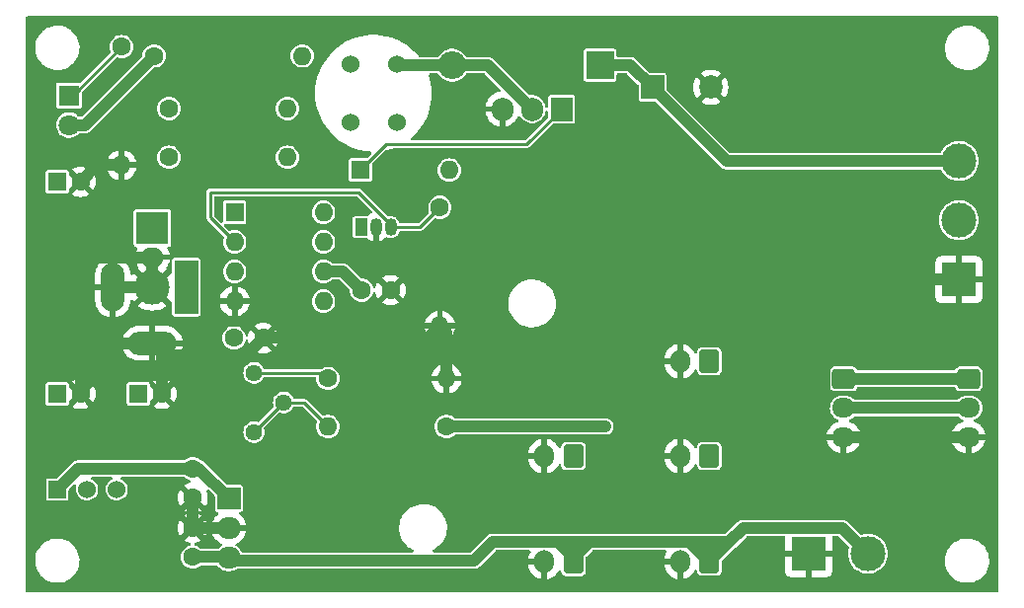
<source format=gbr>
%TF.GenerationSoftware,KiCad,Pcbnew,(7.0.0)*%
%TF.CreationDate,2023-03-22T21:09:57+09:00*%
%TF.ProjectId,NixieTubePowerSupply,4e697869-6554-4756-9265-506f77657253,rev?*%
%TF.SameCoordinates,Original*%
%TF.FileFunction,Copper,L1,Top*%
%TF.FilePolarity,Positive*%
%FSLAX46Y46*%
G04 Gerber Fmt 4.6, Leading zero omitted, Abs format (unit mm)*
G04 Created by KiCad (PCBNEW (7.0.0)) date 2023-03-22 21:09:57*
%MOMM*%
%LPD*%
G01*
G04 APERTURE LIST*
G04 Aperture macros list*
%AMRoundRect*
0 Rectangle with rounded corners*
0 $1 Rounding radius*
0 $2 $3 $4 $5 $6 $7 $8 $9 X,Y pos of 4 corners*
0 Add a 4 corners polygon primitive as box body*
4,1,4,$2,$3,$4,$5,$6,$7,$8,$9,$2,$3,0*
0 Add four circle primitives for the rounded corners*
1,1,$1+$1,$2,$3*
1,1,$1+$1,$4,$5*
1,1,$1+$1,$6,$7*
1,1,$1+$1,$8,$9*
0 Add four rect primitives between the rounded corners*
20,1,$1+$1,$2,$3,$4,$5,0*
20,1,$1+$1,$4,$5,$6,$7,0*
20,1,$1+$1,$6,$7,$8,$9,0*
20,1,$1+$1,$8,$9,$2,$3,0*%
G04 Aperture macros list end*
%TA.AperFunction,ComponentPad*%
%ADD10RoundRect,0.250000X0.600000X0.750000X-0.600000X0.750000X-0.600000X-0.750000X0.600000X-0.750000X0*%
%TD*%
%TA.AperFunction,ComponentPad*%
%ADD11O,1.700000X2.000000*%
%TD*%
%TA.AperFunction,ComponentPad*%
%ADD12C,1.600000*%
%TD*%
%TA.AperFunction,ComponentPad*%
%ADD13O,1.600000X1.600000*%
%TD*%
%TA.AperFunction,ComponentPad*%
%ADD14R,2.000000X2.000000*%
%TD*%
%TA.AperFunction,ComponentPad*%
%ADD15C,2.000000*%
%TD*%
%TA.AperFunction,ComponentPad*%
%ADD16C,1.524000*%
%TD*%
%TA.AperFunction,ComponentPad*%
%ADD17R,1.905000X2.000000*%
%TD*%
%TA.AperFunction,ComponentPad*%
%ADD18O,1.905000X2.000000*%
%TD*%
%TA.AperFunction,ComponentPad*%
%ADD19R,1.600000X1.600000*%
%TD*%
%TA.AperFunction,ComponentPad*%
%ADD20RoundRect,0.250000X-0.725000X0.600000X-0.725000X-0.600000X0.725000X-0.600000X0.725000X0.600000X0*%
%TD*%
%TA.AperFunction,ComponentPad*%
%ADD21O,1.950000X1.700000*%
%TD*%
%TA.AperFunction,ComponentPad*%
%ADD22R,2.000000X4.600000*%
%TD*%
%TA.AperFunction,ComponentPad*%
%ADD23O,2.000000X4.200000*%
%TD*%
%TA.AperFunction,ComponentPad*%
%ADD24O,4.200000X2.000000*%
%TD*%
%TA.AperFunction,ComponentPad*%
%ADD25R,3.000000X3.000000*%
%TD*%
%TA.AperFunction,ComponentPad*%
%ADD26C,3.000000*%
%TD*%
%TA.AperFunction,ComponentPad*%
%ADD27R,1.800000X1.800000*%
%TD*%
%TA.AperFunction,ComponentPad*%
%ADD28C,1.800000*%
%TD*%
%TA.AperFunction,ComponentPad*%
%ADD29R,2.000000X1.905000*%
%TD*%
%TA.AperFunction,ComponentPad*%
%ADD30O,2.000000X1.905000*%
%TD*%
%TA.AperFunction,ComponentPad*%
%ADD31C,1.440000*%
%TD*%
%TA.AperFunction,ComponentPad*%
%ADD32R,2.800000X2.800000*%
%TD*%
%TA.AperFunction,ComponentPad*%
%ADD33O,2.000000X1.700000*%
%TD*%
%TA.AperFunction,ComponentPad*%
%ADD34R,2.400000X2.400000*%
%TD*%
%TA.AperFunction,ComponentPad*%
%ADD35O,2.400000X2.400000*%
%TD*%
%TA.AperFunction,ComponentPad*%
%ADD36R,1.524000X1.524000*%
%TD*%
%TA.AperFunction,ComponentPad*%
%ADD37R,1.050000X1.500000*%
%TD*%
%TA.AperFunction,ComponentPad*%
%ADD38O,1.050000X1.500000*%
%TD*%
%TA.AperFunction,ViaPad*%
%ADD39C,0.800000*%
%TD*%
%TA.AperFunction,Conductor*%
%ADD40C,1.000000*%
%TD*%
%TA.AperFunction,Conductor*%
%ADD41C,0.250000*%
%TD*%
G04 APERTURE END LIST*
D10*
%TO.P,J11,1,Pin_1*%
%TO.N,/5V*%
X58900000Y-29900000D03*
D11*
%TO.P,J11,2,Pin_2*%
%TO.N,GND*%
X56399999Y-29899999D03*
%TD*%
D12*
%TO.P,R3,1*%
%TO.N,Net-(U2-SI)*%
X12570000Y-12400000D03*
D13*
%TO.P,R3,2*%
%TO.N,Net-(U2-CS)*%
X22729999Y-12399999D03*
%TD*%
D14*
%TO.P,C8,1*%
%TO.N,/200V*%
X54032322Y-6399999D03*
D15*
%TO.P,C8,2*%
%TO.N,GND*%
X59032323Y-6400000D03*
%TD*%
D12*
%TO.P,R4,1*%
%TO.N,Net-(D2-A)*%
X35800000Y-16700000D03*
D13*
%TO.P,R4,2*%
%TO.N,GND*%
X35799999Y-26859999D03*
%TD*%
D10*
%TO.P,J8,1,Pin_1*%
%TO.N,/5V*%
X58900000Y-47100000D03*
D11*
%TO.P,J8,2,Pin_2*%
%TO.N,GND*%
X56399999Y-47099999D03*
%TD*%
D16*
%TO.P,L1,1,1*%
%TO.N,unconnected-(L1-Pad1)*%
X28100000Y-4400000D03*
%TO.P,L1,2,2*%
%TO.N,Net-(U2-SI)*%
X28100000Y-9400000D03*
%TO.P,L1,3,3*%
%TO.N,unconnected-(L1-Pad3)*%
X32100000Y-9400000D03*
%TO.P,L1,4,4*%
%TO.N,Net-(D3-A)*%
X32100000Y-4400000D03*
%TD*%
D17*
%TO.P,Q2,1,G*%
%TO.N,Net-(D2-K)*%
X46239999Y-8269999D03*
D18*
%TO.P,Q2,2,D*%
%TO.N,Net-(D3-A)*%
X43699999Y-8269999D03*
%TO.P,Q2,3,S*%
%TO.N,GND*%
X41159999Y-8269999D03*
%TD*%
D19*
%TO.P,U2,1,CS*%
%TO.N,Net-(U2-CS)*%
X18199999Y-17119999D03*
D13*
%TO.P,U2,2,ES*%
%TO.N,Net-(D2-A)*%
X18199999Y-19659999D03*
%TO.P,U2,3,CT*%
%TO.N,Net-(U2-CT)*%
X18199999Y-22199999D03*
%TO.P,U2,4,GND*%
%TO.N,GND*%
X18199999Y-24739999D03*
%TO.P,U2,5,INV*%
%TO.N,Net-(U2-INV)*%
X25819999Y-24739999D03*
%TO.P,U2,6,V+*%
%TO.N,Net-(#FLG03-pwr)*%
X25819999Y-22199999D03*
%TO.P,U2,7,SI*%
%TO.N,Net-(U2-SI)*%
X25819999Y-19659999D03*
%TO.P,U2,8,CD*%
%TO.N,Net-(U2-CD)*%
X25819999Y-17119999D03*
%TD*%
D12*
%TO.P,C6,1*%
%TO.N,/5V*%
X14600000Y-46700000D03*
%TO.P,C6,2*%
%TO.N,GND*%
X14600000Y-44200000D03*
%TD*%
D19*
%TO.P,C2,1*%
%TO.N,Net-(#FLG03-pwr)*%
X2989775Y-14499999D03*
D12*
%TO.P,C2,2*%
%TO.N,GND*%
X4989776Y-14500000D03*
%TD*%
%TO.P,C3,1*%
%TO.N,Net-(U2-CT)*%
X18150000Y-27900000D03*
%TO.P,C3,2*%
%TO.N,GND*%
X20650000Y-27900000D03*
%TD*%
D20*
%TO.P,J5,1,Pin_1*%
%TO.N,/200V*%
X81125000Y-31400000D03*
D21*
%TO.P,J5,2,Pin_2*%
%TO.N,/5V*%
X81124999Y-33899999D03*
%TO.P,J5,3,Pin_3*%
%TO.N,GND*%
X81124999Y-36399999D03*
%TD*%
D12*
%TO.P,C5,1*%
%TO.N,Net-(#FLG03-pwr)*%
X14600000Y-39100000D03*
%TO.P,C5,2*%
%TO.N,GND*%
X14600000Y-41600000D03*
%TD*%
D20*
%TO.P,J4,1,Pin_1*%
%TO.N,/200V*%
X70425000Y-31400000D03*
D21*
%TO.P,J4,2,Pin_2*%
%TO.N,/5V*%
X70424999Y-33899999D03*
%TO.P,J4,3,Pin_3*%
%TO.N,GND*%
X70424999Y-36399999D03*
%TD*%
D10*
%TO.P,J7,1,Pin_1*%
%TO.N,/5V*%
X47250000Y-47125000D03*
D11*
%TO.P,J7,2,Pin_2*%
%TO.N,GND*%
X44749999Y-47124999D03*
%TD*%
D19*
%TO.P,D2,1,K*%
%TO.N,Net-(D2-K)*%
X28989999Y-13499999D03*
D13*
%TO.P,D2,2,A*%
%TO.N,Net-(D2-A)*%
X36609999Y-13499999D03*
%TD*%
D22*
%TO.P,J1,1*%
%TO.N,/12V*%
X14049999Y-23549999D03*
D23*
%TO.P,J1,2*%
%TO.N,GND*%
X7749999Y-23549999D03*
D24*
%TO.P,J1,3*%
X11149999Y-28349999D03*
%TD*%
D25*
%TO.P,J12,1,Pin_1*%
%TO.N,GND*%
X67419999Y-46399999D03*
D26*
%TO.P,J12,2,Pin_2*%
%TO.N,/5V*%
X72500000Y-46400000D03*
%TD*%
D12*
%TO.P,R7,1*%
%TO.N,Net-(U2-INV)*%
X26200000Y-31380000D03*
D13*
%TO.P,R7,2*%
%TO.N,GND*%
X36359999Y-31379999D03*
%TD*%
D27*
%TO.P,D1,1,K*%
%TO.N,Net-(D1-K)*%
X3999999Y-7099999D03*
D28*
%TO.P,D1,2,A*%
%TO.N,Net-(#FLG03-pwr)*%
X4000000Y-9640000D03*
%TD*%
D19*
%TO.P,C7,1*%
%TO.N,/5V*%
X9955111Y-32699999D03*
D12*
%TO.P,C7,2*%
%TO.N,GND*%
X11955112Y-32700000D03*
%TD*%
%TO.P,C4,1*%
%TO.N,Net-(#FLG03-pwr)*%
X29080000Y-23800000D03*
%TO.P,C4,2*%
%TO.N,GND*%
X31580000Y-23800000D03*
%TD*%
D29*
%TO.P,U1,1,IN*%
%TO.N,Net-(#FLG03-pwr)*%
X17699999Y-41659999D03*
D30*
%TO.P,U1,2,GND*%
%TO.N,GND*%
X17699999Y-44199999D03*
%TO.P,U1,3,OUT*%
%TO.N,/5V*%
X17699999Y-46739999D03*
%TD*%
D19*
%TO.P,C1,1*%
%TO.N,Net-(#FLG03-pwr)*%
X2999999Y-32699999D03*
D12*
%TO.P,C1,2*%
%TO.N,GND*%
X5000000Y-32700000D03*
%TD*%
%TO.P,R2,1*%
%TO.N,Net-(#FLG03-pwr)*%
X11300000Y-3700000D03*
D13*
%TO.P,R2,2*%
%TO.N,Net-(U2-SI)*%
X23999999Y-3699999D03*
%TD*%
D31*
%TO.P,RV1,1,1*%
%TO.N,Net-(U2-INV)*%
X19860000Y-30900000D03*
%TO.P,RV1,2,2*%
%TO.N,Net-(R6-Pad2)*%
X22400000Y-33440000D03*
%TO.P,RV1,3,3*%
X19860000Y-35980000D03*
%TD*%
D10*
%TO.P,J9,1,Pin_1*%
%TO.N,/5V*%
X47250000Y-38025000D03*
D11*
%TO.P,J9,2,Pin_2*%
%TO.N,GND*%
X44749999Y-38024999D03*
%TD*%
D12*
%TO.P,R6,1*%
%TO.N,/200V*%
X36360000Y-35500000D03*
D13*
%TO.P,R6,2*%
%TO.N,Net-(R6-Pad2)*%
X26199999Y-35499999D03*
%TD*%
D32*
%TO.P,J3,1,Pin_1*%
%TO.N,/12V*%
X11149999Y-18469999D03*
D26*
%TO.P,J3,2,Pin_2*%
%TO.N,GND*%
X11150000Y-23550000D03*
%TD*%
D32*
%TO.P,J2,1,Pin_1*%
%TO.N,/12V*%
X11149999Y-18469999D03*
D33*
%TO.P,J2,2,Pin_2*%
%TO.N,GND*%
X11149999Y-20969999D03*
%TD*%
D10*
%TO.P,J10,1,Pin_1*%
%TO.N,/5V*%
X58900000Y-38025000D03*
D11*
%TO.P,J10,2,Pin_2*%
%TO.N,GND*%
X56399999Y-38024999D03*
%TD*%
D25*
%TO.P,J6,1,Pin_1*%
%TO.N,GND*%
X80299999Y-22879999D03*
D26*
%TO.P,J6,2,Pin_2*%
%TO.N,/5V*%
X80300000Y-17800000D03*
%TO.P,J6,3,Pin_3*%
%TO.N,/200V*%
X80300000Y-12720000D03*
%TD*%
D34*
%TO.P,D3,1,K*%
%TO.N,/200V*%
X49549999Y-4499999D03*
D35*
%TO.P,D3,2,A*%
%TO.N,Net-(D3-A)*%
X36849999Y-4499999D03*
%TD*%
D36*
%TO.P,SW1,1,A*%
%TO.N,Net-(#FLG03-pwr)*%
X2999999Y-40899999D03*
D16*
%TO.P,SW1,2,B*%
%TO.N,/12V*%
X5540000Y-40900000D03*
%TO.P,SW1,3,C*%
%TO.N,unconnected-(SW1-C-Pad3)*%
X8080000Y-40900000D03*
%TD*%
D12*
%TO.P,R1,1*%
%TO.N,Net-(D1-K)*%
X8500000Y-2920000D03*
D13*
%TO.P,R1,2*%
%TO.N,GND*%
X8499999Y-13079999D03*
%TD*%
D12*
%TO.P,R5,1*%
%TO.N,Net-(U2-SI)*%
X12570000Y-8225000D03*
D13*
%TO.P,R5,2*%
%TO.N,Net-(U2-CD)*%
X22729999Y-8224999D03*
%TD*%
D37*
%TO.P,Q1,1,E*%
%TO.N,Net-(D2-K)*%
X29059999Y-18399999D03*
D38*
%TO.P,Q1,2,C*%
%TO.N,GND*%
X30329999Y-18399999D03*
%TO.P,Q1,3,B*%
%TO.N,Net-(D2-A)*%
X31599999Y-18399999D03*
%TD*%
D39*
%TO.N,GND*%
X32400000Y-42100000D03*
X39500000Y-37600000D03*
X20400000Y-22000000D03*
X52100000Y-14600000D03*
X47700000Y-22900000D03*
X75400000Y-36400000D03*
X39700000Y-14900000D03*
X47700000Y-16900000D03*
X51900000Y-25400000D03*
X36700000Y-45700000D03*
X45700000Y-20900000D03*
X45700000Y-26900000D03*
X1300000Y-28200000D03*
X32400000Y-40100000D03*
X28300000Y-44100000D03*
X51800000Y-42000000D03*
X39700000Y-18900000D03*
X14300000Y-1800000D03*
X43700000Y-12900000D03*
X35800000Y-19400000D03*
X14800000Y-14700000D03*
X34900000Y-15200000D03*
X68500000Y-41200000D03*
X47700000Y-18900000D03*
X51900000Y-29700000D03*
X63100000Y-25400000D03*
X30600000Y-35900000D03*
X7200000Y-30900000D03*
X47700000Y-14900000D03*
X32400000Y-48400000D03*
X5200000Y-24300000D03*
X30700000Y-15200000D03*
X22300000Y-44100000D03*
X46100000Y-31200000D03*
X39700000Y-22900000D03*
X26300000Y-44100000D03*
X41700000Y-20900000D03*
X19000000Y-6000000D03*
X63300000Y-48400000D03*
X61200000Y-18300000D03*
X22400000Y-24000000D03*
X20200000Y-39500000D03*
X20400000Y-24000000D03*
X75500000Y-47700000D03*
X24400000Y-48400000D03*
X45700000Y-14900000D03*
X16000000Y-22600000D03*
X1300000Y-39600000D03*
X14400000Y-36100000D03*
X32000000Y-45800000D03*
X35700000Y-1700000D03*
X30300000Y-45600000D03*
X28300000Y-42100000D03*
X1200000Y-17300000D03*
X11900000Y-48700000D03*
X23800000Y-21000000D03*
X36400000Y-42100000D03*
X30300000Y-42100000D03*
X35800000Y-24000000D03*
X43700000Y-20900000D03*
X51800000Y-48300000D03*
X33800000Y-35500000D03*
X23000000Y-14400000D03*
X34900000Y-12000000D03*
X61000000Y-1800000D03*
X43700000Y-16900000D03*
X41700000Y-12900000D03*
X45800000Y-42000000D03*
X10000000Y-10400000D03*
X41700000Y-22900000D03*
X54100000Y-9800000D03*
X27400000Y-24200000D03*
X73400000Y-18400000D03*
X12200000Y-41300000D03*
X31600000Y-27900000D03*
X39700000Y-26900000D03*
X22400000Y-48400000D03*
X6600000Y-10400000D03*
X33700000Y-31400000D03*
X6200000Y-48700000D03*
X24300000Y-44100000D03*
X6900000Y-15200000D03*
X36400000Y-40100000D03*
X77000000Y-14900000D03*
X28400000Y-48400000D03*
X68000000Y-33500000D03*
X52000000Y-19800000D03*
X63200000Y-29300000D03*
X41700000Y-16900000D03*
X82500000Y-41200000D03*
X68000000Y-26200000D03*
X58266161Y-22866161D03*
X22300000Y-40100000D03*
X45700000Y-12900000D03*
X75100000Y-10700000D03*
X34400000Y-48400000D03*
X61000000Y-10500000D03*
X80300000Y-8200000D03*
X34400000Y-40100000D03*
X14400000Y-31000000D03*
X30400000Y-48400000D03*
X39700000Y-20900000D03*
X59032323Y-14600000D03*
X39700000Y-16900000D03*
X26400000Y-48400000D03*
X39600000Y-31200000D03*
X33600000Y-17200000D03*
X41700000Y-18900000D03*
X24300000Y-45600000D03*
X41700000Y-26900000D03*
X51900000Y-33800000D03*
X48900000Y-8200000D03*
X63100000Y-33600000D03*
X43700000Y-18900000D03*
X63200000Y-42000000D03*
X57500000Y-42100000D03*
X47700000Y-12900000D03*
X26300000Y-45600000D03*
X30300000Y-44100000D03*
X20400000Y-20000000D03*
X55900000Y-19900000D03*
X22300000Y-42100000D03*
X41700000Y-14900000D03*
X27300000Y-27000000D03*
X1200000Y-7200000D03*
X81800000Y-27400000D03*
X23500000Y-1700000D03*
X45700000Y-22900000D03*
X28300000Y-45600000D03*
X67800000Y-18400000D03*
X36400000Y-48400000D03*
X47700000Y-24900000D03*
X45700000Y-18900000D03*
X20200000Y-43000000D03*
X30600000Y-31100000D03*
X24300000Y-40100000D03*
X33700000Y-29100000D03*
X24300000Y-42100000D03*
X47700000Y-26900000D03*
X23400000Y-28400000D03*
X57500000Y-33500000D03*
X5500000Y-1100000D03*
X22400000Y-22000000D03*
X77100000Y-17600000D03*
X28300000Y-40100000D03*
X47700000Y-1700000D03*
X74800000Y-6600000D03*
X45700000Y-16900000D03*
X26300000Y-40100000D03*
X19800000Y-33400000D03*
X22300000Y-45600000D03*
X74900000Y-2000000D03*
X63100000Y-37600000D03*
X18400000Y-10400000D03*
X22400000Y-18000000D03*
X30300000Y-40100000D03*
X17000000Y-48800000D03*
X47700000Y-20900000D03*
X39700000Y-48600000D03*
X37800000Y-8100000D03*
X68500000Y-10500000D03*
X39500000Y-41900000D03*
X75400000Y-41200000D03*
X22400000Y-20000000D03*
X26300000Y-42100000D03*
X39700000Y-24900000D03*
X11900000Y-37600000D03*
X30300000Y-21000000D03*
X5000000Y-20900000D03*
X51700000Y-37900000D03*
X7800000Y-35000000D03*
X8100000Y-44000000D03*
X43700000Y-14900000D03*
X39700000Y-12900000D03*
X68000000Y-1900000D03*
X76200000Y-27400000D03*
X20400000Y-18000000D03*
%TO.N,/200V*%
X70400000Y-12720000D03*
X50000000Y-35500000D03*
%TD*%
D40*
%TO.N,GND*%
X80300000Y-22880000D02*
X58280000Y-22880000D01*
X12200000Y-29400000D02*
X11150000Y-28350000D01*
X31600000Y-27900000D02*
X32400000Y-27900000D01*
X36360000Y-27420000D02*
X35800000Y-26860000D01*
X36160000Y-27900000D02*
X36360000Y-27700000D01*
X75400000Y-36400000D02*
X70425000Y-36400000D01*
X6409776Y-13080000D02*
X4989776Y-14500000D01*
X19150000Y-29400000D02*
X12200000Y-29400000D01*
X35800000Y-26860000D02*
X34800000Y-27860000D01*
X5000000Y-31600000D02*
X8250000Y-28350000D01*
X36360000Y-31350000D02*
X36360000Y-27700000D01*
X7750000Y-23550000D02*
X11150000Y-23550000D01*
X11150000Y-28350000D02*
X11955112Y-29155112D01*
X14700000Y-44100000D02*
X14600000Y-44200000D01*
X11955112Y-32700000D02*
X11944888Y-32689776D01*
X58280000Y-22880000D02*
X58266161Y-22866161D01*
X8500000Y-13080000D02*
X6409776Y-13080000D01*
X11955112Y-29155112D02*
X11955112Y-32700000D01*
X9450000Y-20970000D02*
X11150000Y-20970000D01*
X5070000Y-20970000D02*
X5000000Y-20900000D01*
X41160000Y-14600000D02*
X52100000Y-14600000D01*
X30700000Y-27900000D02*
X31600000Y-27900000D01*
X11150000Y-23550000D02*
X11150000Y-20970000D01*
X20650000Y-27900000D02*
X30700000Y-27900000D01*
X14600000Y-41600000D02*
X14600000Y-44200000D01*
X34800000Y-27860000D02*
X34800000Y-27900000D01*
X36360000Y-27700000D02*
X36360000Y-27420000D01*
X34800000Y-27900000D02*
X36160000Y-27900000D01*
X52100000Y-14600000D02*
X59032323Y-14600000D01*
X14600000Y-44200000D02*
X17700000Y-44200000D01*
X81125000Y-36400000D02*
X75400000Y-36400000D01*
X32400000Y-27900000D02*
X34800000Y-27900000D01*
X8250000Y-28350000D02*
X11150000Y-28350000D01*
X9450000Y-20970000D02*
X5070000Y-20970000D01*
X5000000Y-32700000D02*
X5000000Y-31600000D01*
X20650000Y-27900000D02*
X19150000Y-29400000D01*
%TO.N,/5V*%
X47250000Y-47125000D02*
X47250000Y-46450000D01*
X72500000Y-46400000D02*
X70300000Y-44200000D01*
X48600000Y-45400000D02*
X57200000Y-45400000D01*
X57900000Y-46100000D02*
X58900000Y-47100000D01*
X47250000Y-46750000D02*
X48600000Y-45400000D01*
X47250000Y-46450000D02*
X46200000Y-45400000D01*
X17830000Y-46800000D02*
X17670000Y-46640000D01*
X46200000Y-45400000D02*
X48600000Y-45400000D01*
X57900000Y-46100000D02*
X59900000Y-46100000D01*
X57200000Y-45400000D02*
X60600000Y-45400000D01*
X70425000Y-33900000D02*
X81125000Y-33900000D01*
X17700000Y-46740000D02*
X17960000Y-47000000D01*
X61800000Y-44200000D02*
X60600000Y-45400000D01*
X70300000Y-44200000D02*
X61800000Y-44200000D01*
X14600000Y-46700000D02*
X17660000Y-46700000D01*
X57200000Y-45400000D02*
X57900000Y-46100000D01*
X60600000Y-45400000D02*
X60000000Y-46000000D01*
X17960000Y-47000000D02*
X38700000Y-47000000D01*
X17660000Y-46700000D02*
X17700000Y-46740000D01*
X38700000Y-47000000D02*
X40300000Y-45400000D01*
X47250000Y-46750000D02*
X45900000Y-45400000D01*
X40300000Y-45400000D02*
X45900000Y-45400000D01*
X60000000Y-46000000D02*
X58900000Y-47100000D01*
X47250000Y-47125000D02*
X47250000Y-46750000D01*
X45900000Y-45400000D02*
X46200000Y-45400000D01*
X59900000Y-46100000D02*
X60000000Y-46000000D01*
%TO.N,/200V*%
X52132323Y-4500000D02*
X54032323Y-6400000D01*
X80280000Y-12740000D02*
X80300000Y-12720000D01*
X52132323Y-4500000D02*
X49550000Y-4500000D01*
X60372323Y-12740000D02*
X80280000Y-12740000D01*
X36360000Y-35500000D02*
X50000000Y-35500000D01*
X54032323Y-6400000D02*
X60372323Y-12740000D01*
X81125000Y-31400000D02*
X70425000Y-31400000D01*
D41*
%TO.N,Net-(D1-K)*%
X4000000Y-7100000D02*
X4320000Y-7100000D01*
X4320000Y-7100000D02*
X8500000Y-2920000D01*
D40*
%TO.N,Net-(#FLG03-pwr)*%
X29080000Y-23800000D02*
X27480000Y-22200000D01*
X14600000Y-39100000D02*
X15140000Y-39100000D01*
X4800000Y-39100000D02*
X3000000Y-40900000D01*
X4000000Y-9640000D02*
X5360000Y-9640000D01*
X5360000Y-9640000D02*
X11300000Y-3700000D01*
X14600000Y-39100000D02*
X4800000Y-39100000D01*
X27480000Y-22200000D02*
X25820000Y-22200000D01*
X15140000Y-39100000D02*
X17700000Y-41660000D01*
D41*
%TO.N,Net-(D2-A)*%
X16100000Y-15400000D02*
X28825000Y-15400000D01*
X34100000Y-18400000D02*
X35800000Y-16700000D01*
X31600000Y-18175000D02*
X31600000Y-18400000D01*
X31600000Y-18400000D02*
X34100000Y-18400000D01*
X16100000Y-17560000D02*
X16100000Y-15400000D01*
X28825000Y-15400000D02*
X31600000Y-18175000D01*
X18200000Y-19660000D02*
X16100000Y-17560000D01*
%TO.N,Net-(D2-K)*%
X31215000Y-11275000D02*
X28990000Y-13500000D01*
X43235000Y-11275000D02*
X31215000Y-11275000D01*
X46240000Y-8270000D02*
X43235000Y-11275000D01*
%TO.N,Net-(U2-INV)*%
X25750000Y-30900000D02*
X26200000Y-31350000D01*
X25720000Y-30900000D02*
X26200000Y-31380000D01*
X19860000Y-30900000D02*
X25720000Y-30900000D01*
D40*
%TO.N,Net-(D3-A)*%
X36850000Y-4500000D02*
X39930000Y-4500000D01*
X39930000Y-4500000D02*
X43700000Y-8270000D01*
X36850000Y-4500000D02*
X32200000Y-4500000D01*
X32200000Y-4500000D02*
X32100000Y-4400000D01*
D41*
%TO.N,Net-(R6-Pad2)*%
X22400000Y-33440000D02*
X24140000Y-33440000D01*
X19860000Y-35980000D02*
X22400000Y-33440000D01*
X24140000Y-33440000D02*
X26200000Y-35500000D01*
%TD*%
%TA.AperFunction,Conductor*%
%TO.N,GND*%
G36*
X35626666Y-5215445D02*
G01*
X35671457Y-5256677D01*
X35741021Y-5363153D01*
X35898216Y-5533913D01*
X35902262Y-5537062D01*
X35902263Y-5537063D01*
X35908219Y-5541699D01*
X36081374Y-5676470D01*
X36285497Y-5786936D01*
X36505019Y-5862298D01*
X36733951Y-5900500D01*
X36960916Y-5900500D01*
X36966049Y-5900500D01*
X37194981Y-5862298D01*
X37414503Y-5786936D01*
X37618626Y-5676470D01*
X37801784Y-5533913D01*
X37958979Y-5363153D01*
X38028542Y-5256677D01*
X38073334Y-5215445D01*
X38132351Y-5200500D01*
X39588481Y-5200500D01*
X39635934Y-5209939D01*
X39676162Y-5236819D01*
X41014734Y-6575391D01*
X41047567Y-6633876D01*
X41045141Y-6700902D01*
X41008168Y-6756861D01*
X40947463Y-6785381D01*
X40807268Y-6808775D01*
X40797357Y-6811286D01*
X40579386Y-6886116D01*
X40570031Y-6890219D01*
X40367345Y-6999906D01*
X40358787Y-7005498D01*
X40176918Y-7147053D01*
X40169408Y-7153966D01*
X40013314Y-7323528D01*
X40007043Y-7331585D01*
X39880988Y-7524528D01*
X39876126Y-7533511D01*
X39783552Y-7744561D01*
X39780233Y-7754228D01*
X39723658Y-7977637D01*
X39721976Y-7987715D01*
X39720721Y-8002863D01*
X39723342Y-8016280D01*
X39736496Y-8020000D01*
X41286000Y-8020000D01*
X41348000Y-8036613D01*
X41393387Y-8082000D01*
X41410000Y-8144000D01*
X41410000Y-9734860D01*
X41412363Y-9745577D01*
X41423320Y-9746144D01*
X41512731Y-9731224D01*
X41522642Y-9728713D01*
X41740613Y-9653883D01*
X41749968Y-9649780D01*
X41952654Y-9540093D01*
X41961212Y-9534501D01*
X42143081Y-9392946D01*
X42150591Y-9386033D01*
X42306685Y-9216471D01*
X42312956Y-9208414D01*
X42439011Y-9015471D01*
X42443875Y-9006484D01*
X42483163Y-8916915D01*
X42527639Y-8863749D01*
X42593701Y-8842761D01*
X42660707Y-8860509D01*
X42707717Y-8911449D01*
X42712942Y-8921941D01*
X42712944Y-8921945D01*
X42715500Y-8927077D01*
X42718949Y-8931644D01*
X42718952Y-8931649D01*
X42840814Y-9093021D01*
X42840819Y-9093026D01*
X42844272Y-9097599D01*
X42848508Y-9101460D01*
X42848512Y-9101465D01*
X42907875Y-9155581D01*
X43002185Y-9241556D01*
X43183862Y-9354045D01*
X43383115Y-9431236D01*
X43593159Y-9470500D01*
X43801112Y-9470500D01*
X43806841Y-9470500D01*
X44016885Y-9431236D01*
X44216138Y-9354045D01*
X44397815Y-9241556D01*
X44555728Y-9097599D01*
X44684500Y-8927077D01*
X44779747Y-8735796D01*
X44838224Y-8530271D01*
X44839528Y-8516188D01*
X44860700Y-8457552D01*
X44907729Y-8416629D01*
X44968727Y-8403761D01*
X45028278Y-8422202D01*
X45071329Y-8467290D01*
X45087000Y-8527629D01*
X45087000Y-8911312D01*
X45077561Y-8958765D01*
X45050681Y-8998993D01*
X43136493Y-10913181D01*
X43096265Y-10940061D01*
X43048812Y-10949500D01*
X33399815Y-10949500D01*
X33342038Y-10935217D01*
X33297571Y-10895658D01*
X33276658Y-10839936D01*
X33284118Y-10780889D01*
X33318231Y-10732119D01*
X33351533Y-10703024D01*
X33567918Y-10513974D01*
X33877962Y-10189694D01*
X34157690Y-9838926D01*
X34404849Y-9464496D01*
X34617449Y-9069419D01*
X34793779Y-8656874D01*
X34832684Y-8537136D01*
X39720721Y-8537136D01*
X39721976Y-8552284D01*
X39723658Y-8562362D01*
X39780233Y-8785771D01*
X39783552Y-8795438D01*
X39876126Y-9006488D01*
X39880988Y-9015471D01*
X40007043Y-9208414D01*
X40013314Y-9216471D01*
X40169408Y-9386033D01*
X40176918Y-9392946D01*
X40358787Y-9534501D01*
X40367345Y-9540093D01*
X40570031Y-9649780D01*
X40579386Y-9653883D01*
X40797357Y-9728713D01*
X40807268Y-9731224D01*
X40896679Y-9746144D01*
X40907636Y-9745577D01*
X40910000Y-9734860D01*
X40910000Y-8536326D01*
X40906549Y-8523450D01*
X40893674Y-8520000D01*
X39736496Y-8520000D01*
X39723342Y-8523719D01*
X39720721Y-8537136D01*
X34832684Y-8537136D01*
X34932419Y-8230184D01*
X35032253Y-7792784D01*
X35092476Y-7348197D01*
X35112605Y-6900000D01*
X35092476Y-6451803D01*
X35032253Y-6007216D01*
X34932419Y-5569816D01*
X34865160Y-5362816D01*
X34860619Y-5305102D01*
X34882774Y-5251615D01*
X34926797Y-5214015D01*
X34983092Y-5200500D01*
X35567649Y-5200500D01*
X35626666Y-5215445D01*
G37*
%TD.AperFunction*%
%TA.AperFunction,Conductor*%
G36*
X83637500Y-317113D02*
G01*
X83682887Y-362500D01*
X83699500Y-424500D01*
X83699500Y-49575500D01*
X83682887Y-49637500D01*
X83637500Y-49682887D01*
X83575500Y-49699500D01*
X424500Y-49699500D01*
X362500Y-49682887D01*
X317113Y-49637500D01*
X300500Y-49575500D01*
X300500Y-47069596D01*
X1095687Y-47069596D01*
X1096181Y-47074093D01*
X1096182Y-47074098D01*
X1116476Y-47258538D01*
X1126114Y-47346124D01*
X1127259Y-47350504D01*
X1127261Y-47350514D01*
X1183199Y-47564476D01*
X1196480Y-47615276D01*
X1198245Y-47619430D01*
X1198248Y-47619438D01*
X1298934Y-47856372D01*
X1305284Y-47871314D01*
X1307641Y-47875176D01*
X1437453Y-48087882D01*
X1450208Y-48108781D01*
X1453106Y-48112264D01*
X1453108Y-48112266D01*
X1596257Y-48284278D01*
X1628163Y-48322617D01*
X1631538Y-48325641D01*
X1631539Y-48325642D01*
X1771323Y-48450889D01*
X1835357Y-48508263D01*
X2067373Y-48661763D01*
X2319267Y-48779846D01*
X2585669Y-48859995D01*
X2860901Y-48900500D01*
X3067201Y-48900500D01*
X3069463Y-48900500D01*
X3277455Y-48885277D01*
X3548997Y-48824788D01*
X3808838Y-48725408D01*
X4051440Y-48589253D01*
X4271632Y-48419226D01*
X4464722Y-48218951D01*
X4626593Y-47992696D01*
X4753797Y-47745283D01*
X4843621Y-47481986D01*
X4894152Y-47208416D01*
X4904313Y-46930404D01*
X4878961Y-46700000D01*
X13594659Y-46700000D01*
X13595256Y-46706062D01*
X13613378Y-46890067D01*
X13613379Y-46890073D01*
X13613976Y-46896132D01*
X13615743Y-46901957D01*
X13615744Y-46901962D01*
X13665222Y-47065068D01*
X13671186Y-47084727D01*
X13674055Y-47090095D01*
X13674057Y-47090099D01*
X13761215Y-47253161D01*
X13761219Y-47253167D01*
X13764090Y-47258538D01*
X13889117Y-47410883D01*
X14041462Y-47535910D01*
X14046834Y-47538781D01*
X14046838Y-47538784D01*
X14159841Y-47599185D01*
X14215273Y-47628814D01*
X14403868Y-47686024D01*
X14565030Y-47701896D01*
X14585419Y-47703905D01*
X14600000Y-47705341D01*
X14796132Y-47686024D01*
X14984727Y-47628814D01*
X15158538Y-47535910D01*
X15274232Y-47440962D01*
X15289238Y-47428647D01*
X15326129Y-47407749D01*
X15367903Y-47400500D01*
X16639676Y-47400500D01*
X16689762Y-47411066D01*
X16731313Y-47440962D01*
X16868534Y-47591487D01*
X16868538Y-47591491D01*
X16872401Y-47595728D01*
X16876974Y-47599181D01*
X16876978Y-47599185D01*
X17034841Y-47718397D01*
X17042923Y-47724500D01*
X17234204Y-47819747D01*
X17439729Y-47878224D01*
X17599189Y-47893000D01*
X17797939Y-47893000D01*
X17800811Y-47893000D01*
X17960271Y-47878224D01*
X18165796Y-47819747D01*
X18357077Y-47724500D01*
X18361658Y-47721040D01*
X18364838Y-47719072D01*
X18430115Y-47700500D01*
X38675079Y-47700500D01*
X38682566Y-47700725D01*
X38742606Y-47704358D01*
X38801782Y-47693513D01*
X38809181Y-47692387D01*
X38868872Y-47685140D01*
X38878332Y-47681551D01*
X38899959Y-47675522D01*
X38909932Y-47673695D01*
X38964808Y-47648996D01*
X38971673Y-47646152D01*
X39027930Y-47624818D01*
X39036264Y-47619064D01*
X39055821Y-47608034D01*
X39065057Y-47603878D01*
X39112413Y-47566775D01*
X39118420Y-47562355D01*
X39167929Y-47528183D01*
X39207822Y-47483151D01*
X39212924Y-47477731D01*
X39298477Y-47392178D01*
X43405094Y-47392178D01*
X43414958Y-47504922D01*
X43416833Y-47515553D01*
X43475168Y-47733263D01*
X43478856Y-47743397D01*
X43574110Y-47947667D01*
X43579508Y-47957017D01*
X43708784Y-48141642D01*
X43715719Y-48149907D01*
X43875090Y-48309278D01*
X43883356Y-48316215D01*
X44067991Y-48445498D01*
X44077323Y-48450886D01*
X44281602Y-48546143D01*
X44291736Y-48549831D01*
X44486219Y-48601943D01*
X44497448Y-48602311D01*
X44500000Y-48591369D01*
X44500000Y-47391326D01*
X44496549Y-47378450D01*
X44483674Y-47375000D01*
X43420835Y-47375000D01*
X43407667Y-47378734D01*
X43405094Y-47392178D01*
X39298477Y-47392178D01*
X40553837Y-46136819D01*
X40594066Y-46109939D01*
X40641519Y-46100500D01*
X43476085Y-46100500D01*
X43540416Y-46118493D01*
X43586078Y-46167250D01*
X43599819Y-46232621D01*
X43580566Y-46287349D01*
X43582212Y-46288300D01*
X43574110Y-46302332D01*
X43478856Y-46506602D01*
X43475168Y-46516736D01*
X43416833Y-46734446D01*
X43414958Y-46745077D01*
X43405094Y-46857821D01*
X43407667Y-46871265D01*
X43420835Y-46875000D01*
X44876000Y-46875000D01*
X44938000Y-46891613D01*
X44983387Y-46937000D01*
X45000000Y-46999000D01*
X45000000Y-48591369D01*
X45002551Y-48602311D01*
X45013780Y-48601943D01*
X45208263Y-48549831D01*
X45218397Y-48546143D01*
X45422667Y-48450889D01*
X45432017Y-48445491D01*
X45616642Y-48316215D01*
X45624907Y-48309280D01*
X45784280Y-48149907D01*
X45791215Y-48141642D01*
X45920491Y-47957017D01*
X45925889Y-47947667D01*
X45963118Y-47867832D01*
X46006160Y-47817436D01*
X46069011Y-47796407D01*
X46133715Y-47810752D01*
X46181789Y-47856372D01*
X46199500Y-47920237D01*
X46199500Y-47929266D01*
X46199769Y-47932141D01*
X46199770Y-47932149D01*
X46201649Y-47952187D01*
X46201649Y-47952191D01*
X46202354Y-47959699D01*
X46204842Y-47966811D01*
X46204844Y-47966817D01*
X46244138Y-48079113D01*
X46244139Y-48079116D01*
X46247207Y-48087882D01*
X46252722Y-48095355D01*
X46252724Y-48095358D01*
X46281079Y-48133777D01*
X46327850Y-48197150D01*
X46437118Y-48277793D01*
X46565301Y-48322646D01*
X46595734Y-48325500D01*
X47901373Y-48325500D01*
X47904266Y-48325500D01*
X47934699Y-48322646D01*
X48062882Y-48277793D01*
X48172150Y-48197150D01*
X48252793Y-48087882D01*
X48297646Y-47959699D01*
X48300500Y-47929266D01*
X48300500Y-47367178D01*
X55055094Y-47367178D01*
X55064958Y-47479922D01*
X55066833Y-47490553D01*
X55125168Y-47708263D01*
X55128856Y-47718397D01*
X55224110Y-47922667D01*
X55229508Y-47932017D01*
X55358784Y-48116642D01*
X55365719Y-48124907D01*
X55525090Y-48284278D01*
X55533356Y-48291215D01*
X55717991Y-48420498D01*
X55727323Y-48425886D01*
X55931602Y-48521143D01*
X55941736Y-48524831D01*
X56136219Y-48576943D01*
X56147448Y-48577311D01*
X56150000Y-48566369D01*
X56150000Y-47366326D01*
X56146549Y-47353450D01*
X56133674Y-47350000D01*
X55070835Y-47350000D01*
X55057667Y-47353734D01*
X55055094Y-47367178D01*
X48300500Y-47367178D01*
X48300500Y-46741519D01*
X48309939Y-46694066D01*
X48336819Y-46653838D01*
X48853838Y-46136819D01*
X48894066Y-46109939D01*
X48941519Y-46100500D01*
X55111928Y-46100500D01*
X55171571Y-46115786D01*
X55216509Y-46157875D01*
X55235663Y-46216390D01*
X55224310Y-46276905D01*
X55128856Y-46481602D01*
X55125168Y-46491736D01*
X55066833Y-46709446D01*
X55064958Y-46720077D01*
X55055094Y-46832821D01*
X55057667Y-46846265D01*
X55070835Y-46850000D01*
X56526000Y-46850000D01*
X56588000Y-46866613D01*
X56633387Y-46912000D01*
X56650000Y-46974000D01*
X56650000Y-48566369D01*
X56652551Y-48577311D01*
X56663780Y-48576943D01*
X56858263Y-48524831D01*
X56868397Y-48521143D01*
X57072667Y-48425889D01*
X57082017Y-48420491D01*
X57266642Y-48291215D01*
X57274907Y-48284280D01*
X57434280Y-48124907D01*
X57441215Y-48116642D01*
X57570491Y-47932017D01*
X57575889Y-47922667D01*
X57613118Y-47842832D01*
X57656160Y-47792436D01*
X57719011Y-47771407D01*
X57783715Y-47785752D01*
X57831789Y-47831372D01*
X57849500Y-47895237D01*
X57849500Y-47904266D01*
X57849769Y-47907141D01*
X57849770Y-47907149D01*
X57851649Y-47927187D01*
X57851649Y-47927191D01*
X57852354Y-47934699D01*
X57854842Y-47941811D01*
X57854844Y-47941817D01*
X57894138Y-48054113D01*
X57894139Y-48054116D01*
X57897207Y-48062882D01*
X57902722Y-48070355D01*
X57902724Y-48070358D01*
X57955334Y-48141642D01*
X57977850Y-48172150D01*
X58087118Y-48252793D01*
X58215301Y-48297646D01*
X58245734Y-48300500D01*
X59551373Y-48300500D01*
X59554266Y-48300500D01*
X59584699Y-48297646D01*
X59712882Y-48252793D01*
X59822150Y-48172150D01*
X59902793Y-48062882D01*
X59944210Y-47944518D01*
X65420000Y-47944518D01*
X65420353Y-47951114D01*
X65425573Y-47999667D01*
X65429111Y-48014641D01*
X65473547Y-48133777D01*
X65481962Y-48149189D01*
X65557498Y-48250092D01*
X65569907Y-48262501D01*
X65670810Y-48338037D01*
X65686222Y-48346452D01*
X65805358Y-48390888D01*
X65820332Y-48394426D01*
X65868885Y-48399646D01*
X65875482Y-48400000D01*
X67153674Y-48400000D01*
X67166549Y-48396549D01*
X67170000Y-48383674D01*
X67670000Y-48383674D01*
X67673450Y-48396549D01*
X67686326Y-48400000D01*
X68964518Y-48400000D01*
X68971114Y-48399646D01*
X69019667Y-48394426D01*
X69034641Y-48390888D01*
X69153777Y-48346452D01*
X69169189Y-48338037D01*
X69270092Y-48262501D01*
X69282501Y-48250092D01*
X69358037Y-48149189D01*
X69366452Y-48133777D01*
X69410888Y-48014641D01*
X69414426Y-47999667D01*
X69419646Y-47951114D01*
X69420000Y-47944518D01*
X69420000Y-46666326D01*
X69416549Y-46653450D01*
X69403674Y-46650000D01*
X67686326Y-46650000D01*
X67673450Y-46653450D01*
X67670000Y-46666326D01*
X67670000Y-48383674D01*
X67170000Y-48383674D01*
X67170000Y-46666326D01*
X67166549Y-46653450D01*
X67153674Y-46650000D01*
X65436326Y-46650000D01*
X65423450Y-46653450D01*
X65420000Y-46666326D01*
X65420000Y-47944518D01*
X59944210Y-47944518D01*
X59947646Y-47934699D01*
X59950500Y-47904266D01*
X59950500Y-47091519D01*
X59959939Y-47044066D01*
X59986819Y-47003838D01*
X60064756Y-46925901D01*
X60342353Y-46648302D01*
X60359595Y-46633934D01*
X60367929Y-46628183D01*
X60407815Y-46583159D01*
X60412934Y-46577722D01*
X60468188Y-46522469D01*
X60525290Y-46465367D01*
X60525290Y-46465366D01*
X61042352Y-45948303D01*
X61059595Y-45933934D01*
X61067929Y-45928183D01*
X61107823Y-45883150D01*
X61112924Y-45877732D01*
X61125290Y-45865367D01*
X61125289Y-45865367D01*
X61125290Y-45865366D01*
X62053838Y-44936819D01*
X62094066Y-44909939D01*
X62141519Y-44900500D01*
X65296000Y-44900500D01*
X65358000Y-44917113D01*
X65403387Y-44962500D01*
X65420000Y-45024500D01*
X65420000Y-46133674D01*
X65423450Y-46146549D01*
X65436326Y-46150000D01*
X69403674Y-46150000D01*
X69416549Y-46146549D01*
X69420000Y-46133674D01*
X69420000Y-45024500D01*
X69436613Y-44962500D01*
X69482000Y-44917113D01*
X69544000Y-44900500D01*
X69958481Y-44900500D01*
X70005934Y-44909939D01*
X70046162Y-44936819D01*
X70851476Y-45742133D01*
X70878058Y-45781648D01*
X70887785Y-45828267D01*
X70879224Y-45875113D01*
X70870492Y-45897363D01*
X70869460Y-45901881D01*
X70869459Y-45901887D01*
X70814809Y-46141323D01*
X70814807Y-46141331D01*
X70813778Y-46145843D01*
X70813431Y-46150462D01*
X70813431Y-46150468D01*
X70802263Y-46299500D01*
X70794732Y-46400000D01*
X70795079Y-46404630D01*
X70813339Y-46648308D01*
X70813778Y-46654157D01*
X70814808Y-46658670D01*
X70814809Y-46658676D01*
X70864184Y-46875000D01*
X70870492Y-46902637D01*
X70872188Y-46906960D01*
X70872189Y-46906961D01*
X70879622Y-46925901D01*
X70963607Y-47139888D01*
X71091041Y-47360612D01*
X71249950Y-47559877D01*
X71436783Y-47733232D01*
X71647366Y-47876805D01*
X71876996Y-47987389D01*
X71881424Y-47988754D01*
X71881427Y-47988756D01*
X71906160Y-47996385D01*
X72120542Y-48062513D01*
X72372565Y-48100500D01*
X72622800Y-48100500D01*
X72627435Y-48100500D01*
X72879458Y-48062513D01*
X73123004Y-47987389D01*
X73352634Y-47876805D01*
X73563217Y-47733232D01*
X73750050Y-47559877D01*
X73908959Y-47360612D01*
X74036393Y-47139888D01*
X74063981Y-47069596D01*
X79095687Y-47069596D01*
X79096181Y-47074093D01*
X79096182Y-47074098D01*
X79116476Y-47258538D01*
X79126114Y-47346124D01*
X79127259Y-47350504D01*
X79127261Y-47350514D01*
X79183199Y-47564476D01*
X79196480Y-47615276D01*
X79198245Y-47619430D01*
X79198248Y-47619438D01*
X79298934Y-47856372D01*
X79305284Y-47871314D01*
X79307641Y-47875176D01*
X79437453Y-48087882D01*
X79450208Y-48108781D01*
X79453106Y-48112264D01*
X79453108Y-48112266D01*
X79596257Y-48284278D01*
X79628163Y-48322617D01*
X79631538Y-48325641D01*
X79631539Y-48325642D01*
X79771323Y-48450889D01*
X79835357Y-48508263D01*
X80067373Y-48661763D01*
X80319267Y-48779846D01*
X80585669Y-48859995D01*
X80860901Y-48900500D01*
X81067201Y-48900500D01*
X81069463Y-48900500D01*
X81277455Y-48885277D01*
X81548997Y-48824788D01*
X81808838Y-48725408D01*
X82051440Y-48589253D01*
X82271632Y-48419226D01*
X82464722Y-48218951D01*
X82626593Y-47992696D01*
X82753797Y-47745283D01*
X82843621Y-47481986D01*
X82894152Y-47208416D01*
X82904313Y-46930404D01*
X82873886Y-46653876D01*
X82803520Y-46384724D01*
X82694716Y-46128686D01*
X82549792Y-45891219D01*
X82371837Y-45677383D01*
X82352719Y-45660253D01*
X82168023Y-45494765D01*
X82168019Y-45494761D01*
X82164643Y-45491737D01*
X81932627Y-45338237D01*
X81928533Y-45336317D01*
X81928528Y-45336315D01*
X81684834Y-45222076D01*
X81684828Y-45222073D01*
X81680733Y-45220154D01*
X81676394Y-45218848D01*
X81676390Y-45218847D01*
X81418677Y-45141312D01*
X81418670Y-45141310D01*
X81414331Y-45140005D01*
X81409852Y-45139345D01*
X81409844Y-45139344D01*
X81143573Y-45100158D01*
X81143567Y-45100157D01*
X81139099Y-45099500D01*
X80930537Y-45099500D01*
X80928288Y-45099664D01*
X80928277Y-45099665D01*
X80727075Y-45114391D01*
X80727068Y-45114391D01*
X80722545Y-45114723D01*
X80718120Y-45115708D01*
X80718111Y-45115710D01*
X80455434Y-45174224D01*
X80455421Y-45174227D01*
X80451003Y-45175212D01*
X80446774Y-45176829D01*
X80446762Y-45176833D01*
X80195393Y-45272973D01*
X80195383Y-45272977D01*
X80191162Y-45274592D01*
X80187221Y-45276803D01*
X80187212Y-45276808D01*
X79952511Y-45408529D01*
X79952505Y-45408532D01*
X79948560Y-45410747D01*
X79944989Y-45413504D01*
X79944976Y-45413513D01*
X79731952Y-45578006D01*
X79731947Y-45578009D01*
X79728368Y-45580774D01*
X79725221Y-45584037D01*
X79725221Y-45584038D01*
X79538427Y-45777782D01*
X79538421Y-45777788D01*
X79535278Y-45781049D01*
X79532639Y-45784737D01*
X79532637Y-45784740D01*
X79376046Y-46003614D01*
X79376040Y-46003623D01*
X79373407Y-46007304D01*
X79371334Y-46011334D01*
X79371332Y-46011339D01*
X79248277Y-46250681D01*
X79248271Y-46250692D01*
X79246203Y-46254717D01*
X79244743Y-46258996D01*
X79244739Y-46259006D01*
X79160272Y-46506602D01*
X79156379Y-46518014D01*
X79155556Y-46522467D01*
X79155556Y-46522469D01*
X79106671Y-46787123D01*
X79106669Y-46787136D01*
X79105848Y-46791584D01*
X79105682Y-46796111D01*
X79105682Y-46796116D01*
X79096763Y-47040157D01*
X79095687Y-47069596D01*
X74063981Y-47069596D01*
X74129508Y-46902637D01*
X74186222Y-46654157D01*
X74205268Y-46400000D01*
X74186222Y-46145843D01*
X74129508Y-45897363D01*
X74036393Y-45660112D01*
X73908959Y-45439388D01*
X73750050Y-45240123D01*
X73563217Y-45066768D01*
X73352634Y-44923195D01*
X73339434Y-44916838D01*
X73127183Y-44814623D01*
X73127177Y-44814620D01*
X73123004Y-44812611D01*
X73118582Y-44811247D01*
X73118572Y-44811243D01*
X72883891Y-44738854D01*
X72883886Y-44738852D01*
X72879458Y-44737487D01*
X72874878Y-44736796D01*
X72874871Y-44736795D01*
X72632018Y-44700190D01*
X72632007Y-44700189D01*
X72627435Y-44699500D01*
X72372565Y-44699500D01*
X72367993Y-44700189D01*
X72367981Y-44700190D01*
X72125135Y-44736794D01*
X72125125Y-44736796D01*
X72120542Y-44737487D01*
X72116114Y-44738852D01*
X72116100Y-44738856D01*
X71968471Y-44784394D01*
X71902073Y-44786257D01*
X71844241Y-44753584D01*
X70812939Y-43722282D01*
X70807822Y-43716847D01*
X70767929Y-43671817D01*
X70718410Y-43637636D01*
X70712404Y-43633216D01*
X70670961Y-43600747D01*
X70670958Y-43600745D01*
X70665057Y-43596122D01*
X70658219Y-43593044D01*
X70658210Y-43593039D01*
X70655810Y-43591959D01*
X70636268Y-43580937D01*
X70634107Y-43579445D01*
X70634102Y-43579442D01*
X70627930Y-43575182D01*
X70571702Y-43553857D01*
X70564784Y-43550991D01*
X70516772Y-43529383D01*
X70516769Y-43529382D01*
X70509932Y-43526305D01*
X70502560Y-43524954D01*
X70502551Y-43524951D01*
X70499952Y-43524475D01*
X70478340Y-43518450D01*
X70475891Y-43517521D01*
X70475885Y-43517519D01*
X70468872Y-43514860D01*
X70461430Y-43513956D01*
X70461425Y-43513955D01*
X70409171Y-43507610D01*
X70401771Y-43506483D01*
X70349987Y-43496994D01*
X70349982Y-43496993D01*
X70342606Y-43495642D01*
X70335126Y-43496094D01*
X70335118Y-43496094D01*
X70282567Y-43499274D01*
X70275079Y-43499500D01*
X61824910Y-43499500D01*
X61817423Y-43499274D01*
X61764881Y-43496095D01*
X61764873Y-43496095D01*
X61757394Y-43495643D01*
X61750019Y-43496994D01*
X61750009Y-43496995D01*
X61698242Y-43506481D01*
X61690843Y-43507608D01*
X61638567Y-43513956D01*
X61638561Y-43513957D01*
X61631128Y-43514860D01*
X61624123Y-43517516D01*
X61624112Y-43517519D01*
X61621639Y-43518457D01*
X61600041Y-43524478D01*
X61597451Y-43524952D01*
X61597444Y-43524954D01*
X61590068Y-43526306D01*
X61583225Y-43529385D01*
X61583227Y-43529385D01*
X61535234Y-43550984D01*
X61528318Y-43553848D01*
X61479088Y-43572519D01*
X61479078Y-43572523D01*
X61472070Y-43575182D01*
X61465899Y-43579441D01*
X61465894Y-43579444D01*
X61463722Y-43580944D01*
X61444187Y-43591962D01*
X61441784Y-43593043D01*
X61441777Y-43593047D01*
X61434943Y-43596123D01*
X61429043Y-43600745D01*
X61429040Y-43600747D01*
X61387595Y-43633216D01*
X61381566Y-43637651D01*
X61338249Y-43667551D01*
X61338241Y-43667557D01*
X61332071Y-43671817D01*
X61327101Y-43677426D01*
X61327094Y-43677433D01*
X61292184Y-43716838D01*
X61287051Y-43722290D01*
X60346162Y-44663181D01*
X60305934Y-44690061D01*
X60258481Y-44699500D01*
X57274927Y-44699500D01*
X57252576Y-44697469D01*
X57249985Y-44696994D01*
X57249983Y-44696993D01*
X57242606Y-44695642D01*
X57235126Y-44696094D01*
X57235118Y-44696094D01*
X57182567Y-44699274D01*
X57175079Y-44699500D01*
X48642372Y-44699500D01*
X48624910Y-44699500D01*
X48617423Y-44699274D01*
X48564881Y-44696095D01*
X48564873Y-44696095D01*
X48557394Y-44695643D01*
X48550017Y-44696994D01*
X48550015Y-44696995D01*
X48547430Y-44697469D01*
X48525078Y-44699500D01*
X46274927Y-44699500D01*
X46252576Y-44697469D01*
X46249985Y-44696994D01*
X46249983Y-44696993D01*
X46242606Y-44695642D01*
X46235126Y-44696094D01*
X46235118Y-44696094D01*
X46182567Y-44699274D01*
X46175079Y-44699500D01*
X45974927Y-44699500D01*
X45952576Y-44697469D01*
X45949985Y-44696994D01*
X45949983Y-44696993D01*
X45942606Y-44695642D01*
X45935126Y-44696094D01*
X45935118Y-44696094D01*
X45882567Y-44699274D01*
X45875079Y-44699500D01*
X40324921Y-44699500D01*
X40317433Y-44699274D01*
X40264881Y-44696094D01*
X40264873Y-44696094D01*
X40257394Y-44695642D01*
X40250018Y-44696993D01*
X40250011Y-44696994D01*
X40198228Y-44706483D01*
X40190828Y-44707610D01*
X40138569Y-44713956D01*
X40138565Y-44713956D01*
X40131128Y-44714860D01*
X40124119Y-44717517D01*
X40124114Y-44717519D01*
X40121643Y-44718456D01*
X40100053Y-44724474D01*
X40097452Y-44724950D01*
X40097438Y-44724954D01*
X40090069Y-44726305D01*
X40083232Y-44729381D01*
X40083232Y-44729382D01*
X40035226Y-44750987D01*
X40028310Y-44753851D01*
X39979082Y-44772521D01*
X39979070Y-44772526D01*
X39972070Y-44775182D01*
X39965904Y-44779437D01*
X39965894Y-44779443D01*
X39963717Y-44780946D01*
X39944195Y-44791957D01*
X39941783Y-44793042D01*
X39941771Y-44793048D01*
X39934944Y-44796122D01*
X39929046Y-44800742D01*
X39929042Y-44800745D01*
X39887613Y-44833202D01*
X39881584Y-44837638D01*
X39838248Y-44867551D01*
X39838237Y-44867560D01*
X39832071Y-44871817D01*
X39827102Y-44877425D01*
X39827096Y-44877431D01*
X39792184Y-44916838D01*
X39787051Y-44922290D01*
X38446162Y-46263181D01*
X38405934Y-46290061D01*
X38358481Y-46299500D01*
X35276428Y-46299500D01*
X35213680Y-46282452D01*
X35168186Y-46235995D01*
X35152455Y-46172903D01*
X35170814Y-46110526D01*
X35218214Y-46066014D01*
X35449253Y-45943169D01*
X35681254Y-45774610D01*
X35887539Y-45575403D01*
X36064093Y-45349425D01*
X36207477Y-45101075D01*
X36314903Y-44835187D01*
X36384279Y-44556935D01*
X36414255Y-44271736D01*
X36404247Y-43985141D01*
X36354450Y-43702728D01*
X36265833Y-43429994D01*
X36140121Y-43172247D01*
X35979762Y-42934504D01*
X35976863Y-42931284D01*
X35790775Y-42724612D01*
X35790769Y-42724606D01*
X35787875Y-42721392D01*
X35737000Y-42678703D01*
X35571516Y-42539845D01*
X35568197Y-42537060D01*
X35564523Y-42534764D01*
X35328671Y-42387387D01*
X35328664Y-42387383D01*
X35325002Y-42385095D01*
X35321055Y-42383337D01*
X35321050Y-42383335D01*
X35066972Y-42270212D01*
X35066968Y-42270210D01*
X35063025Y-42268455D01*
X35058878Y-42267266D01*
X35058873Y-42267264D01*
X34791516Y-42190601D01*
X34791508Y-42190599D01*
X34787364Y-42189411D01*
X34783081Y-42188809D01*
X34507677Y-42150103D01*
X34507674Y-42150102D01*
X34503385Y-42149500D01*
X34288396Y-42149500D01*
X34286279Y-42149648D01*
X34286251Y-42149649D01*
X34078250Y-42164194D01*
X34078238Y-42164195D01*
X34073929Y-42164497D01*
X34069694Y-42165397D01*
X34069688Y-42165398D01*
X33797668Y-42223218D01*
X33797666Y-42223218D01*
X33793425Y-42224120D01*
X33789357Y-42225600D01*
X33789352Y-42225602D01*
X33528023Y-42320718D01*
X33528016Y-42320720D01*
X33523950Y-42322201D01*
X33520126Y-42324234D01*
X33520122Y-42324236D01*
X33274568Y-42454798D01*
X33274553Y-42454807D01*
X33270747Y-42456831D01*
X33267247Y-42459373D01*
X33267242Y-42459377D01*
X33042253Y-42622841D01*
X33042244Y-42622848D01*
X33038746Y-42625390D01*
X33035637Y-42628392D01*
X33035629Y-42628399D01*
X32835575Y-42821589D01*
X32835569Y-42821595D01*
X32832461Y-42824597D01*
X32829798Y-42828005D01*
X32829793Y-42828011D01*
X32658575Y-43047159D01*
X32658569Y-43047167D01*
X32655907Y-43050575D01*
X32653745Y-43054318D01*
X32653740Y-43054327D01*
X32514688Y-43295173D01*
X32514681Y-43295186D01*
X32512523Y-43298925D01*
X32510907Y-43302924D01*
X32510900Y-43302939D01*
X32406719Y-43560796D01*
X32406714Y-43560808D01*
X32405097Y-43564813D01*
X32404050Y-43569010D01*
X32404049Y-43569015D01*
X32359232Y-43748768D01*
X32335721Y-43843065D01*
X32335270Y-43847350D01*
X32335268Y-43847365D01*
X32306197Y-44123954D01*
X32306196Y-44123968D01*
X32305745Y-44128264D01*
X32305896Y-44132594D01*
X32305896Y-44132600D01*
X32315601Y-44410524D01*
X32315601Y-44410532D01*
X32315753Y-44414859D01*
X32316504Y-44419119D01*
X32316505Y-44419127D01*
X32364797Y-44693004D01*
X32365550Y-44697272D01*
X32366886Y-44701386D01*
X32366888Y-44701391D01*
X32452826Y-44965881D01*
X32452829Y-44965889D01*
X32454167Y-44970006D01*
X32456068Y-44973904D01*
X32456069Y-44973906D01*
X32576172Y-45220154D01*
X32579879Y-45227753D01*
X32740238Y-45465496D01*
X32743133Y-45468711D01*
X32743136Y-45468715D01*
X32929224Y-45675387D01*
X32929230Y-45675392D01*
X32932125Y-45678608D01*
X32935443Y-45681392D01*
X32935445Y-45681394D01*
X32974275Y-45713976D01*
X33151803Y-45862940D01*
X33191480Y-45887733D01*
X33382833Y-46007304D01*
X33394998Y-46014905D01*
X33398950Y-46016664D01*
X33398949Y-46016664D01*
X33501269Y-46062220D01*
X33552657Y-46104732D01*
X33574589Y-46167714D01*
X33560723Y-46232949D01*
X33515069Y-46281565D01*
X33450834Y-46299500D01*
X18897895Y-46299500D01*
X18832618Y-46280927D01*
X18786896Y-46230773D01*
X18786113Y-46229202D01*
X18784045Y-46223862D01*
X18671556Y-46042185D01*
X18623011Y-45988934D01*
X18531465Y-45888512D01*
X18531460Y-45888508D01*
X18527599Y-45884272D01*
X18523026Y-45880819D01*
X18523021Y-45880814D01*
X18361649Y-45758952D01*
X18361644Y-45758949D01*
X18357077Y-45755500D01*
X18351945Y-45752944D01*
X18351941Y-45752942D01*
X18341449Y-45747717D01*
X18290509Y-45700707D01*
X18272761Y-45633701D01*
X18293749Y-45567639D01*
X18346915Y-45523163D01*
X18436484Y-45483875D01*
X18445471Y-45479011D01*
X18638414Y-45352956D01*
X18646471Y-45346685D01*
X18816033Y-45190591D01*
X18822946Y-45183081D01*
X18964501Y-45001212D01*
X18970093Y-44992654D01*
X19079780Y-44789968D01*
X19083883Y-44780613D01*
X19158713Y-44562642D01*
X19161224Y-44552731D01*
X19176144Y-44463320D01*
X19175577Y-44452363D01*
X19164860Y-44450000D01*
X16235140Y-44450000D01*
X16224422Y-44452363D01*
X16223855Y-44463320D01*
X16238775Y-44552731D01*
X16241286Y-44562642D01*
X16316116Y-44780613D01*
X16320219Y-44789968D01*
X16429906Y-44992654D01*
X16435498Y-45001212D01*
X16577053Y-45183081D01*
X16583966Y-45190591D01*
X16753528Y-45346685D01*
X16761585Y-45352956D01*
X16954528Y-45479011D01*
X16963515Y-45483875D01*
X17053084Y-45523163D01*
X17106250Y-45567638D01*
X17127238Y-45633700D01*
X17109491Y-45700705D01*
X17058553Y-45747716D01*
X17048055Y-45752943D01*
X17048042Y-45752950D01*
X17042923Y-45755500D01*
X17038360Y-45758945D01*
X17038350Y-45758952D01*
X16876978Y-45880814D01*
X16876967Y-45880823D01*
X16872401Y-45884272D01*
X16868539Y-45888508D01*
X16868535Y-45888512D01*
X16804243Y-45959038D01*
X16762692Y-45988934D01*
X16712606Y-45999500D01*
X15367903Y-45999500D01*
X15326129Y-45992251D01*
X15289238Y-45971353D01*
X15163250Y-45867957D01*
X15163249Y-45867956D01*
X15158538Y-45864090D01*
X15153167Y-45861219D01*
X15153161Y-45861215D01*
X14990099Y-45774057D01*
X14990095Y-45774055D01*
X14984727Y-45771186D01*
X14978904Y-45769419D01*
X14978893Y-45769415D01*
X14825399Y-45722853D01*
X14771448Y-45689549D01*
X14741013Y-45633928D01*
X14742051Y-45570534D01*
X14774290Y-45515940D01*
X14829302Y-45484418D01*
X15041095Y-45427668D01*
X15051231Y-45423979D01*
X15247575Y-45332422D01*
X15256920Y-45327026D01*
X15314348Y-45286814D01*
X15321780Y-45278703D01*
X15315867Y-45269421D01*
X14611542Y-44565095D01*
X14600000Y-44558431D01*
X14588457Y-44565095D01*
X13884128Y-45269424D01*
X13878217Y-45278703D01*
X13885650Y-45286814D01*
X13943077Y-45327025D01*
X13952427Y-45332423D01*
X14148768Y-45423979D01*
X14158904Y-45427668D01*
X14370697Y-45484418D01*
X14425709Y-45515940D01*
X14457948Y-45570534D01*
X14458986Y-45633928D01*
X14428551Y-45689549D01*
X14374600Y-45722853D01*
X14221106Y-45769415D01*
X14221091Y-45769420D01*
X14215273Y-45771186D01*
X14209907Y-45774053D01*
X14209900Y-45774057D01*
X14046838Y-45861215D01*
X14046827Y-45861222D01*
X14041462Y-45864090D01*
X14036754Y-45867953D01*
X14036749Y-45867957D01*
X13893823Y-45985254D01*
X13893818Y-45985258D01*
X13889117Y-45989117D01*
X13885258Y-45993818D01*
X13885254Y-45993823D01*
X13767957Y-46136749D01*
X13767953Y-46136754D01*
X13764090Y-46141462D01*
X13761222Y-46146827D01*
X13761215Y-46146838D01*
X13674057Y-46309900D01*
X13674053Y-46309907D01*
X13671186Y-46315273D01*
X13669419Y-46321096D01*
X13669418Y-46321100D01*
X13615744Y-46498037D01*
X13615742Y-46498044D01*
X13613976Y-46503868D01*
X13613379Y-46509924D01*
X13613378Y-46509932D01*
X13595628Y-46690157D01*
X13594659Y-46700000D01*
X4878961Y-46700000D01*
X4873886Y-46653876D01*
X4803520Y-46384724D01*
X4694716Y-46128686D01*
X4549792Y-45891219D01*
X4371837Y-45677383D01*
X4352719Y-45660253D01*
X4168023Y-45494765D01*
X4168019Y-45494761D01*
X4164643Y-45491737D01*
X3932627Y-45338237D01*
X3928533Y-45336317D01*
X3928528Y-45336315D01*
X3684834Y-45222076D01*
X3684828Y-45222073D01*
X3680733Y-45220154D01*
X3676394Y-45218848D01*
X3676390Y-45218847D01*
X3418677Y-45141312D01*
X3418670Y-45141310D01*
X3414331Y-45140005D01*
X3409852Y-45139345D01*
X3409844Y-45139344D01*
X3143573Y-45100158D01*
X3143567Y-45100157D01*
X3139099Y-45099500D01*
X2930537Y-45099500D01*
X2928288Y-45099664D01*
X2928277Y-45099665D01*
X2727075Y-45114391D01*
X2727068Y-45114391D01*
X2722545Y-45114723D01*
X2718120Y-45115708D01*
X2718111Y-45115710D01*
X2455434Y-45174224D01*
X2455421Y-45174227D01*
X2451003Y-45175212D01*
X2446774Y-45176829D01*
X2446762Y-45176833D01*
X2195393Y-45272973D01*
X2195383Y-45272977D01*
X2191162Y-45274592D01*
X2187221Y-45276803D01*
X2187212Y-45276808D01*
X1952511Y-45408529D01*
X1952505Y-45408532D01*
X1948560Y-45410747D01*
X1944989Y-45413504D01*
X1944976Y-45413513D01*
X1731952Y-45578006D01*
X1731947Y-45578009D01*
X1728368Y-45580774D01*
X1725221Y-45584037D01*
X1725221Y-45584038D01*
X1538427Y-45777782D01*
X1538421Y-45777788D01*
X1535278Y-45781049D01*
X1532639Y-45784737D01*
X1532637Y-45784740D01*
X1376046Y-46003614D01*
X1376040Y-46003623D01*
X1373407Y-46007304D01*
X1371334Y-46011334D01*
X1371332Y-46011339D01*
X1248277Y-46250681D01*
X1248271Y-46250692D01*
X1246203Y-46254717D01*
X1244743Y-46258996D01*
X1244739Y-46259006D01*
X1160272Y-46506602D01*
X1156379Y-46518014D01*
X1155556Y-46522467D01*
X1155556Y-46522469D01*
X1106671Y-46787123D01*
X1106669Y-46787136D01*
X1105848Y-46791584D01*
X1105682Y-46796111D01*
X1105682Y-46796116D01*
X1096763Y-47040157D01*
X1095687Y-47069596D01*
X300500Y-47069596D01*
X300500Y-44205395D01*
X13295506Y-44205395D01*
X13314386Y-44421206D01*
X13316260Y-44431837D01*
X13372332Y-44641097D01*
X13376020Y-44651231D01*
X13467576Y-44847572D01*
X13472974Y-44856922D01*
X13513184Y-44914348D01*
X13521295Y-44921781D01*
X13530574Y-44915870D01*
X14234903Y-44211542D01*
X14241567Y-44200000D01*
X14241566Y-44199999D01*
X14958431Y-44199999D01*
X14965095Y-44211542D01*
X15669421Y-44915867D01*
X15678703Y-44921780D01*
X15686814Y-44914348D01*
X15727026Y-44856920D01*
X15732422Y-44847575D01*
X15823979Y-44651231D01*
X15827667Y-44641097D01*
X15883739Y-44431837D01*
X15885613Y-44421206D01*
X15904494Y-44205395D01*
X15904494Y-44194605D01*
X15885613Y-43978793D01*
X15883739Y-43968162D01*
X15827667Y-43758902D01*
X15823979Y-43748768D01*
X15732423Y-43552427D01*
X15727025Y-43543077D01*
X15686814Y-43485650D01*
X15678703Y-43478217D01*
X15669424Y-43484128D01*
X14965095Y-44188457D01*
X14958431Y-44199999D01*
X14241566Y-44199999D01*
X14234903Y-44188457D01*
X13530574Y-43484128D01*
X13521296Y-43478217D01*
X13513183Y-43485651D01*
X13472971Y-43543081D01*
X13467577Y-43552425D01*
X13376020Y-43748768D01*
X13372332Y-43758902D01*
X13316260Y-43968162D01*
X13314386Y-43978793D01*
X13295506Y-44194605D01*
X13295506Y-44205395D01*
X300500Y-44205395D01*
X300500Y-43121296D01*
X13878217Y-43121296D01*
X13884128Y-43130574D01*
X14588457Y-43834903D01*
X14600000Y-43841567D01*
X14611542Y-43834903D01*
X15315870Y-43130574D01*
X15321781Y-43121295D01*
X15314348Y-43113184D01*
X15256922Y-43072974D01*
X15247572Y-43067576D01*
X15129208Y-43012382D01*
X15077032Y-42966625D01*
X15057613Y-42900000D01*
X15077032Y-42833375D01*
X15129208Y-42787618D01*
X15247575Y-42732422D01*
X15256920Y-42727026D01*
X15314348Y-42686814D01*
X15321780Y-42678703D01*
X15315867Y-42669421D01*
X14611542Y-41965095D01*
X14600000Y-41958431D01*
X14588457Y-41965095D01*
X13884128Y-42669424D01*
X13878217Y-42678703D01*
X13885650Y-42686814D01*
X13943077Y-42727025D01*
X13952427Y-42732423D01*
X14070791Y-42787618D01*
X14122967Y-42833375D01*
X14142386Y-42900000D01*
X14122967Y-42966625D01*
X14070791Y-43012382D01*
X13952425Y-43067577D01*
X13943081Y-43072971D01*
X13885651Y-43113183D01*
X13878217Y-43121296D01*
X300500Y-43121296D01*
X300500Y-41681748D01*
X2037500Y-41681748D01*
X2049133Y-41740231D01*
X2055916Y-41750383D01*
X2055917Y-41750384D01*
X2084751Y-41793537D01*
X2093448Y-41806552D01*
X2159769Y-41850867D01*
X2218252Y-41862500D01*
X3775652Y-41862500D01*
X3781748Y-41862500D01*
X3840231Y-41850867D01*
X3906552Y-41806552D01*
X3950867Y-41740231D01*
X3962500Y-41681748D01*
X3962500Y-40979519D01*
X3971939Y-40932066D01*
X3998819Y-40891838D01*
X4208886Y-40681771D01*
X4420821Y-40469835D01*
X4477191Y-40437536D01*
X4542158Y-40438173D01*
X4597885Y-40471575D01*
X4629074Y-40528570D01*
X4627161Y-40593512D01*
X4593196Y-40705482D01*
X4593194Y-40705491D01*
X4591427Y-40711317D01*
X4590830Y-40717373D01*
X4590829Y-40717381D01*
X4574988Y-40878217D01*
X4572843Y-40900000D01*
X4573440Y-40906061D01*
X4590829Y-41082618D01*
X4590830Y-41082624D01*
X4591427Y-41088683D01*
X4646463Y-41270115D01*
X4649332Y-41275483D01*
X4649334Y-41275487D01*
X4732963Y-41431947D01*
X4732967Y-41431953D01*
X4735838Y-41437324D01*
X4856117Y-41583883D01*
X5002676Y-41704162D01*
X5008048Y-41707033D01*
X5008052Y-41707036D01*
X5047745Y-41728252D01*
X5169885Y-41793537D01*
X5351317Y-41848573D01*
X5540000Y-41867157D01*
X5728683Y-41848573D01*
X5910115Y-41793537D01*
X6077324Y-41704162D01*
X6223883Y-41583883D01*
X6344162Y-41437324D01*
X6433537Y-41270115D01*
X6488573Y-41088683D01*
X6507157Y-40900000D01*
X6488573Y-40711317D01*
X6433537Y-40529885D01*
X6384516Y-40438173D01*
X6347036Y-40368052D01*
X6347033Y-40368048D01*
X6344162Y-40362676D01*
X6223883Y-40216117D01*
X6077324Y-40095838D01*
X5961366Y-40033857D01*
X5914093Y-39989290D01*
X5895844Y-39926935D01*
X5911630Y-39863911D01*
X5957118Y-39817521D01*
X6019820Y-39800500D01*
X7600180Y-39800500D01*
X7662882Y-39817521D01*
X7708370Y-39863911D01*
X7724156Y-39926935D01*
X7705907Y-39989290D01*
X7658633Y-40033858D01*
X7548052Y-40092964D01*
X7548048Y-40092966D01*
X7542676Y-40095838D01*
X7537964Y-40099704D01*
X7537964Y-40099705D01*
X7400823Y-40212254D01*
X7400818Y-40212258D01*
X7396117Y-40216117D01*
X7392258Y-40220818D01*
X7392254Y-40220823D01*
X7314488Y-40315581D01*
X7275838Y-40362676D01*
X7272970Y-40368041D01*
X7272963Y-40368052D01*
X7189334Y-40524512D01*
X7189330Y-40524519D01*
X7186463Y-40529885D01*
X7184697Y-40535704D01*
X7184695Y-40535711D01*
X7133195Y-40705486D01*
X7133193Y-40705493D01*
X7131427Y-40711317D01*
X7130830Y-40717373D01*
X7130829Y-40717381D01*
X7114988Y-40878217D01*
X7112843Y-40900000D01*
X7113440Y-40906061D01*
X7130829Y-41082618D01*
X7130830Y-41082624D01*
X7131427Y-41088683D01*
X7186463Y-41270115D01*
X7189332Y-41275483D01*
X7189334Y-41275487D01*
X7272963Y-41431947D01*
X7272967Y-41431953D01*
X7275838Y-41437324D01*
X7396117Y-41583883D01*
X7542676Y-41704162D01*
X7548048Y-41707033D01*
X7548052Y-41707036D01*
X7587745Y-41728252D01*
X7709885Y-41793537D01*
X7891317Y-41848573D01*
X8080000Y-41867157D01*
X8268683Y-41848573D01*
X8450115Y-41793537D01*
X8617324Y-41704162D01*
X8737671Y-41605395D01*
X13295506Y-41605395D01*
X13314386Y-41821206D01*
X13316260Y-41831837D01*
X13372332Y-42041097D01*
X13376020Y-42051231D01*
X13467576Y-42247572D01*
X13472974Y-42256922D01*
X13513184Y-42314348D01*
X13521295Y-42321781D01*
X13530574Y-42315870D01*
X14234903Y-41611542D01*
X14241567Y-41600000D01*
X14234903Y-41588457D01*
X13530574Y-40884128D01*
X13521296Y-40878217D01*
X13513183Y-40885651D01*
X13472971Y-40943081D01*
X13467577Y-40952425D01*
X13376020Y-41148768D01*
X13372332Y-41158902D01*
X13316260Y-41368162D01*
X13314386Y-41378793D01*
X13295506Y-41594605D01*
X13295506Y-41605395D01*
X8737671Y-41605395D01*
X8763883Y-41583883D01*
X8884162Y-41437324D01*
X8973537Y-41270115D01*
X9028573Y-41088683D01*
X9047157Y-40900000D01*
X9028573Y-40711317D01*
X8973537Y-40529885D01*
X8924516Y-40438173D01*
X8887036Y-40368052D01*
X8887033Y-40368048D01*
X8884162Y-40362676D01*
X8763883Y-40216117D01*
X8617324Y-40095838D01*
X8501366Y-40033857D01*
X8454093Y-39989290D01*
X8435844Y-39926935D01*
X8451630Y-39863911D01*
X8497118Y-39817521D01*
X8559820Y-39800500D01*
X13832097Y-39800500D01*
X13873871Y-39807749D01*
X13910763Y-39828647D01*
X14041462Y-39935910D01*
X14046834Y-39938781D01*
X14046838Y-39938784D01*
X14168103Y-40003601D01*
X14215273Y-40028814D01*
X14374599Y-40077145D01*
X14428550Y-40110450D01*
X14458986Y-40166070D01*
X14457949Y-40229464D01*
X14425710Y-40284059D01*
X14370698Y-40315581D01*
X14158902Y-40372332D01*
X14148768Y-40376020D01*
X13952425Y-40467577D01*
X13943081Y-40472971D01*
X13885651Y-40513183D01*
X13878217Y-40521296D01*
X13884128Y-40530574D01*
X14600000Y-41246447D01*
X15669421Y-42315867D01*
X15678703Y-42321780D01*
X15686814Y-42314348D01*
X15727026Y-42256920D01*
X15732422Y-42247575D01*
X15823979Y-42051231D01*
X15827667Y-42041097D01*
X15883739Y-41831837D01*
X15885613Y-41821206D01*
X15904494Y-41605395D01*
X15904494Y-41594605D01*
X15885613Y-41378793D01*
X15883739Y-41368162D01*
X15827667Y-41158902D01*
X15823979Y-41148768D01*
X15794286Y-41085092D01*
X15783592Y-41017575D01*
X15810302Y-40954651D01*
X15866297Y-40915443D01*
X15934562Y-40911865D01*
X15994349Y-40945006D01*
X16463181Y-41413838D01*
X16490061Y-41454066D01*
X16499500Y-41501519D01*
X16499500Y-42632248D01*
X16500688Y-42638223D01*
X16500689Y-42638228D01*
X16508740Y-42678703D01*
X16511133Y-42690731D01*
X16555448Y-42757052D01*
X16621769Y-42801367D01*
X16680252Y-42813000D01*
X16686348Y-42813000D01*
X16703307Y-42813000D01*
X16764120Y-42828936D01*
X16809302Y-42872648D01*
X16827239Y-42932901D01*
X16813322Y-42994207D01*
X16771127Y-43040809D01*
X16761595Y-43047036D01*
X16753528Y-43053314D01*
X16583966Y-43209408D01*
X16577053Y-43216918D01*
X16435498Y-43398787D01*
X16429906Y-43407345D01*
X16320219Y-43610031D01*
X16316116Y-43619386D01*
X16241286Y-43837357D01*
X16238775Y-43847268D01*
X16223855Y-43936679D01*
X16224422Y-43947636D01*
X16235140Y-43950000D01*
X19164860Y-43950000D01*
X19175577Y-43947636D01*
X19176144Y-43936679D01*
X19161224Y-43847268D01*
X19158713Y-43837357D01*
X19083883Y-43619386D01*
X19079780Y-43610031D01*
X18970093Y-43407345D01*
X18964501Y-43398787D01*
X18822946Y-43216918D01*
X18816033Y-43209408D01*
X18646471Y-43053314D01*
X18638404Y-43047036D01*
X18628873Y-43040809D01*
X18586678Y-42994207D01*
X18572761Y-42932901D01*
X18590698Y-42872648D01*
X18635880Y-42828936D01*
X18696693Y-42813000D01*
X18713652Y-42813000D01*
X18719748Y-42813000D01*
X18778231Y-42801367D01*
X18844552Y-42757052D01*
X18888867Y-42690731D01*
X18900500Y-42632248D01*
X18900500Y-40687752D01*
X18888867Y-40629269D01*
X18844552Y-40562948D01*
X18778231Y-40518633D01*
X18766253Y-40516250D01*
X18766252Y-40516250D01*
X18725728Y-40508189D01*
X18725723Y-40508188D01*
X18719748Y-40507000D01*
X18713652Y-40507000D01*
X17589019Y-40507000D01*
X17541566Y-40497561D01*
X17501338Y-40470681D01*
X15652939Y-38622282D01*
X15647822Y-38616847D01*
X15607929Y-38571817D01*
X15558410Y-38537636D01*
X15552404Y-38533216D01*
X15510961Y-38500747D01*
X15510958Y-38500745D01*
X15505057Y-38496122D01*
X15498219Y-38493044D01*
X15498210Y-38493039D01*
X15495810Y-38491959D01*
X15476268Y-38480937D01*
X15474107Y-38479445D01*
X15474102Y-38479442D01*
X15467930Y-38475182D01*
X15411702Y-38453857D01*
X15404783Y-38450991D01*
X15362922Y-38432151D01*
X15317960Y-38397740D01*
X15314746Y-38393824D01*
X15314745Y-38393823D01*
X15310883Y-38389117D01*
X15192763Y-38292178D01*
X43405094Y-38292178D01*
X43414958Y-38404922D01*
X43416833Y-38415553D01*
X43475168Y-38633263D01*
X43478856Y-38643397D01*
X43574110Y-38847667D01*
X43579508Y-38857017D01*
X43708784Y-39041642D01*
X43715719Y-39049907D01*
X43875090Y-39209278D01*
X43883356Y-39216215D01*
X44067991Y-39345498D01*
X44077323Y-39350886D01*
X44281602Y-39446143D01*
X44291736Y-39449831D01*
X44486219Y-39501943D01*
X44497448Y-39502311D01*
X44500000Y-39491369D01*
X45000000Y-39491369D01*
X45002551Y-39502311D01*
X45013780Y-39501943D01*
X45208263Y-39449831D01*
X45218397Y-39446143D01*
X45422667Y-39350889D01*
X45432017Y-39345491D01*
X45616642Y-39216215D01*
X45624907Y-39209280D01*
X45784280Y-39049907D01*
X45791215Y-39041642D01*
X45920491Y-38857017D01*
X45925889Y-38847667D01*
X45963118Y-38767832D01*
X46006160Y-38717436D01*
X46069011Y-38696407D01*
X46133715Y-38710752D01*
X46181789Y-38756372D01*
X46199500Y-38820237D01*
X46199500Y-38829266D01*
X46199769Y-38832141D01*
X46199770Y-38832149D01*
X46201649Y-38852187D01*
X46201649Y-38852191D01*
X46202354Y-38859699D01*
X46204842Y-38866811D01*
X46204844Y-38866817D01*
X46244138Y-38979113D01*
X46244139Y-38979116D01*
X46247207Y-38987882D01*
X46252722Y-38995355D01*
X46252724Y-38995358D01*
X46286883Y-39041642D01*
X46327850Y-39097150D01*
X46437118Y-39177793D01*
X46565301Y-39222646D01*
X46595734Y-39225500D01*
X47901373Y-39225500D01*
X47904266Y-39225500D01*
X47934699Y-39222646D01*
X48062882Y-39177793D01*
X48172150Y-39097150D01*
X48252793Y-38987882D01*
X48297646Y-38859699D01*
X48300500Y-38829266D01*
X48300500Y-38292178D01*
X55055094Y-38292178D01*
X55064958Y-38404922D01*
X55066833Y-38415553D01*
X55125168Y-38633263D01*
X55128856Y-38643397D01*
X55224110Y-38847667D01*
X55229508Y-38857017D01*
X55358784Y-39041642D01*
X55365719Y-39049907D01*
X55525090Y-39209278D01*
X55533356Y-39216215D01*
X55717991Y-39345498D01*
X55727323Y-39350886D01*
X55931602Y-39446143D01*
X55941736Y-39449831D01*
X56136219Y-39501943D01*
X56147448Y-39502311D01*
X56150000Y-39491369D01*
X56650000Y-39491369D01*
X56652551Y-39502311D01*
X56663780Y-39501943D01*
X56858263Y-39449831D01*
X56868397Y-39446143D01*
X57072667Y-39350889D01*
X57082017Y-39345491D01*
X57266642Y-39216215D01*
X57274907Y-39209280D01*
X57434280Y-39049907D01*
X57441215Y-39041642D01*
X57570491Y-38857017D01*
X57575889Y-38847667D01*
X57613118Y-38767832D01*
X57656160Y-38717436D01*
X57719011Y-38696407D01*
X57783715Y-38710752D01*
X57831789Y-38756372D01*
X57849500Y-38820237D01*
X57849500Y-38829266D01*
X57849769Y-38832141D01*
X57849770Y-38832149D01*
X57851649Y-38852187D01*
X57851649Y-38852191D01*
X57852354Y-38859699D01*
X57854842Y-38866811D01*
X57854844Y-38866817D01*
X57894138Y-38979113D01*
X57894139Y-38979116D01*
X57897207Y-38987882D01*
X57902722Y-38995355D01*
X57902724Y-38995358D01*
X57936883Y-39041642D01*
X57977850Y-39097150D01*
X58087118Y-39177793D01*
X58215301Y-39222646D01*
X58245734Y-39225500D01*
X59551373Y-39225500D01*
X59554266Y-39225500D01*
X59584699Y-39222646D01*
X59712882Y-39177793D01*
X59822150Y-39097150D01*
X59902793Y-38987882D01*
X59947646Y-38859699D01*
X59950500Y-38829266D01*
X59950500Y-37220734D01*
X59947646Y-37190301D01*
X59902793Y-37062118D01*
X59822150Y-36952850D01*
X59749385Y-36899147D01*
X59720358Y-36877724D01*
X59720355Y-36877722D01*
X59712882Y-36872207D01*
X59704116Y-36869139D01*
X59704113Y-36869138D01*
X59591817Y-36829844D01*
X59591811Y-36829842D01*
X59584699Y-36827354D01*
X59577191Y-36826649D01*
X59577187Y-36826649D01*
X59557149Y-36824770D01*
X59557141Y-36824769D01*
X59554266Y-36824500D01*
X58245734Y-36824500D01*
X58242859Y-36824769D01*
X58242850Y-36824770D01*
X58222812Y-36826649D01*
X58222807Y-36826650D01*
X58215301Y-36827354D01*
X58208189Y-36829842D01*
X58208182Y-36829844D01*
X58095886Y-36869138D01*
X58095880Y-36869140D01*
X58087118Y-36872207D01*
X58079646Y-36877720D01*
X58079641Y-36877724D01*
X57985327Y-36947331D01*
X57985324Y-36947333D01*
X57977850Y-36952850D01*
X57972333Y-36960324D01*
X57972331Y-36960327D01*
X57902724Y-37054641D01*
X57902720Y-37054646D01*
X57897207Y-37062118D01*
X57894140Y-37070880D01*
X57894138Y-37070886D01*
X57854844Y-37183182D01*
X57854842Y-37183189D01*
X57852354Y-37190301D01*
X57851650Y-37197807D01*
X57851649Y-37197812D01*
X57849770Y-37217850D01*
X57849500Y-37220734D01*
X57849500Y-37223627D01*
X57849500Y-37229763D01*
X57831789Y-37293628D01*
X57783715Y-37339248D01*
X57719011Y-37353593D01*
X57656160Y-37332564D01*
X57613118Y-37282168D01*
X57575889Y-37202332D01*
X57570491Y-37192982D01*
X57441215Y-37008357D01*
X57434280Y-37000092D01*
X57274909Y-36840721D01*
X57266643Y-36833784D01*
X57082008Y-36704501D01*
X57072676Y-36699113D01*
X56972824Y-36652551D01*
X68972688Y-36652551D01*
X68973056Y-36663780D01*
X69025168Y-36858263D01*
X69028856Y-36868397D01*
X69124110Y-37072667D01*
X69129508Y-37082017D01*
X69258784Y-37266642D01*
X69265719Y-37274907D01*
X69425092Y-37434280D01*
X69433357Y-37441215D01*
X69617982Y-37570491D01*
X69627332Y-37575889D01*
X69831602Y-37671143D01*
X69841736Y-37674831D01*
X70059446Y-37733166D01*
X70070078Y-37735041D01*
X70157823Y-37742718D01*
X70171265Y-37740146D01*
X70175000Y-37726978D01*
X70675000Y-37726978D01*
X70678734Y-37740146D01*
X70692176Y-37742718D01*
X70779921Y-37735041D01*
X70790553Y-37733166D01*
X71008263Y-37674831D01*
X71018397Y-37671143D01*
X71222667Y-37575889D01*
X71232017Y-37570491D01*
X71416642Y-37441215D01*
X71424907Y-37434280D01*
X71584278Y-37274909D01*
X71591215Y-37266643D01*
X71720498Y-37082008D01*
X71725886Y-37072676D01*
X71821143Y-36868397D01*
X71824831Y-36858263D01*
X71876943Y-36663780D01*
X71877311Y-36652551D01*
X79672688Y-36652551D01*
X79673056Y-36663780D01*
X79725168Y-36858263D01*
X79728856Y-36868397D01*
X79824110Y-37072667D01*
X79829508Y-37082017D01*
X79958784Y-37266642D01*
X79965719Y-37274907D01*
X80125092Y-37434280D01*
X80133357Y-37441215D01*
X80317982Y-37570491D01*
X80327332Y-37575889D01*
X80531602Y-37671143D01*
X80541736Y-37674831D01*
X80759446Y-37733166D01*
X80770078Y-37735041D01*
X80857823Y-37742718D01*
X80871265Y-37740146D01*
X80875000Y-37726978D01*
X81375000Y-37726978D01*
X81378734Y-37740146D01*
X81392176Y-37742718D01*
X81479921Y-37735041D01*
X81490553Y-37733166D01*
X81708263Y-37674831D01*
X81718397Y-37671143D01*
X81922667Y-37575889D01*
X81932017Y-37570491D01*
X82116642Y-37441215D01*
X82124907Y-37434280D01*
X82284278Y-37274909D01*
X82291215Y-37266643D01*
X82420498Y-37082008D01*
X82425886Y-37072676D01*
X82521143Y-36868397D01*
X82524831Y-36858263D01*
X82576943Y-36663780D01*
X82577311Y-36652551D01*
X82566369Y-36650000D01*
X81391326Y-36650000D01*
X81378450Y-36653450D01*
X81375000Y-36666326D01*
X81375000Y-37726978D01*
X80875000Y-37726978D01*
X80875000Y-36666326D01*
X80871549Y-36653450D01*
X80858674Y-36650000D01*
X79683631Y-36650000D01*
X79672688Y-36652551D01*
X71877311Y-36652551D01*
X71866369Y-36650000D01*
X70691326Y-36650000D01*
X70678450Y-36653450D01*
X70675000Y-36666326D01*
X70675000Y-37726978D01*
X70175000Y-37726978D01*
X70175000Y-36666326D01*
X70171549Y-36653450D01*
X70158674Y-36650000D01*
X68983631Y-36650000D01*
X68972688Y-36652551D01*
X56972824Y-36652551D01*
X56868397Y-36603856D01*
X56858263Y-36600168D01*
X56663780Y-36548056D01*
X56652551Y-36547688D01*
X56650000Y-36558631D01*
X56650000Y-39491369D01*
X56150000Y-39491369D01*
X56150000Y-38291326D01*
X56146549Y-38278450D01*
X56133674Y-38275000D01*
X55070835Y-38275000D01*
X55057667Y-38278734D01*
X55055094Y-38292178D01*
X48300500Y-38292178D01*
X48300500Y-37757821D01*
X55055094Y-37757821D01*
X55057667Y-37771265D01*
X55070835Y-37775000D01*
X56133674Y-37775000D01*
X56146549Y-37771549D01*
X56150000Y-37758674D01*
X56150000Y-36558631D01*
X56147448Y-36547688D01*
X56136219Y-36548056D01*
X55941736Y-36600168D01*
X55931602Y-36603856D01*
X55727332Y-36699110D01*
X55717982Y-36704508D01*
X55533357Y-36833784D01*
X55525092Y-36840719D01*
X55365719Y-37000092D01*
X55358784Y-37008357D01*
X55229508Y-37192982D01*
X55224110Y-37202332D01*
X55128856Y-37406602D01*
X55125168Y-37416736D01*
X55066833Y-37634446D01*
X55064958Y-37645077D01*
X55055094Y-37757821D01*
X48300500Y-37757821D01*
X48300500Y-37220734D01*
X48297646Y-37190301D01*
X48252793Y-37062118D01*
X48172150Y-36952850D01*
X48099385Y-36899147D01*
X48070358Y-36877724D01*
X48070355Y-36877722D01*
X48062882Y-36872207D01*
X48054116Y-36869139D01*
X48054113Y-36869138D01*
X47941817Y-36829844D01*
X47941811Y-36829842D01*
X47934699Y-36827354D01*
X47927191Y-36826649D01*
X47927187Y-36826649D01*
X47907149Y-36824770D01*
X47907141Y-36824769D01*
X47904266Y-36824500D01*
X46595734Y-36824500D01*
X46592859Y-36824769D01*
X46592850Y-36824770D01*
X46572812Y-36826649D01*
X46572807Y-36826650D01*
X46565301Y-36827354D01*
X46558189Y-36829842D01*
X46558182Y-36829844D01*
X46445886Y-36869138D01*
X46445880Y-36869140D01*
X46437118Y-36872207D01*
X46429646Y-36877720D01*
X46429641Y-36877724D01*
X46335327Y-36947331D01*
X46335324Y-36947333D01*
X46327850Y-36952850D01*
X46322333Y-36960324D01*
X46322331Y-36960327D01*
X46252724Y-37054641D01*
X46252720Y-37054646D01*
X46247207Y-37062118D01*
X46244140Y-37070880D01*
X46244138Y-37070886D01*
X46204844Y-37183182D01*
X46204842Y-37183189D01*
X46202354Y-37190301D01*
X46201650Y-37197807D01*
X46201649Y-37197812D01*
X46199770Y-37217850D01*
X46199500Y-37220734D01*
X46199500Y-37223627D01*
X46199500Y-37229763D01*
X46181789Y-37293628D01*
X46133715Y-37339248D01*
X46069011Y-37353593D01*
X46006160Y-37332564D01*
X45963118Y-37282168D01*
X45925889Y-37202332D01*
X45920491Y-37192982D01*
X45791215Y-37008357D01*
X45784280Y-37000092D01*
X45624909Y-36840721D01*
X45616643Y-36833784D01*
X45432008Y-36704501D01*
X45422676Y-36699113D01*
X45218397Y-36603856D01*
X45208263Y-36600168D01*
X45013780Y-36548056D01*
X45002551Y-36547688D01*
X45000000Y-36558631D01*
X45000000Y-39491369D01*
X44500000Y-39491369D01*
X44500000Y-38291326D01*
X44496549Y-38278450D01*
X44483674Y-38275000D01*
X43420835Y-38275000D01*
X43407667Y-38278734D01*
X43405094Y-38292178D01*
X15192763Y-38292178D01*
X15158538Y-38264090D01*
X15153167Y-38261219D01*
X15153161Y-38261215D01*
X14990099Y-38174057D01*
X14990095Y-38174055D01*
X14984727Y-38171186D01*
X14978899Y-38169418D01*
X14801962Y-38115744D01*
X14801957Y-38115743D01*
X14796132Y-38113976D01*
X14790073Y-38113379D01*
X14790067Y-38113378D01*
X14606062Y-38095256D01*
X14600000Y-38094659D01*
X14593938Y-38095256D01*
X14409932Y-38113378D01*
X14409924Y-38113379D01*
X14403868Y-38113976D01*
X14398044Y-38115742D01*
X14398037Y-38115744D01*
X14221100Y-38169418D01*
X14221096Y-38169419D01*
X14215273Y-38171186D01*
X14209907Y-38174053D01*
X14209900Y-38174057D01*
X14046838Y-38261215D01*
X14046827Y-38261222D01*
X14041462Y-38264090D01*
X14036754Y-38267953D01*
X14036749Y-38267957D01*
X13910762Y-38371353D01*
X13873871Y-38392251D01*
X13832097Y-38399500D01*
X4824909Y-38399500D01*
X4817422Y-38399274D01*
X4764881Y-38396095D01*
X4764873Y-38396095D01*
X4757394Y-38395643D01*
X4750019Y-38396994D01*
X4750009Y-38396995D01*
X4698242Y-38406481D01*
X4690843Y-38407608D01*
X4638567Y-38413956D01*
X4638561Y-38413957D01*
X4631128Y-38414860D01*
X4624123Y-38417516D01*
X4624112Y-38417519D01*
X4621639Y-38418457D01*
X4600041Y-38424478D01*
X4597451Y-38424952D01*
X4597444Y-38424954D01*
X4590068Y-38426306D01*
X4583225Y-38429385D01*
X4583227Y-38429385D01*
X4535234Y-38450984D01*
X4528318Y-38453848D01*
X4479088Y-38472519D01*
X4479078Y-38472523D01*
X4472070Y-38475182D01*
X4465899Y-38479441D01*
X4465894Y-38479444D01*
X4463722Y-38480944D01*
X4444187Y-38491962D01*
X4441784Y-38493043D01*
X4441777Y-38493047D01*
X4434943Y-38496123D01*
X4429043Y-38500745D01*
X4429040Y-38500747D01*
X4387595Y-38533216D01*
X4381566Y-38537651D01*
X4338249Y-38567551D01*
X4338241Y-38567557D01*
X4332071Y-38571817D01*
X4327101Y-38577426D01*
X4327094Y-38577433D01*
X4292184Y-38616838D01*
X4287051Y-38622290D01*
X3008162Y-39901181D01*
X2967934Y-39928061D01*
X2920481Y-39937500D01*
X2218252Y-39937500D01*
X2212277Y-39938688D01*
X2212271Y-39938689D01*
X2171747Y-39946750D01*
X2171745Y-39946750D01*
X2159769Y-39949133D01*
X2149618Y-39955915D01*
X2149615Y-39955917D01*
X2103601Y-39986663D01*
X2103598Y-39986665D01*
X2093448Y-39993448D01*
X2086665Y-40003598D01*
X2086663Y-40003601D01*
X2055917Y-40049615D01*
X2055915Y-40049618D01*
X2049133Y-40059769D01*
X2046750Y-40071745D01*
X2046750Y-40071747D01*
X2038689Y-40112271D01*
X2038688Y-40112277D01*
X2037500Y-40118252D01*
X2037500Y-41681748D01*
X300500Y-41681748D01*
X300500Y-37757821D01*
X43405094Y-37757821D01*
X43407667Y-37771265D01*
X43420835Y-37775000D01*
X44483674Y-37775000D01*
X44496549Y-37771549D01*
X44500000Y-37758674D01*
X44500000Y-36558631D01*
X44497448Y-36547688D01*
X44486219Y-36548056D01*
X44291736Y-36600168D01*
X44281602Y-36603856D01*
X44077332Y-36699110D01*
X44067982Y-36704508D01*
X43883357Y-36833784D01*
X43875092Y-36840719D01*
X43715719Y-37000092D01*
X43708784Y-37008357D01*
X43579508Y-37192982D01*
X43574110Y-37202332D01*
X43478856Y-37406602D01*
X43475168Y-37416736D01*
X43416833Y-37634446D01*
X43414958Y-37645077D01*
X43405094Y-37757821D01*
X300500Y-37757821D01*
X300500Y-35980000D01*
X18934430Y-35980000D01*
X18935109Y-35986460D01*
X18953976Y-36165975D01*
X18953977Y-36165982D01*
X18954656Y-36172437D01*
X18956663Y-36178616D01*
X18956664Y-36178617D01*
X19008705Y-36338784D01*
X19014450Y-36356463D01*
X19017697Y-36362087D01*
X19017698Y-36362089D01*
X19089596Y-36486621D01*
X19111198Y-36524036D01*
X19183068Y-36603856D01*
X19227722Y-36653450D01*
X19240673Y-36667833D01*
X19397215Y-36781567D01*
X19403150Y-36784209D01*
X19403151Y-36784210D01*
X19530072Y-36840719D01*
X19573983Y-36860269D01*
X19763252Y-36900500D01*
X19950245Y-36900500D01*
X19956748Y-36900500D01*
X20146017Y-36860269D01*
X20322785Y-36781567D01*
X20479327Y-36667833D01*
X20608802Y-36524036D01*
X20705550Y-36356463D01*
X20765344Y-36172437D01*
X20785570Y-35980000D01*
X20765344Y-35787563D01*
X20726881Y-35669189D01*
X20724239Y-35601926D01*
X20757130Y-35543194D01*
X21961055Y-34339269D01*
X22002285Y-34311980D01*
X22050902Y-34302971D01*
X22099170Y-34313674D01*
X22113983Y-34320269D01*
X22303252Y-34360500D01*
X22490245Y-34360500D01*
X22496748Y-34360500D01*
X22686017Y-34320269D01*
X22862785Y-34241567D01*
X23019327Y-34127833D01*
X23148802Y-33984036D01*
X23239177Y-33827500D01*
X23284565Y-33782113D01*
X23346565Y-33765500D01*
X23953812Y-33765500D01*
X24001265Y-33774939D01*
X24041493Y-33801819D01*
X25238126Y-34998452D01*
X25270729Y-35056003D01*
X25269106Y-35122128D01*
X25215744Y-35298037D01*
X25215742Y-35298044D01*
X25213976Y-35303868D01*
X25213379Y-35309924D01*
X25213378Y-35309932D01*
X25208567Y-35358784D01*
X25194659Y-35500000D01*
X25195256Y-35506062D01*
X25213378Y-35690067D01*
X25213379Y-35690073D01*
X25213976Y-35696132D01*
X25215743Y-35701957D01*
X25215744Y-35701962D01*
X25239836Y-35781382D01*
X25271186Y-35884727D01*
X25274055Y-35890095D01*
X25274057Y-35890099D01*
X25361215Y-36053161D01*
X25361219Y-36053167D01*
X25364090Y-36058538D01*
X25367956Y-36063249D01*
X25367957Y-36063250D01*
X25437057Y-36147448D01*
X25489117Y-36210883D01*
X25641462Y-36335910D01*
X25646834Y-36338781D01*
X25646838Y-36338784D01*
X25690439Y-36362089D01*
X25815273Y-36428814D01*
X26003868Y-36486024D01*
X26200000Y-36505341D01*
X26396132Y-36486024D01*
X26584727Y-36428814D01*
X26758538Y-36335910D01*
X26910883Y-36210883D01*
X27035910Y-36058538D01*
X27128814Y-35884727D01*
X27186024Y-35696132D01*
X27205341Y-35500000D01*
X35354659Y-35500000D01*
X35355256Y-35506062D01*
X35373378Y-35690067D01*
X35373379Y-35690073D01*
X35373976Y-35696132D01*
X35375743Y-35701957D01*
X35375744Y-35701962D01*
X35399836Y-35781382D01*
X35431186Y-35884727D01*
X35434055Y-35890095D01*
X35434057Y-35890099D01*
X35521215Y-36053161D01*
X35521219Y-36053167D01*
X35524090Y-36058538D01*
X35527956Y-36063249D01*
X35527957Y-36063250D01*
X35597057Y-36147448D01*
X35649117Y-36210883D01*
X35801462Y-36335910D01*
X35806834Y-36338781D01*
X35806838Y-36338784D01*
X35850439Y-36362089D01*
X35975273Y-36428814D01*
X36163868Y-36486024D01*
X36360000Y-36505341D01*
X36556132Y-36486024D01*
X36744727Y-36428814D01*
X36918538Y-36335910D01*
X37049236Y-36228647D01*
X37086129Y-36207749D01*
X37127903Y-36200500D01*
X50038623Y-36200500D01*
X50042372Y-36200500D01*
X50168872Y-36185140D01*
X50268259Y-36147448D01*
X68972688Y-36147448D01*
X68983631Y-36150000D01*
X71866369Y-36150000D01*
X71877311Y-36147448D01*
X71876943Y-36136219D01*
X71824831Y-35941736D01*
X71821143Y-35931602D01*
X71725889Y-35727332D01*
X71720491Y-35717982D01*
X71591215Y-35533357D01*
X71584280Y-35525092D01*
X71424907Y-35365719D01*
X71416642Y-35358784D01*
X71232017Y-35229508D01*
X71222667Y-35224110D01*
X71018397Y-35128856D01*
X71008263Y-35125168D01*
X70960796Y-35112449D01*
X70907533Y-35082619D01*
X70874958Y-35030990D01*
X70870967Y-34970074D01*
X70896526Y-34914636D01*
X70945440Y-34878112D01*
X70948120Y-34877001D01*
X70953954Y-34875232D01*
X71136450Y-34777685D01*
X71296410Y-34646410D01*
X71300273Y-34641701D01*
X71304583Y-34637393D01*
X71305949Y-34638759D01*
X71339714Y-34612407D01*
X71392735Y-34600500D01*
X80157265Y-34600500D01*
X80210286Y-34612407D01*
X80244050Y-34638759D01*
X80245417Y-34637393D01*
X80249727Y-34641703D01*
X80253590Y-34646410D01*
X80413550Y-34777685D01*
X80596046Y-34875232D01*
X80601872Y-34876999D01*
X80604561Y-34878113D01*
X80653474Y-34914637D01*
X80679032Y-34970076D01*
X80675040Y-35030991D01*
X80642466Y-35082619D01*
X80589204Y-35112448D01*
X80541744Y-35125165D01*
X80531602Y-35128856D01*
X80327332Y-35224110D01*
X80317982Y-35229508D01*
X80133357Y-35358784D01*
X80125092Y-35365719D01*
X79965721Y-35525090D01*
X79958784Y-35533356D01*
X79829501Y-35717991D01*
X79824113Y-35727323D01*
X79728856Y-35931602D01*
X79725168Y-35941736D01*
X79673056Y-36136219D01*
X79672688Y-36147448D01*
X79683631Y-36150000D01*
X82566369Y-36150000D01*
X82577311Y-36147448D01*
X82576943Y-36136219D01*
X82524831Y-35941736D01*
X82521143Y-35931602D01*
X82425889Y-35727332D01*
X82420491Y-35717982D01*
X82291215Y-35533357D01*
X82284280Y-35525092D01*
X82124907Y-35365719D01*
X82116642Y-35358784D01*
X81932017Y-35229508D01*
X81922667Y-35224110D01*
X81718397Y-35128856D01*
X81708263Y-35125168D01*
X81660796Y-35112449D01*
X81607533Y-35082619D01*
X81574958Y-35030990D01*
X81570967Y-34970074D01*
X81596526Y-34914636D01*
X81645440Y-34878112D01*
X81648120Y-34877001D01*
X81653954Y-34875232D01*
X81836450Y-34777685D01*
X81996410Y-34646410D01*
X82127685Y-34486450D01*
X82225232Y-34303954D01*
X82285300Y-34105934D01*
X82305583Y-33900000D01*
X82285300Y-33694066D01*
X82225232Y-33496046D01*
X82127685Y-33313550D01*
X81996410Y-33153590D01*
X81975807Y-33136682D01*
X81841157Y-33026178D01*
X81836450Y-33022315D01*
X81831079Y-33019444D01*
X81659328Y-32927640D01*
X81659323Y-32927638D01*
X81653954Y-32924768D01*
X81617356Y-32913666D01*
X81461764Y-32866468D01*
X81461759Y-32866467D01*
X81455934Y-32864700D01*
X81449875Y-32864103D01*
X81449869Y-32864102D01*
X81304641Y-32849798D01*
X81304626Y-32849797D01*
X81301608Y-32849500D01*
X80948392Y-32849500D01*
X80945374Y-32849797D01*
X80945358Y-32849798D01*
X80800130Y-32864102D01*
X80800122Y-32864103D01*
X80794066Y-32864700D01*
X80788242Y-32866466D01*
X80788235Y-32866468D01*
X80601877Y-32922999D01*
X80601875Y-32922999D01*
X80596046Y-32924768D01*
X80590679Y-32927636D01*
X80590671Y-32927640D01*
X80418920Y-33019444D01*
X80418915Y-33019447D01*
X80413550Y-33022315D01*
X80408846Y-33026174D01*
X80408842Y-33026178D01*
X80258296Y-33149727D01*
X80258290Y-33149732D01*
X80253590Y-33153590D01*
X80249729Y-33158294D01*
X80245417Y-33162607D01*
X80244050Y-33161240D01*
X80210286Y-33187593D01*
X80157265Y-33199500D01*
X71392735Y-33199500D01*
X71339714Y-33187593D01*
X71305949Y-33161240D01*
X71304583Y-33162607D01*
X71300272Y-33158296D01*
X71296410Y-33153590D01*
X71275807Y-33136682D01*
X71141157Y-33026178D01*
X71136450Y-33022315D01*
X71131079Y-33019444D01*
X70959328Y-32927640D01*
X70959323Y-32927638D01*
X70953954Y-32924768D01*
X70917356Y-32913666D01*
X70761764Y-32866468D01*
X70761759Y-32866467D01*
X70755934Y-32864700D01*
X70749875Y-32864103D01*
X70749869Y-32864102D01*
X70604641Y-32849798D01*
X70604626Y-32849797D01*
X70601608Y-32849500D01*
X70248392Y-32849500D01*
X70245374Y-32849797D01*
X70245358Y-32849798D01*
X70100130Y-32864102D01*
X70100122Y-32864103D01*
X70094066Y-32864700D01*
X70088242Y-32866466D01*
X70088235Y-32866468D01*
X69901877Y-32922999D01*
X69901875Y-32922999D01*
X69896046Y-32924768D01*
X69890679Y-32927636D01*
X69890671Y-32927640D01*
X69718920Y-33019444D01*
X69718915Y-33019447D01*
X69713550Y-33022315D01*
X69708846Y-33026174D01*
X69708842Y-33026178D01*
X69558296Y-33149727D01*
X69558290Y-33149732D01*
X69553590Y-33153590D01*
X69549732Y-33158290D01*
X69549727Y-33158296D01*
X69426178Y-33308842D01*
X69426174Y-33308846D01*
X69422315Y-33313550D01*
X69419447Y-33318915D01*
X69419444Y-33318920D01*
X69327640Y-33490671D01*
X69327636Y-33490679D01*
X69324768Y-33496046D01*
X69322999Y-33501875D01*
X69322999Y-33501877D01*
X69266468Y-33688235D01*
X69266466Y-33688242D01*
X69264700Y-33694066D01*
X69264103Y-33700122D01*
X69264102Y-33700130D01*
X69251073Y-33832422D01*
X69244417Y-33900000D01*
X69245014Y-33906061D01*
X69264102Y-34099869D01*
X69264103Y-34099875D01*
X69264700Y-34105934D01*
X69266467Y-34111759D01*
X69266468Y-34111764D01*
X69272502Y-34131654D01*
X69324768Y-34303954D01*
X69327638Y-34309323D01*
X69327640Y-34309328D01*
X69419444Y-34481079D01*
X69422315Y-34486450D01*
X69553590Y-34646410D01*
X69713550Y-34777685D01*
X69896046Y-34875232D01*
X69901872Y-34876999D01*
X69904561Y-34878113D01*
X69953474Y-34914637D01*
X69979032Y-34970076D01*
X69975040Y-35030991D01*
X69942466Y-35082619D01*
X69889204Y-35112448D01*
X69841744Y-35125165D01*
X69831602Y-35128856D01*
X69627332Y-35224110D01*
X69617982Y-35229508D01*
X69433357Y-35358784D01*
X69425092Y-35365719D01*
X69265721Y-35525090D01*
X69258784Y-35533356D01*
X69129501Y-35717991D01*
X69124113Y-35727323D01*
X69028856Y-35931602D01*
X69025168Y-35941736D01*
X68973056Y-36136219D01*
X68972688Y-36147448D01*
X50268259Y-36147448D01*
X50327930Y-36124818D01*
X50467929Y-36028183D01*
X50580734Y-35900852D01*
X50659790Y-35750225D01*
X50700500Y-35585056D01*
X50700500Y-35414944D01*
X50659790Y-35249775D01*
X50580734Y-35099148D01*
X50564414Y-35080727D01*
X50520352Y-35030991D01*
X50467929Y-34971817D01*
X50461760Y-34967558D01*
X50461758Y-34967557D01*
X50334106Y-34879445D01*
X50334105Y-34879444D01*
X50327930Y-34875182D01*
X50320915Y-34872521D01*
X50320912Y-34872520D01*
X50175888Y-34817520D01*
X50175882Y-34817518D01*
X50168872Y-34814860D01*
X50161427Y-34813956D01*
X50161423Y-34813955D01*
X50046092Y-34799951D01*
X50046080Y-34799950D01*
X50042372Y-34799500D01*
X50038623Y-34799500D01*
X37127903Y-34799500D01*
X37086129Y-34792251D01*
X37049238Y-34771353D01*
X36923250Y-34667957D01*
X36923249Y-34667956D01*
X36918538Y-34664090D01*
X36913167Y-34661219D01*
X36913161Y-34661215D01*
X36750099Y-34574057D01*
X36750095Y-34574055D01*
X36744727Y-34571186D01*
X36737870Y-34569106D01*
X36561962Y-34515744D01*
X36561957Y-34515743D01*
X36556132Y-34513976D01*
X36550073Y-34513379D01*
X36550067Y-34513378D01*
X36366062Y-34495256D01*
X36360000Y-34494659D01*
X36353938Y-34495256D01*
X36169932Y-34513378D01*
X36169924Y-34513379D01*
X36163868Y-34513976D01*
X36158044Y-34515742D01*
X36158037Y-34515744D01*
X35981100Y-34569418D01*
X35981096Y-34569419D01*
X35975273Y-34571186D01*
X35969907Y-34574053D01*
X35969900Y-34574057D01*
X35806838Y-34661215D01*
X35806827Y-34661222D01*
X35801462Y-34664090D01*
X35796754Y-34667953D01*
X35796749Y-34667957D01*
X35653823Y-34785254D01*
X35653818Y-34785258D01*
X35649117Y-34789117D01*
X35645258Y-34793818D01*
X35645254Y-34793823D01*
X35527957Y-34936749D01*
X35527953Y-34936754D01*
X35524090Y-34941462D01*
X35521222Y-34946827D01*
X35521215Y-34946838D01*
X35434057Y-35109900D01*
X35434053Y-35109907D01*
X35431186Y-35115273D01*
X35429419Y-35121096D01*
X35429418Y-35121100D01*
X35375744Y-35298037D01*
X35375742Y-35298044D01*
X35373976Y-35303868D01*
X35373379Y-35309924D01*
X35373378Y-35309932D01*
X35368567Y-35358784D01*
X35354659Y-35500000D01*
X27205341Y-35500000D01*
X27186024Y-35303868D01*
X27128814Y-35115273D01*
X27099003Y-35059500D01*
X27038784Y-34946838D01*
X27038781Y-34946834D01*
X27035910Y-34941462D01*
X26910883Y-34789117D01*
X26758538Y-34664090D01*
X26753167Y-34661219D01*
X26753161Y-34661215D01*
X26590099Y-34574057D01*
X26590095Y-34574055D01*
X26584727Y-34571186D01*
X26577870Y-34569106D01*
X26401962Y-34515744D01*
X26401957Y-34515743D01*
X26396132Y-34513976D01*
X26390073Y-34513379D01*
X26390067Y-34513378D01*
X26206062Y-34495256D01*
X26200000Y-34494659D01*
X26193938Y-34495256D01*
X26009932Y-34513378D01*
X26009924Y-34513379D01*
X26003868Y-34513976D01*
X25998044Y-34515742D01*
X25998037Y-34515744D01*
X25822128Y-34569106D01*
X25756003Y-34570729D01*
X25698452Y-34538126D01*
X24384043Y-33223717D01*
X24376734Y-33215741D01*
X24359426Y-33195114D01*
X24352455Y-33186806D01*
X24343062Y-33181383D01*
X24343060Y-33181381D01*
X24319735Y-33167914D01*
X24310627Y-33162112D01*
X24279684Y-33140446D01*
X24269206Y-33137638D01*
X24265873Y-33136084D01*
X24262432Y-33134831D01*
X24253045Y-33129412D01*
X24242366Y-33127528D01*
X24242361Y-33127527D01*
X24215852Y-33122852D01*
X24205297Y-33120513D01*
X24179283Y-33113543D01*
X24168807Y-33110736D01*
X24158003Y-33111681D01*
X24158000Y-33111681D01*
X24131181Y-33114028D01*
X24120373Y-33114500D01*
X23346565Y-33114500D01*
X23284565Y-33097887D01*
X23239178Y-33052500D01*
X23152050Y-32901590D01*
X23148802Y-32895964D01*
X23019327Y-32752167D01*
X23014069Y-32748347D01*
X23014067Y-32748345D01*
X22868043Y-32642253D01*
X22868042Y-32642252D01*
X22862785Y-32638433D01*
X22856853Y-32635791D01*
X22856848Y-32635789D01*
X22691955Y-32562374D01*
X22691948Y-32562371D01*
X22686017Y-32559731D01*
X22679661Y-32558380D01*
X22679655Y-32558378D01*
X22503110Y-32520852D01*
X22503107Y-32520851D01*
X22496748Y-32519500D01*
X22303252Y-32519500D01*
X22296893Y-32520851D01*
X22296889Y-32520852D01*
X22120344Y-32558378D01*
X22120335Y-32558380D01*
X22113983Y-32559731D01*
X22108054Y-32562370D01*
X22108044Y-32562374D01*
X21943151Y-32635789D01*
X21943142Y-32635793D01*
X21937215Y-32638433D01*
X21931961Y-32642249D01*
X21931956Y-32642253D01*
X21785932Y-32748345D01*
X21785925Y-32748350D01*
X21780673Y-32752167D01*
X21776328Y-32756991D01*
X21776323Y-32756997D01*
X21679348Y-32864700D01*
X21651198Y-32895964D01*
X21647953Y-32901584D01*
X21647949Y-32901590D01*
X21557698Y-33057910D01*
X21557695Y-33057915D01*
X21554450Y-33063537D01*
X21552444Y-33069709D01*
X21552442Y-33069715D01*
X21502404Y-33223717D01*
X21494656Y-33247563D01*
X21493977Y-33254015D01*
X21493976Y-33254024D01*
X21483162Y-33356920D01*
X21474430Y-33440000D01*
X21475109Y-33446460D01*
X21493976Y-33625975D01*
X21493977Y-33625982D01*
X21494656Y-33632437D01*
X21496663Y-33638614D01*
X21496664Y-33638618D01*
X21533116Y-33750806D01*
X21535759Y-33818071D01*
X21502866Y-33876805D01*
X20298945Y-35080727D01*
X20257715Y-35108017D01*
X20209099Y-35117027D01*
X20160827Y-35106325D01*
X20151955Y-35102374D01*
X20151948Y-35102371D01*
X20146017Y-35099731D01*
X20139661Y-35098380D01*
X20139655Y-35098378D01*
X19963110Y-35060852D01*
X19963107Y-35060851D01*
X19956748Y-35059500D01*
X19763252Y-35059500D01*
X19756893Y-35060851D01*
X19756889Y-35060852D01*
X19580344Y-35098378D01*
X19580335Y-35098380D01*
X19573983Y-35099731D01*
X19568054Y-35102370D01*
X19568044Y-35102374D01*
X19403151Y-35175789D01*
X19403142Y-35175793D01*
X19397215Y-35178433D01*
X19391961Y-35182249D01*
X19391956Y-35182253D01*
X19245932Y-35288345D01*
X19245925Y-35288350D01*
X19240673Y-35292167D01*
X19236328Y-35296991D01*
X19236323Y-35296997D01*
X19136681Y-35407662D01*
X19111198Y-35435964D01*
X19107953Y-35441584D01*
X19107949Y-35441590D01*
X19017698Y-35597910D01*
X19017695Y-35597915D01*
X19014450Y-35603537D01*
X19012444Y-35609709D01*
X19012442Y-35609715D01*
X18966788Y-35750225D01*
X18954656Y-35787563D01*
X18953977Y-35794015D01*
X18953976Y-35794024D01*
X18939517Y-35931602D01*
X18934430Y-35980000D01*
X300500Y-35980000D01*
X300500Y-33778703D01*
X4278217Y-33778703D01*
X4285650Y-33786814D01*
X4343077Y-33827025D01*
X4352427Y-33832423D01*
X4548768Y-33923979D01*
X4558902Y-33927667D01*
X4768162Y-33983739D01*
X4778793Y-33985613D01*
X4994605Y-34004494D01*
X5005395Y-34004494D01*
X5221206Y-33985613D01*
X5231837Y-33983739D01*
X5441097Y-33927667D01*
X5451231Y-33923979D01*
X5647575Y-33832422D01*
X5656920Y-33827026D01*
X5714348Y-33786814D01*
X5721780Y-33778703D01*
X11233329Y-33778703D01*
X11240762Y-33786814D01*
X11298189Y-33827025D01*
X11307539Y-33832423D01*
X11503880Y-33923979D01*
X11514014Y-33927667D01*
X11723274Y-33983739D01*
X11733905Y-33985613D01*
X11949717Y-34004494D01*
X11960507Y-34004494D01*
X12176318Y-33985613D01*
X12186949Y-33983739D01*
X12396209Y-33927667D01*
X12406343Y-33923979D01*
X12602687Y-33832422D01*
X12612032Y-33827026D01*
X12669460Y-33786814D01*
X12676892Y-33778703D01*
X12670979Y-33769421D01*
X11966654Y-33065095D01*
X11955112Y-33058431D01*
X11943569Y-33065095D01*
X11239240Y-33769424D01*
X11233329Y-33778703D01*
X5721780Y-33778703D01*
X5715867Y-33769421D01*
X5466194Y-33519748D01*
X8954612Y-33519748D01*
X8966245Y-33578231D01*
X9010560Y-33644552D01*
X9076881Y-33688867D01*
X9135364Y-33700500D01*
X10768764Y-33700500D01*
X10774860Y-33700500D01*
X10833343Y-33688867D01*
X10899664Y-33644552D01*
X10943979Y-33578231D01*
X10955612Y-33519748D01*
X10955612Y-33397308D01*
X10965051Y-33349855D01*
X10991931Y-33309627D01*
X11590015Y-32711542D01*
X11596679Y-32699999D01*
X12313543Y-32699999D01*
X12320207Y-32711542D01*
X13024533Y-33415867D01*
X13033815Y-33421780D01*
X13041926Y-33414348D01*
X13082138Y-33356920D01*
X13087534Y-33347575D01*
X13179091Y-33151231D01*
X13182779Y-33141097D01*
X13238851Y-32931837D01*
X13240725Y-32921206D01*
X13259606Y-32705395D01*
X13259606Y-32694605D01*
X13240725Y-32478793D01*
X13238851Y-32468162D01*
X13182779Y-32258902D01*
X13179091Y-32248768D01*
X13087535Y-32052427D01*
X13082137Y-32043077D01*
X13041926Y-31985650D01*
X13033815Y-31978217D01*
X13024536Y-31984128D01*
X12320207Y-32688457D01*
X12313543Y-32699999D01*
X11596679Y-32699999D01*
X11590015Y-32688457D01*
X10991931Y-32090373D01*
X10965051Y-32050145D01*
X10955612Y-32002692D01*
X10955612Y-31886348D01*
X10955612Y-31880252D01*
X10943979Y-31821769D01*
X10899664Y-31755448D01*
X10833343Y-31711133D01*
X10821365Y-31708750D01*
X10821364Y-31708750D01*
X10780840Y-31700689D01*
X10780835Y-31700688D01*
X10774860Y-31699500D01*
X9135364Y-31699500D01*
X9129389Y-31700688D01*
X9129383Y-31700689D01*
X9088859Y-31708750D01*
X9088857Y-31708750D01*
X9076881Y-31711133D01*
X9066730Y-31717915D01*
X9066727Y-31717917D01*
X9020713Y-31748663D01*
X9020710Y-31748665D01*
X9010560Y-31755448D01*
X9003777Y-31765598D01*
X9003775Y-31765601D01*
X8973029Y-31811615D01*
X8973027Y-31811618D01*
X8966245Y-31821769D01*
X8963862Y-31833745D01*
X8963862Y-31833747D01*
X8955801Y-31874271D01*
X8955800Y-31874277D01*
X8954612Y-31880252D01*
X8954612Y-33519748D01*
X5466194Y-33519748D01*
X5011542Y-33065095D01*
X5000000Y-33058431D01*
X4988457Y-33065095D01*
X4284128Y-33769424D01*
X4278217Y-33778703D01*
X300500Y-33778703D01*
X300500Y-33519748D01*
X1999500Y-33519748D01*
X2011133Y-33578231D01*
X2055448Y-33644552D01*
X2121769Y-33688867D01*
X2180252Y-33700500D01*
X3813652Y-33700500D01*
X3819748Y-33700500D01*
X3878231Y-33688867D01*
X3944552Y-33644552D01*
X3988867Y-33578231D01*
X4000500Y-33519748D01*
X4000500Y-33397308D01*
X4009939Y-33349855D01*
X4036819Y-33309627D01*
X4634903Y-32711542D01*
X4641567Y-32699999D01*
X5358431Y-32699999D01*
X5365095Y-32711542D01*
X6069421Y-33415867D01*
X6078703Y-33421780D01*
X6086814Y-33414348D01*
X6127026Y-33356920D01*
X6132422Y-33347575D01*
X6223979Y-33151231D01*
X6227667Y-33141097D01*
X6283739Y-32931837D01*
X6285613Y-32921206D01*
X6304494Y-32705395D01*
X6304494Y-32694605D01*
X6285613Y-32478793D01*
X6283739Y-32468162D01*
X6227667Y-32258902D01*
X6223979Y-32248768D01*
X6132423Y-32052427D01*
X6127025Y-32043077D01*
X6086814Y-31985650D01*
X6078703Y-31978217D01*
X6069424Y-31984128D01*
X5365095Y-32688457D01*
X5358431Y-32699999D01*
X4641567Y-32699999D01*
X4634903Y-32688457D01*
X4036819Y-32090373D01*
X4009939Y-32050145D01*
X4000500Y-32002692D01*
X4000500Y-31886348D01*
X4000500Y-31880252D01*
X3988867Y-31821769D01*
X3944552Y-31755448D01*
X3878231Y-31711133D01*
X3866253Y-31708750D01*
X3866252Y-31708750D01*
X3825728Y-31700689D01*
X3825723Y-31700688D01*
X3819748Y-31699500D01*
X2180252Y-31699500D01*
X2174277Y-31700688D01*
X2174271Y-31700689D01*
X2133747Y-31708750D01*
X2133745Y-31708750D01*
X2121769Y-31711133D01*
X2111618Y-31717915D01*
X2111615Y-31717917D01*
X2065601Y-31748663D01*
X2065598Y-31748665D01*
X2055448Y-31755448D01*
X2048665Y-31765598D01*
X2048663Y-31765601D01*
X2017917Y-31811615D01*
X2017915Y-31811618D01*
X2011133Y-31821769D01*
X2008750Y-31833745D01*
X2008750Y-31833747D01*
X2000689Y-31874271D01*
X2000688Y-31874277D01*
X1999500Y-31880252D01*
X1999500Y-33519748D01*
X300500Y-33519748D01*
X300500Y-31621296D01*
X4278217Y-31621296D01*
X4284128Y-31630574D01*
X4988457Y-32334903D01*
X5000000Y-32341567D01*
X5011542Y-32334903D01*
X5715870Y-31630574D01*
X5721780Y-31621296D01*
X11233329Y-31621296D01*
X11239240Y-31630574D01*
X11943569Y-32334903D01*
X11955111Y-32341567D01*
X11966654Y-32334903D01*
X12670982Y-31630574D01*
X12676893Y-31621295D01*
X12669460Y-31613184D01*
X12612034Y-31572974D01*
X12602684Y-31567576D01*
X12406343Y-31476020D01*
X12396209Y-31472332D01*
X12186949Y-31416260D01*
X12176318Y-31414386D01*
X11960507Y-31395506D01*
X11949717Y-31395506D01*
X11733905Y-31414386D01*
X11723274Y-31416260D01*
X11514014Y-31472332D01*
X11503880Y-31476020D01*
X11307537Y-31567577D01*
X11298193Y-31572971D01*
X11240763Y-31613183D01*
X11233329Y-31621296D01*
X5721780Y-31621296D01*
X5721781Y-31621295D01*
X5714348Y-31613184D01*
X5656922Y-31572974D01*
X5647572Y-31567576D01*
X5451231Y-31476020D01*
X5441097Y-31472332D01*
X5231837Y-31416260D01*
X5221206Y-31414386D01*
X5005395Y-31395506D01*
X4994605Y-31395506D01*
X4778793Y-31414386D01*
X4768162Y-31416260D01*
X4558902Y-31472332D01*
X4548768Y-31476020D01*
X4352425Y-31567577D01*
X4343081Y-31572971D01*
X4285651Y-31613183D01*
X4278217Y-31621296D01*
X300500Y-31621296D01*
X300500Y-30900000D01*
X18934430Y-30900000D01*
X18935109Y-30906460D01*
X18953976Y-31085975D01*
X18953977Y-31085982D01*
X18954656Y-31092437D01*
X18956663Y-31098616D01*
X18956664Y-31098617D01*
X19003966Y-31244199D01*
X19014450Y-31276463D01*
X19017697Y-31282087D01*
X19017698Y-31282089D01*
X19095161Y-31416260D01*
X19111198Y-31444036D01*
X19240673Y-31587833D01*
X19397215Y-31701567D01*
X19403150Y-31704209D01*
X19403151Y-31704210D01*
X19551140Y-31770099D01*
X19573983Y-31780269D01*
X19763252Y-31820500D01*
X19950245Y-31820500D01*
X19956748Y-31820500D01*
X20146017Y-31780269D01*
X20322785Y-31701567D01*
X20479327Y-31587833D01*
X20608802Y-31444036D01*
X20699177Y-31287500D01*
X20744565Y-31242113D01*
X20806565Y-31225500D01*
X25073063Y-31225500D01*
X25138544Y-31244199D01*
X25184275Y-31294657D01*
X25196465Y-31361654D01*
X25194659Y-31380000D01*
X25195256Y-31386062D01*
X25213378Y-31570067D01*
X25213379Y-31570073D01*
X25213976Y-31576132D01*
X25215743Y-31581957D01*
X25215744Y-31581962D01*
X25252828Y-31704210D01*
X25271186Y-31764727D01*
X25274055Y-31770095D01*
X25274057Y-31770099D01*
X25361215Y-31933161D01*
X25361219Y-31933167D01*
X25364090Y-31938538D01*
X25489117Y-32090883D01*
X25641462Y-32215910D01*
X25646834Y-32218781D01*
X25646838Y-32218784D01*
X25721894Y-32258902D01*
X25815273Y-32308814D01*
X26003868Y-32366024D01*
X26200000Y-32385341D01*
X26396132Y-32366024D01*
X26584727Y-32308814D01*
X26758538Y-32215910D01*
X26910883Y-32090883D01*
X27035910Y-31938538D01*
X27128814Y-31764727D01*
X27168909Y-31632551D01*
X35084452Y-31632551D01*
X35084820Y-31643780D01*
X35132330Y-31821092D01*
X35136022Y-31831234D01*
X35227579Y-32027580D01*
X35232967Y-32036912D01*
X35357232Y-32214381D01*
X35364169Y-32222647D01*
X35517352Y-32375830D01*
X35525618Y-32382767D01*
X35703087Y-32507032D01*
X35712419Y-32512420D01*
X35908765Y-32603977D01*
X35918907Y-32607669D01*
X36096219Y-32655179D01*
X36107448Y-32655547D01*
X36110000Y-32644605D01*
X36610000Y-32644605D01*
X36612551Y-32655547D01*
X36623780Y-32655179D01*
X36801092Y-32607669D01*
X36811234Y-32603977D01*
X37007580Y-32512420D01*
X37016912Y-32507032D01*
X37194381Y-32382767D01*
X37202647Y-32375830D01*
X37355830Y-32222647D01*
X37362767Y-32214381D01*
X37474881Y-32054266D01*
X69249500Y-32054266D01*
X69249769Y-32057141D01*
X69249770Y-32057149D01*
X69251649Y-32077187D01*
X69251649Y-32077191D01*
X69252354Y-32084699D01*
X69254842Y-32091811D01*
X69254844Y-32091817D01*
X69294138Y-32204113D01*
X69294139Y-32204116D01*
X69297207Y-32212882D01*
X69302722Y-32220355D01*
X69302724Y-32220358D01*
X69323692Y-32248768D01*
X69377850Y-32322150D01*
X69385327Y-32327668D01*
X69459983Y-32382767D01*
X69487118Y-32402793D01*
X69615301Y-32447646D01*
X69645734Y-32450500D01*
X71201373Y-32450500D01*
X71204266Y-32450500D01*
X71234699Y-32447646D01*
X71362882Y-32402793D01*
X71472150Y-32322150D01*
X71552793Y-32212882D01*
X71563058Y-32183545D01*
X71589201Y-32140159D01*
X71630513Y-32110846D01*
X71680100Y-32100500D01*
X79869900Y-32100500D01*
X79919487Y-32110846D01*
X79960799Y-32140159D01*
X79986942Y-32183546D01*
X79994138Y-32204113D01*
X79994139Y-32204116D01*
X79997207Y-32212882D01*
X80002722Y-32220355D01*
X80002724Y-32220358D01*
X80023692Y-32248768D01*
X80077850Y-32322150D01*
X80085327Y-32327668D01*
X80159983Y-32382767D01*
X80187118Y-32402793D01*
X80315301Y-32447646D01*
X80345734Y-32450500D01*
X81901373Y-32450500D01*
X81904266Y-32450500D01*
X81934699Y-32447646D01*
X82062882Y-32402793D01*
X82172150Y-32322150D01*
X82252793Y-32212882D01*
X82297646Y-32084699D01*
X82300500Y-32054266D01*
X82300500Y-30745734D01*
X82297646Y-30715301D01*
X82252793Y-30587118D01*
X82172150Y-30477850D01*
X82164672Y-30472331D01*
X82070358Y-30402724D01*
X82070355Y-30402722D01*
X82062882Y-30397207D01*
X82054116Y-30394139D01*
X82054113Y-30394138D01*
X81941817Y-30354844D01*
X81941811Y-30354842D01*
X81934699Y-30352354D01*
X81927191Y-30351649D01*
X81927187Y-30351649D01*
X81907149Y-30349770D01*
X81907141Y-30349769D01*
X81904266Y-30349500D01*
X80345734Y-30349500D01*
X80342859Y-30349769D01*
X80342850Y-30349770D01*
X80322812Y-30351649D01*
X80322807Y-30351650D01*
X80315301Y-30352354D01*
X80308189Y-30354842D01*
X80308182Y-30354844D01*
X80195886Y-30394138D01*
X80195880Y-30394140D01*
X80187118Y-30397207D01*
X80179646Y-30402720D01*
X80179641Y-30402724D01*
X80085327Y-30472331D01*
X80085324Y-30472333D01*
X80077850Y-30477850D01*
X80072333Y-30485324D01*
X80072331Y-30485327D01*
X80002724Y-30579641D01*
X80002720Y-30579646D01*
X79997207Y-30587118D01*
X79994140Y-30595880D01*
X79994138Y-30595886D01*
X79986942Y-30616454D01*
X79960799Y-30659841D01*
X79919487Y-30689154D01*
X79869900Y-30699500D01*
X71680100Y-30699500D01*
X71630513Y-30689154D01*
X71589201Y-30659841D01*
X71563058Y-30616454D01*
X71555861Y-30595886D01*
X71552793Y-30587118D01*
X71472150Y-30477850D01*
X71464672Y-30472331D01*
X71370358Y-30402724D01*
X71370355Y-30402722D01*
X71362882Y-30397207D01*
X71354116Y-30394139D01*
X71354113Y-30394138D01*
X71241817Y-30354844D01*
X71241811Y-30354842D01*
X71234699Y-30352354D01*
X71227191Y-30351649D01*
X71227187Y-30351649D01*
X71207149Y-30349770D01*
X71207141Y-30349769D01*
X71204266Y-30349500D01*
X69645734Y-30349500D01*
X69642859Y-30349769D01*
X69642850Y-30349770D01*
X69622812Y-30351649D01*
X69622807Y-30351650D01*
X69615301Y-30352354D01*
X69608189Y-30354842D01*
X69608182Y-30354844D01*
X69495886Y-30394138D01*
X69495880Y-30394140D01*
X69487118Y-30397207D01*
X69479646Y-30402720D01*
X69479641Y-30402724D01*
X69385327Y-30472331D01*
X69385324Y-30472333D01*
X69377850Y-30477850D01*
X69372333Y-30485324D01*
X69372331Y-30485327D01*
X69302724Y-30579641D01*
X69302720Y-30579646D01*
X69297207Y-30587118D01*
X69294140Y-30595880D01*
X69294138Y-30595886D01*
X69254844Y-30708182D01*
X69254842Y-30708189D01*
X69252354Y-30715301D01*
X69251650Y-30722807D01*
X69251649Y-30722812D01*
X69249867Y-30741817D01*
X69249500Y-30745734D01*
X69249500Y-32054266D01*
X37474881Y-32054266D01*
X37487032Y-32036912D01*
X37492420Y-32027580D01*
X37583977Y-31831234D01*
X37587669Y-31821092D01*
X37635179Y-31643780D01*
X37635547Y-31632551D01*
X37624605Y-31630000D01*
X36626326Y-31630000D01*
X36613450Y-31633450D01*
X36610000Y-31646326D01*
X36610000Y-32644605D01*
X36110000Y-32644605D01*
X36110000Y-31646326D01*
X36106549Y-31633450D01*
X36093674Y-31630000D01*
X35095395Y-31630000D01*
X35084452Y-31632551D01*
X27168909Y-31632551D01*
X27186024Y-31576132D01*
X27205341Y-31380000D01*
X27203998Y-31366369D01*
X27191966Y-31244199D01*
X27186024Y-31183868D01*
X27168909Y-31127448D01*
X35084452Y-31127448D01*
X35095395Y-31130000D01*
X36093674Y-31130000D01*
X36106549Y-31126549D01*
X36110000Y-31113674D01*
X36610000Y-31113674D01*
X36613450Y-31126549D01*
X36626326Y-31130000D01*
X37624605Y-31130000D01*
X37635547Y-31127448D01*
X37635179Y-31116219D01*
X37587669Y-30938907D01*
X37583977Y-30928765D01*
X37492420Y-30732419D01*
X37487032Y-30723087D01*
X37362767Y-30545618D01*
X37355830Y-30537352D01*
X37202647Y-30384169D01*
X37194381Y-30377232D01*
X37016912Y-30252967D01*
X37007580Y-30247579D01*
X36835158Y-30167178D01*
X55055094Y-30167178D01*
X55064958Y-30279922D01*
X55066833Y-30290553D01*
X55125168Y-30508263D01*
X55128856Y-30518397D01*
X55224110Y-30722667D01*
X55229508Y-30732017D01*
X55358784Y-30916642D01*
X55365719Y-30924907D01*
X55525090Y-31084278D01*
X55533356Y-31091215D01*
X55717991Y-31220498D01*
X55727323Y-31225886D01*
X55931602Y-31321143D01*
X55941736Y-31324831D01*
X56136219Y-31376943D01*
X56147448Y-31377311D01*
X56150000Y-31366369D01*
X56650000Y-31366369D01*
X56652551Y-31377311D01*
X56663780Y-31376943D01*
X56858263Y-31324831D01*
X56868397Y-31321143D01*
X57072667Y-31225889D01*
X57082017Y-31220491D01*
X57266642Y-31091215D01*
X57274907Y-31084280D01*
X57434280Y-30924907D01*
X57441215Y-30916642D01*
X57570491Y-30732017D01*
X57575889Y-30722667D01*
X57613118Y-30642832D01*
X57656160Y-30592436D01*
X57719011Y-30571407D01*
X57783715Y-30585752D01*
X57831789Y-30631372D01*
X57849500Y-30695237D01*
X57849500Y-30704266D01*
X57849769Y-30707141D01*
X57849770Y-30707149D01*
X57851649Y-30727187D01*
X57851649Y-30727191D01*
X57852354Y-30734699D01*
X57854842Y-30741811D01*
X57854844Y-30741817D01*
X57894138Y-30854113D01*
X57894139Y-30854116D01*
X57897207Y-30862882D01*
X57902722Y-30870355D01*
X57902724Y-30870358D01*
X57953316Y-30938907D01*
X57977850Y-30972150D01*
X58087118Y-31052793D01*
X58215301Y-31097646D01*
X58245734Y-31100500D01*
X59551373Y-31100500D01*
X59554266Y-31100500D01*
X59584699Y-31097646D01*
X59712882Y-31052793D01*
X59822150Y-30972150D01*
X59902793Y-30862882D01*
X59947646Y-30734699D01*
X59950500Y-30704266D01*
X59950500Y-29095734D01*
X59947646Y-29065301D01*
X59902793Y-28937118D01*
X59822150Y-28827850D01*
X59814672Y-28822331D01*
X59720358Y-28752724D01*
X59720355Y-28752722D01*
X59712882Y-28747207D01*
X59704116Y-28744139D01*
X59704113Y-28744138D01*
X59591817Y-28704844D01*
X59591811Y-28704842D01*
X59584699Y-28702354D01*
X59577191Y-28701649D01*
X59577187Y-28701649D01*
X59557149Y-28699770D01*
X59557141Y-28699769D01*
X59554266Y-28699500D01*
X58245734Y-28699500D01*
X58242859Y-28699769D01*
X58242850Y-28699770D01*
X58222812Y-28701649D01*
X58222807Y-28701650D01*
X58215301Y-28702354D01*
X58208189Y-28704842D01*
X58208182Y-28704844D01*
X58095886Y-28744138D01*
X58095880Y-28744140D01*
X58087118Y-28747207D01*
X58079646Y-28752720D01*
X58079641Y-28752724D01*
X57985327Y-28822331D01*
X57985324Y-28822333D01*
X57977850Y-28827850D01*
X57972333Y-28835324D01*
X57972331Y-28835327D01*
X57902724Y-28929641D01*
X57902720Y-28929646D01*
X57897207Y-28937118D01*
X57894140Y-28945880D01*
X57894138Y-28945886D01*
X57854844Y-29058182D01*
X57854842Y-29058189D01*
X57852354Y-29065301D01*
X57851650Y-29072807D01*
X57851649Y-29072812D01*
X57849770Y-29092850D01*
X57849500Y-29095734D01*
X57849500Y-29098627D01*
X57849500Y-29104763D01*
X57831789Y-29168628D01*
X57783715Y-29214248D01*
X57719011Y-29228593D01*
X57656160Y-29207564D01*
X57613118Y-29157168D01*
X57575889Y-29077332D01*
X57570491Y-29067982D01*
X57441215Y-28883357D01*
X57434280Y-28875092D01*
X57274909Y-28715721D01*
X57266643Y-28708784D01*
X57082008Y-28579501D01*
X57072676Y-28574113D01*
X56868397Y-28478856D01*
X56858263Y-28475168D01*
X56663780Y-28423056D01*
X56652551Y-28422688D01*
X56650000Y-28433631D01*
X56650000Y-31366369D01*
X56150000Y-31366369D01*
X56150000Y-30166326D01*
X56146549Y-30153450D01*
X56133674Y-30150000D01*
X55070835Y-30150000D01*
X55057667Y-30153734D01*
X55055094Y-30167178D01*
X36835158Y-30167178D01*
X36811234Y-30156022D01*
X36801092Y-30152330D01*
X36623780Y-30104820D01*
X36612551Y-30104452D01*
X36610000Y-30115395D01*
X36610000Y-31113674D01*
X36110000Y-31113674D01*
X36110000Y-30115395D01*
X36107448Y-30104452D01*
X36096219Y-30104820D01*
X35918907Y-30152330D01*
X35908765Y-30156022D01*
X35712419Y-30247579D01*
X35703087Y-30252967D01*
X35525618Y-30377232D01*
X35517352Y-30384169D01*
X35364169Y-30537352D01*
X35357232Y-30545618D01*
X35232967Y-30723087D01*
X35227579Y-30732419D01*
X35136022Y-30928765D01*
X35132330Y-30938907D01*
X35084820Y-31116219D01*
X35084452Y-31127448D01*
X27168909Y-31127448D01*
X27128814Y-30995273D01*
X27086785Y-30916642D01*
X27038784Y-30826838D01*
X27038781Y-30826834D01*
X27035910Y-30821462D01*
X26910883Y-30669117D01*
X26821651Y-30595886D01*
X26763250Y-30547957D01*
X26763249Y-30547956D01*
X26758538Y-30544090D01*
X26753167Y-30541219D01*
X26753161Y-30541215D01*
X26590099Y-30454057D01*
X26590095Y-30454055D01*
X26584727Y-30451186D01*
X26578899Y-30449418D01*
X26401962Y-30395744D01*
X26401957Y-30395743D01*
X26396132Y-30393976D01*
X26390073Y-30393379D01*
X26390067Y-30393378D01*
X26206062Y-30375256D01*
X26200000Y-30374659D01*
X26193938Y-30375256D01*
X26009932Y-30393378D01*
X26009924Y-30393379D01*
X26003868Y-30393976D01*
X25998044Y-30395742D01*
X25998037Y-30395744D01*
X25821100Y-30449418D01*
X25821096Y-30449419D01*
X25815273Y-30451186D01*
X25809907Y-30454053D01*
X25809900Y-30454057D01*
X25646835Y-30541217D01*
X25646827Y-30541222D01*
X25641462Y-30544090D01*
X25636758Y-30547950D01*
X25631684Y-30551341D01*
X25631193Y-30550606D01*
X25601818Y-30567250D01*
X25560039Y-30574500D01*
X20806565Y-30574500D01*
X20744565Y-30557887D01*
X20699178Y-30512500D01*
X20619940Y-30375256D01*
X20608802Y-30355964D01*
X20479327Y-30212167D01*
X20474069Y-30208347D01*
X20474067Y-30208345D01*
X20328043Y-30102253D01*
X20328042Y-30102252D01*
X20322785Y-30098433D01*
X20316853Y-30095791D01*
X20316848Y-30095789D01*
X20151955Y-30022374D01*
X20151948Y-30022371D01*
X20146017Y-30019731D01*
X20139661Y-30018380D01*
X20139655Y-30018378D01*
X19963110Y-29980852D01*
X19963107Y-29980851D01*
X19956748Y-29979500D01*
X19763252Y-29979500D01*
X19756893Y-29980851D01*
X19756889Y-29980852D01*
X19580344Y-30018378D01*
X19580335Y-30018380D01*
X19573983Y-30019731D01*
X19568054Y-30022370D01*
X19568044Y-30022374D01*
X19403151Y-30095789D01*
X19403142Y-30095793D01*
X19397215Y-30098433D01*
X19391961Y-30102249D01*
X19391956Y-30102253D01*
X19245932Y-30208345D01*
X19245925Y-30208350D01*
X19240673Y-30212167D01*
X19236328Y-30216991D01*
X19236323Y-30216997D01*
X19179666Y-30279922D01*
X19111198Y-30355964D01*
X19107953Y-30361584D01*
X19107949Y-30361590D01*
X19017698Y-30517910D01*
X19017695Y-30517915D01*
X19014450Y-30523537D01*
X19012444Y-30529709D01*
X19012442Y-30529715D01*
X18956667Y-30701373D01*
X18954656Y-30707563D01*
X18953977Y-30714015D01*
X18953976Y-30714024D01*
X18935603Y-30888835D01*
X18934430Y-30900000D01*
X300500Y-30900000D01*
X300500Y-28613320D01*
X8573199Y-28613320D01*
X8590072Y-28714432D01*
X8592581Y-28724341D01*
X8669967Y-28949760D01*
X8674070Y-28959114D01*
X8787504Y-29168723D01*
X8793096Y-29177281D01*
X8939486Y-29365362D01*
X8946399Y-29372872D01*
X9121747Y-29534292D01*
X9129820Y-29540575D01*
X9329338Y-29670927D01*
X9338328Y-29675792D01*
X9556585Y-29771527D01*
X9566252Y-29774846D01*
X9797287Y-29833353D01*
X9807381Y-29835037D01*
X9985390Y-29849787D01*
X9990527Y-29850000D01*
X10883674Y-29850000D01*
X10896549Y-29846549D01*
X10900000Y-29833674D01*
X11400000Y-29833674D01*
X11403450Y-29846549D01*
X11416326Y-29850000D01*
X12309473Y-29850000D01*
X12314609Y-29849787D01*
X12492618Y-29835037D01*
X12502712Y-29833353D01*
X12733747Y-29774846D01*
X12743414Y-29771527D01*
X12961671Y-29675792D01*
X12970661Y-29670927D01*
X13028986Y-29632821D01*
X55055094Y-29632821D01*
X55057667Y-29646265D01*
X55070835Y-29650000D01*
X56133674Y-29650000D01*
X56146549Y-29646549D01*
X56150000Y-29633674D01*
X56150000Y-28433631D01*
X56147448Y-28422688D01*
X56136219Y-28423056D01*
X55941736Y-28475168D01*
X55931602Y-28478856D01*
X55727332Y-28574110D01*
X55717982Y-28579508D01*
X55533357Y-28708784D01*
X55525092Y-28715719D01*
X55365719Y-28875092D01*
X55358784Y-28883357D01*
X55229508Y-29067982D01*
X55224110Y-29077332D01*
X55128856Y-29281602D01*
X55125168Y-29291736D01*
X55066833Y-29509446D01*
X55064958Y-29520077D01*
X55055094Y-29632821D01*
X13028986Y-29632821D01*
X13170179Y-29540575D01*
X13178252Y-29534292D01*
X13353600Y-29372872D01*
X13360513Y-29365362D01*
X13506903Y-29177281D01*
X13512495Y-29168723D01*
X13615328Y-28978703D01*
X19928217Y-28978703D01*
X19935650Y-28986814D01*
X19993077Y-29027025D01*
X20002427Y-29032423D01*
X20198768Y-29123979D01*
X20208902Y-29127667D01*
X20418162Y-29183739D01*
X20428793Y-29185613D01*
X20644605Y-29204494D01*
X20655395Y-29204494D01*
X20871206Y-29185613D01*
X20881837Y-29183739D01*
X21091097Y-29127667D01*
X21101231Y-29123979D01*
X21297575Y-29032422D01*
X21306920Y-29027026D01*
X21364348Y-28986814D01*
X21371780Y-28978703D01*
X21365867Y-28969421D01*
X20661542Y-28265095D01*
X20650000Y-28258431D01*
X20638457Y-28265095D01*
X19934128Y-28969424D01*
X19928217Y-28978703D01*
X13615328Y-28978703D01*
X13625929Y-28959114D01*
X13630032Y-28949760D01*
X13707418Y-28724341D01*
X13709927Y-28714432D01*
X13726800Y-28613320D01*
X13726233Y-28602363D01*
X13715516Y-28600000D01*
X11416326Y-28600000D01*
X11403450Y-28603450D01*
X11400000Y-28616326D01*
X11400000Y-29833674D01*
X10900000Y-29833674D01*
X10900000Y-28616326D01*
X10896549Y-28603450D01*
X10883674Y-28600000D01*
X8584484Y-28600000D01*
X8573766Y-28602363D01*
X8573199Y-28613320D01*
X300500Y-28613320D01*
X300500Y-28086679D01*
X8573199Y-28086679D01*
X8573766Y-28097636D01*
X8584484Y-28100000D01*
X10883674Y-28100000D01*
X10896549Y-28096549D01*
X10900000Y-28083674D01*
X11400000Y-28083674D01*
X11403450Y-28096549D01*
X11416326Y-28100000D01*
X13715516Y-28100000D01*
X13726233Y-28097636D01*
X13726800Y-28086679D01*
X13709927Y-27985567D01*
X13707418Y-27975658D01*
X13681445Y-27900000D01*
X17144659Y-27900000D01*
X17145256Y-27906062D01*
X17163378Y-28090067D01*
X17163379Y-28090073D01*
X17163976Y-28096132D01*
X17165743Y-28101957D01*
X17165744Y-28101962D01*
X17175932Y-28135547D01*
X17221186Y-28284727D01*
X17224055Y-28290095D01*
X17224057Y-28290099D01*
X17311215Y-28453161D01*
X17311219Y-28453167D01*
X17314090Y-28458538D01*
X17317956Y-28463249D01*
X17317957Y-28463250D01*
X17432125Y-28602363D01*
X17439117Y-28610883D01*
X17591462Y-28735910D01*
X17596834Y-28738781D01*
X17596838Y-28738784D01*
X17738839Y-28814684D01*
X17765273Y-28828814D01*
X17953868Y-28886024D01*
X18150000Y-28905341D01*
X18346132Y-28886024D01*
X18534727Y-28828814D01*
X18708538Y-28735910D01*
X18860883Y-28610883D01*
X18985910Y-28458538D01*
X19078814Y-28284727D01*
X19127146Y-28125398D01*
X19160450Y-28071449D01*
X19216070Y-28041013D01*
X19279464Y-28042050D01*
X19334059Y-28074289D01*
X19365581Y-28129301D01*
X19422332Y-28341097D01*
X19426020Y-28351231D01*
X19517576Y-28547572D01*
X19522974Y-28556922D01*
X19563184Y-28614348D01*
X19571295Y-28621781D01*
X19580574Y-28615870D01*
X20284903Y-27911542D01*
X20291567Y-27900000D01*
X21008431Y-27900000D01*
X21015095Y-27911542D01*
X21719421Y-28615867D01*
X21728703Y-28621780D01*
X21736814Y-28614348D01*
X21777026Y-28556920D01*
X21782422Y-28547575D01*
X21873979Y-28351231D01*
X21877667Y-28341097D01*
X21933739Y-28131837D01*
X21935613Y-28121206D01*
X21954494Y-27905395D01*
X21954494Y-27894605D01*
X21935613Y-27678793D01*
X21933739Y-27668162D01*
X21877667Y-27458902D01*
X21873979Y-27448768D01*
X21782423Y-27252427D01*
X21777025Y-27243077D01*
X21736814Y-27185650D01*
X21728703Y-27178217D01*
X21719424Y-27184128D01*
X21015095Y-27888457D01*
X21008431Y-27900000D01*
X20291567Y-27900000D01*
X20284903Y-27888457D01*
X19580574Y-27184128D01*
X19571296Y-27178217D01*
X19563183Y-27185651D01*
X19522971Y-27243081D01*
X19517577Y-27252425D01*
X19426020Y-27448768D01*
X19422332Y-27458902D01*
X19365581Y-27670698D01*
X19334059Y-27725710D01*
X19279464Y-27757949D01*
X19216070Y-27758986D01*
X19160450Y-27728550D01*
X19127145Y-27674599D01*
X19125962Y-27670698D01*
X19078814Y-27515273D01*
X18985910Y-27341462D01*
X18860883Y-27189117D01*
X18708538Y-27064090D01*
X18703167Y-27061219D01*
X18703161Y-27061215D01*
X18540099Y-26974057D01*
X18540095Y-26974055D01*
X18534727Y-26971186D01*
X18528899Y-26969418D01*
X18351962Y-26915744D01*
X18351957Y-26915743D01*
X18346132Y-26913976D01*
X18340073Y-26913379D01*
X18340067Y-26913378D01*
X18156062Y-26895256D01*
X18150000Y-26894659D01*
X18143938Y-26895256D01*
X17959932Y-26913378D01*
X17959924Y-26913379D01*
X17953868Y-26913976D01*
X17948044Y-26915742D01*
X17948037Y-26915744D01*
X17771100Y-26969418D01*
X17771096Y-26969419D01*
X17765273Y-26971186D01*
X17759907Y-26974053D01*
X17759900Y-26974057D01*
X17596838Y-27061215D01*
X17596827Y-27061222D01*
X17591462Y-27064090D01*
X17586754Y-27067953D01*
X17586749Y-27067957D01*
X17443823Y-27185254D01*
X17443818Y-27185258D01*
X17439117Y-27189117D01*
X17435258Y-27193818D01*
X17435254Y-27193823D01*
X17317957Y-27336749D01*
X17317953Y-27336754D01*
X17314090Y-27341462D01*
X17311222Y-27346827D01*
X17311215Y-27346838D01*
X17224057Y-27509900D01*
X17224053Y-27509907D01*
X17221186Y-27515273D01*
X17219419Y-27521096D01*
X17219418Y-27521100D01*
X17165744Y-27698037D01*
X17165742Y-27698044D01*
X17163976Y-27703868D01*
X17163379Y-27709924D01*
X17163378Y-27709932D01*
X17158547Y-27758986D01*
X17144659Y-27900000D01*
X13681445Y-27900000D01*
X13630032Y-27750239D01*
X13625929Y-27740885D01*
X13512495Y-27531276D01*
X13506903Y-27522718D01*
X13360513Y-27334637D01*
X13353600Y-27327127D01*
X13178252Y-27165707D01*
X13170179Y-27159424D01*
X12970661Y-27029072D01*
X12961671Y-27024207D01*
X12743414Y-26928472D01*
X12733747Y-26925153D01*
X12502712Y-26866646D01*
X12492618Y-26864962D01*
X12314609Y-26850212D01*
X12309473Y-26850000D01*
X11416326Y-26850000D01*
X11403450Y-26853450D01*
X11400000Y-26866326D01*
X11400000Y-28083674D01*
X10900000Y-28083674D01*
X10900000Y-26866326D01*
X10896549Y-26853450D01*
X10883674Y-26850000D01*
X9990527Y-26850000D01*
X9985390Y-26850212D01*
X9807381Y-26864962D01*
X9797287Y-26866646D01*
X9566252Y-26925153D01*
X9556585Y-26928472D01*
X9338328Y-27024207D01*
X9329338Y-27029072D01*
X9129820Y-27159424D01*
X9121747Y-27165707D01*
X8946399Y-27327127D01*
X8939486Y-27334637D01*
X8793096Y-27522718D01*
X8787504Y-27531276D01*
X8674070Y-27740885D01*
X8669967Y-27750239D01*
X8592581Y-27975658D01*
X8590072Y-27985567D01*
X8573199Y-28086679D01*
X300500Y-28086679D01*
X300500Y-26821296D01*
X19928217Y-26821296D01*
X19934128Y-26830574D01*
X20638457Y-27534903D01*
X20649999Y-27541567D01*
X20661542Y-27534903D01*
X21083893Y-27112551D01*
X34524452Y-27112551D01*
X34524820Y-27123780D01*
X34572330Y-27301092D01*
X34576022Y-27311234D01*
X34667579Y-27507580D01*
X34672967Y-27516912D01*
X34797232Y-27694381D01*
X34804169Y-27702647D01*
X34957352Y-27855830D01*
X34965618Y-27862767D01*
X35143087Y-27987032D01*
X35152419Y-27992420D01*
X35348765Y-28083977D01*
X35358907Y-28087669D01*
X35536219Y-28135179D01*
X35547448Y-28135547D01*
X35550000Y-28124605D01*
X36050000Y-28124605D01*
X36052551Y-28135547D01*
X36063780Y-28135179D01*
X36241092Y-28087669D01*
X36251234Y-28083977D01*
X36447580Y-27992420D01*
X36456912Y-27987032D01*
X36634381Y-27862767D01*
X36642647Y-27855830D01*
X36795830Y-27702647D01*
X36802767Y-27694381D01*
X36927032Y-27516912D01*
X36932420Y-27507580D01*
X37023977Y-27311234D01*
X37027669Y-27301092D01*
X37075179Y-27123780D01*
X37075547Y-27112551D01*
X37064605Y-27110000D01*
X36066326Y-27110000D01*
X36053450Y-27113450D01*
X36050000Y-27126326D01*
X36050000Y-28124605D01*
X35550000Y-28124605D01*
X35550000Y-27126326D01*
X35546549Y-27113450D01*
X35533674Y-27110000D01*
X34535395Y-27110000D01*
X34524452Y-27112551D01*
X21083893Y-27112551D01*
X21365870Y-26830574D01*
X21371781Y-26821295D01*
X21364348Y-26813184D01*
X21306922Y-26772974D01*
X21297572Y-26767576D01*
X21101231Y-26676020D01*
X21091097Y-26672332D01*
X20881837Y-26616260D01*
X20871206Y-26614386D01*
X20791900Y-26607448D01*
X34524452Y-26607448D01*
X34535395Y-26610000D01*
X35533674Y-26610000D01*
X35546549Y-26606549D01*
X35550000Y-26593674D01*
X36050000Y-26593674D01*
X36053450Y-26606549D01*
X36066326Y-26610000D01*
X37064605Y-26610000D01*
X37075547Y-26607448D01*
X37075179Y-26596219D01*
X37027669Y-26418907D01*
X37023977Y-26408765D01*
X36932420Y-26212419D01*
X36927032Y-26203087D01*
X36802767Y-26025618D01*
X36795830Y-26017352D01*
X36642647Y-25864169D01*
X36634381Y-25857232D01*
X36456912Y-25732967D01*
X36447580Y-25727579D01*
X36251234Y-25636022D01*
X36241092Y-25632330D01*
X36063780Y-25584820D01*
X36052551Y-25584452D01*
X36050000Y-25595395D01*
X36050000Y-26593674D01*
X35550000Y-26593674D01*
X35550000Y-25595395D01*
X35547448Y-25584452D01*
X35536219Y-25584820D01*
X35358907Y-25632330D01*
X35348765Y-25636022D01*
X35152419Y-25727579D01*
X35143087Y-25732967D01*
X34965618Y-25857232D01*
X34957352Y-25864169D01*
X34804169Y-26017352D01*
X34797232Y-26025618D01*
X34672967Y-26203087D01*
X34667579Y-26212419D01*
X34576022Y-26408765D01*
X34572330Y-26418907D01*
X34524820Y-26596219D01*
X34524452Y-26607448D01*
X20791900Y-26607448D01*
X20655395Y-26595506D01*
X20644605Y-26595506D01*
X20428793Y-26614386D01*
X20418162Y-26616260D01*
X20208902Y-26672332D01*
X20198768Y-26676020D01*
X20002425Y-26767577D01*
X19993081Y-26772971D01*
X19935651Y-26813183D01*
X19928217Y-26821296D01*
X300500Y-26821296D01*
X300500Y-24709473D01*
X6250000Y-24709473D01*
X6250212Y-24714609D01*
X6264962Y-24892618D01*
X6266646Y-24902712D01*
X6325153Y-25133747D01*
X6328472Y-25143414D01*
X6424207Y-25361671D01*
X6429072Y-25370661D01*
X6559424Y-25570179D01*
X6565707Y-25578252D01*
X6727127Y-25753600D01*
X6734637Y-25760513D01*
X6922718Y-25906903D01*
X6931276Y-25912495D01*
X7140885Y-26025929D01*
X7150239Y-26030032D01*
X7375658Y-26107418D01*
X7385567Y-26109927D01*
X7486679Y-26126800D01*
X7497636Y-26126233D01*
X7500000Y-26115516D01*
X8000000Y-26115516D01*
X8002363Y-26126233D01*
X8013320Y-26126800D01*
X8114432Y-26109927D01*
X8124341Y-26107418D01*
X8349760Y-26030032D01*
X8359114Y-26025929D01*
X8568723Y-25912495D01*
X8577281Y-25906903D01*
X8765362Y-25760513D01*
X8772872Y-25753600D01*
X8934292Y-25578252D01*
X8940575Y-25570179D01*
X9070927Y-25370661D01*
X9075792Y-25361671D01*
X9171527Y-25143414D01*
X9174846Y-25133747D01*
X9175874Y-25129689D01*
X9929392Y-25129689D01*
X9937710Y-25140800D01*
X10062406Y-25234147D01*
X10069849Y-25238931D01*
X10313158Y-25371787D01*
X10321196Y-25375458D01*
X10580952Y-25472342D01*
X10589421Y-25474828D01*
X10860309Y-25533757D01*
X10869065Y-25535016D01*
X11145582Y-25554793D01*
X11154418Y-25554793D01*
X11430934Y-25535016D01*
X11439690Y-25533757D01*
X11710578Y-25474828D01*
X11719047Y-25472342D01*
X11978803Y-25375458D01*
X11986841Y-25371787D01*
X12230150Y-25238931D01*
X12237593Y-25234147D01*
X12362288Y-25140800D01*
X12370606Y-25129689D01*
X12363954Y-25117508D01*
X11161542Y-23915095D01*
X11150000Y-23908431D01*
X11138457Y-23915095D01*
X9936044Y-25117508D01*
X9929392Y-25129689D01*
X9175874Y-25129689D01*
X9233353Y-24902712D01*
X9235037Y-24892618D01*
X9250000Y-24712043D01*
X9250940Y-24712120D01*
X9266768Y-24658372D01*
X9309134Y-24615382D01*
X9366777Y-24597486D01*
X9426040Y-24608924D01*
X9472883Y-24646986D01*
X9559198Y-24762288D01*
X9570309Y-24770606D01*
X9582490Y-24763954D01*
X10784903Y-23561542D01*
X10791567Y-23550000D01*
X11508431Y-23550000D01*
X11515095Y-23561542D01*
X12717508Y-24763954D01*
X12743053Y-24777903D01*
X12782320Y-24785957D01*
X12831381Y-24831635D01*
X12849500Y-24896173D01*
X12849500Y-25869748D01*
X12850688Y-25875723D01*
X12850689Y-25875728D01*
X12858003Y-25912495D01*
X12861133Y-25928231D01*
X12905448Y-25994552D01*
X12971769Y-26038867D01*
X13030252Y-26050500D01*
X15063652Y-26050500D01*
X15069748Y-26050500D01*
X15128231Y-26038867D01*
X15194552Y-25994552D01*
X15238867Y-25928231D01*
X15250500Y-25869748D01*
X15250500Y-24992551D01*
X16924452Y-24992551D01*
X16924820Y-25003780D01*
X16972330Y-25181092D01*
X16976022Y-25191234D01*
X17067579Y-25387580D01*
X17072967Y-25396912D01*
X17197232Y-25574381D01*
X17204169Y-25582647D01*
X17357352Y-25735830D01*
X17365618Y-25742767D01*
X17543087Y-25867032D01*
X17552419Y-25872420D01*
X17748765Y-25963977D01*
X17758907Y-25967669D01*
X17936219Y-26015179D01*
X17947448Y-26015547D01*
X17950000Y-26004605D01*
X18450000Y-26004605D01*
X18452551Y-26015547D01*
X18463780Y-26015179D01*
X18641092Y-25967669D01*
X18651234Y-25963977D01*
X18847580Y-25872420D01*
X18856912Y-25867032D01*
X19034381Y-25742767D01*
X19042647Y-25735830D01*
X19195830Y-25582647D01*
X19202767Y-25574381D01*
X19327032Y-25396912D01*
X19332420Y-25387580D01*
X19423977Y-25191234D01*
X19427669Y-25181092D01*
X19475179Y-25003780D01*
X19475547Y-24992551D01*
X19464605Y-24990000D01*
X18466326Y-24990000D01*
X18453450Y-24993450D01*
X18450000Y-25006326D01*
X18450000Y-26004605D01*
X17950000Y-26004605D01*
X17950000Y-25006326D01*
X17946549Y-24993450D01*
X17933674Y-24990000D01*
X16935395Y-24990000D01*
X16924452Y-24992551D01*
X15250500Y-24992551D01*
X15250500Y-24740000D01*
X24814659Y-24740000D01*
X24815256Y-24746062D01*
X24833378Y-24930067D01*
X24833379Y-24930073D01*
X24833976Y-24936132D01*
X24835743Y-24941957D01*
X24835744Y-24941962D01*
X24854497Y-25003780D01*
X24891186Y-25124727D01*
X24894055Y-25130095D01*
X24894057Y-25130099D01*
X24981215Y-25293161D01*
X24981219Y-25293167D01*
X24984090Y-25298538D01*
X25109117Y-25450883D01*
X25261462Y-25575910D01*
X25266834Y-25578781D01*
X25266838Y-25578784D01*
X25408839Y-25654684D01*
X25435273Y-25668814D01*
X25623868Y-25726024D01*
X25820000Y-25745341D01*
X26016132Y-25726024D01*
X26204727Y-25668814D01*
X26378538Y-25575910D01*
X26530883Y-25450883D01*
X26655910Y-25298538D01*
X26748814Y-25124727D01*
X26806024Y-24936132D01*
X26811680Y-24878703D01*
X30858217Y-24878703D01*
X30865650Y-24886814D01*
X30923077Y-24927025D01*
X30932427Y-24932423D01*
X31128768Y-25023979D01*
X31138902Y-25027667D01*
X31348162Y-25083739D01*
X31358793Y-25085613D01*
X31574605Y-25104494D01*
X31585395Y-25104494D01*
X31801206Y-25085613D01*
X31811837Y-25083739D01*
X32021097Y-25027667D01*
X32031231Y-25023979D01*
X32227575Y-24932422D01*
X32236920Y-24927026D01*
X32294348Y-24886814D01*
X32301780Y-24878703D01*
X32295867Y-24869421D01*
X32284710Y-24858264D01*
X41645745Y-24858264D01*
X41645896Y-24862594D01*
X41645896Y-24862600D01*
X41655601Y-25140524D01*
X41655601Y-25140532D01*
X41655753Y-25144859D01*
X41656504Y-25149119D01*
X41656505Y-25149127D01*
X41704797Y-25423004D01*
X41705550Y-25427272D01*
X41706886Y-25431386D01*
X41706888Y-25431391D01*
X41792826Y-25695881D01*
X41792829Y-25695889D01*
X41794167Y-25700006D01*
X41796068Y-25703904D01*
X41796069Y-25703906D01*
X41899637Y-25916252D01*
X41919879Y-25957753D01*
X42080238Y-26195496D01*
X42083133Y-26198711D01*
X42083136Y-26198715D01*
X42269224Y-26405387D01*
X42269230Y-26405392D01*
X42272125Y-26408608D01*
X42491803Y-26592940D01*
X42734998Y-26744905D01*
X42996975Y-26861545D01*
X43272636Y-26940589D01*
X43556615Y-26980500D01*
X43769454Y-26980500D01*
X43771604Y-26980500D01*
X43986071Y-26965503D01*
X44266575Y-26905880D01*
X44536050Y-26807799D01*
X44789253Y-26673169D01*
X45021254Y-26504610D01*
X45227539Y-26305403D01*
X45404093Y-26079425D01*
X45547477Y-25831075D01*
X45654903Y-25565187D01*
X45724279Y-25286935D01*
X45754255Y-25001736D01*
X45744247Y-24715141D01*
X45694450Y-24432728D01*
X45691782Y-24424518D01*
X78300000Y-24424518D01*
X78300353Y-24431114D01*
X78305573Y-24479667D01*
X78309111Y-24494641D01*
X78353547Y-24613777D01*
X78361962Y-24629189D01*
X78437498Y-24730092D01*
X78449907Y-24742501D01*
X78550810Y-24818037D01*
X78566222Y-24826452D01*
X78685358Y-24870888D01*
X78700332Y-24874426D01*
X78748885Y-24879646D01*
X78755482Y-24880000D01*
X80033674Y-24880000D01*
X80046549Y-24876549D01*
X80050000Y-24863674D01*
X80550000Y-24863674D01*
X80553450Y-24876549D01*
X80566326Y-24880000D01*
X81844518Y-24880000D01*
X81851114Y-24879646D01*
X81899667Y-24874426D01*
X81914641Y-24870888D01*
X82033777Y-24826452D01*
X82049189Y-24818037D01*
X82150092Y-24742501D01*
X82162501Y-24730092D01*
X82238037Y-24629189D01*
X82246452Y-24613777D01*
X82290888Y-24494641D01*
X82294426Y-24479667D01*
X82299646Y-24431114D01*
X82300000Y-24424518D01*
X82300000Y-23146326D01*
X82296549Y-23133450D01*
X82283674Y-23130000D01*
X80566326Y-23130000D01*
X80553450Y-23133450D01*
X80550000Y-23146326D01*
X80550000Y-24863674D01*
X80050000Y-24863674D01*
X80050000Y-23146326D01*
X80046549Y-23133450D01*
X80033674Y-23130000D01*
X78316326Y-23130000D01*
X78303450Y-23133450D01*
X78300000Y-23146326D01*
X78300000Y-24424518D01*
X45691782Y-24424518D01*
X45605833Y-24159994D01*
X45480121Y-23902247D01*
X45319762Y-23664504D01*
X45273358Y-23612967D01*
X45130775Y-23454612D01*
X45130769Y-23454606D01*
X45127875Y-23451392D01*
X45108224Y-23434903D01*
X44911516Y-23269845D01*
X44908197Y-23267060D01*
X44867232Y-23241462D01*
X44668671Y-23117387D01*
X44668664Y-23117383D01*
X44665002Y-23115095D01*
X44661055Y-23113337D01*
X44661050Y-23113335D01*
X44406972Y-23000212D01*
X44406968Y-23000210D01*
X44403025Y-22998455D01*
X44398878Y-22997266D01*
X44398873Y-22997264D01*
X44131516Y-22920601D01*
X44131508Y-22920599D01*
X44127364Y-22919411D01*
X44123081Y-22918809D01*
X43847677Y-22880103D01*
X43847674Y-22880102D01*
X43843385Y-22879500D01*
X43628396Y-22879500D01*
X43626279Y-22879648D01*
X43626251Y-22879649D01*
X43418250Y-22894194D01*
X43418238Y-22894195D01*
X43413929Y-22894497D01*
X43409694Y-22895397D01*
X43409688Y-22895398D01*
X43137668Y-22953218D01*
X43137666Y-22953218D01*
X43133425Y-22954120D01*
X43129357Y-22955600D01*
X43129352Y-22955602D01*
X42868023Y-23050718D01*
X42868016Y-23050720D01*
X42863950Y-23052201D01*
X42860126Y-23054234D01*
X42860122Y-23054236D01*
X42614568Y-23184798D01*
X42614553Y-23184807D01*
X42610747Y-23186831D01*
X42607247Y-23189373D01*
X42607242Y-23189377D01*
X42382253Y-23352841D01*
X42382244Y-23352848D01*
X42378746Y-23355390D01*
X42375637Y-23358392D01*
X42375629Y-23358399D01*
X42175575Y-23551589D01*
X42175569Y-23551595D01*
X42172461Y-23554597D01*
X42169798Y-23558005D01*
X42169793Y-23558011D01*
X41998575Y-23777159D01*
X41998569Y-23777167D01*
X41995907Y-23780575D01*
X41993745Y-23784318D01*
X41993740Y-23784327D01*
X41854688Y-24025173D01*
X41854681Y-24025186D01*
X41852523Y-24028925D01*
X41850907Y-24032924D01*
X41850900Y-24032939D01*
X41746719Y-24290796D01*
X41746714Y-24290808D01*
X41745097Y-24294813D01*
X41744050Y-24299010D01*
X41744049Y-24299015D01*
X41681489Y-24549932D01*
X41675721Y-24573065D01*
X41675270Y-24577350D01*
X41675268Y-24577365D01*
X41646197Y-24853954D01*
X41646196Y-24853968D01*
X41645745Y-24858264D01*
X32284710Y-24858264D01*
X31591542Y-24165095D01*
X31580000Y-24158431D01*
X31568457Y-24165095D01*
X30864128Y-24869424D01*
X30858217Y-24878703D01*
X26811680Y-24878703D01*
X26825341Y-24740000D01*
X26823319Y-24719475D01*
X26809323Y-24577365D01*
X26806024Y-24543868D01*
X26748814Y-24355273D01*
X26734684Y-24328839D01*
X26658784Y-24186838D01*
X26658781Y-24186834D01*
X26655910Y-24181462D01*
X26530883Y-24029117D01*
X26526077Y-24025173D01*
X26383250Y-23907957D01*
X26383249Y-23907956D01*
X26378538Y-23904090D01*
X26373167Y-23901219D01*
X26373161Y-23901215D01*
X26210099Y-23814057D01*
X26210095Y-23814055D01*
X26204727Y-23811186D01*
X26167849Y-23799999D01*
X26021962Y-23755744D01*
X26021957Y-23755743D01*
X26016132Y-23753976D01*
X26010073Y-23753379D01*
X26010067Y-23753378D01*
X25826062Y-23735256D01*
X25820000Y-23734659D01*
X25813938Y-23735256D01*
X25629932Y-23753378D01*
X25629924Y-23753379D01*
X25623868Y-23753976D01*
X25618044Y-23755742D01*
X25618037Y-23755744D01*
X25441100Y-23809418D01*
X25441096Y-23809419D01*
X25435273Y-23811186D01*
X25429907Y-23814053D01*
X25429900Y-23814057D01*
X25266838Y-23901215D01*
X25266827Y-23901222D01*
X25261462Y-23904090D01*
X25256754Y-23907953D01*
X25256749Y-23907957D01*
X25113823Y-24025254D01*
X25113818Y-24025258D01*
X25109117Y-24029117D01*
X25105258Y-24033818D01*
X25105254Y-24033823D01*
X24987957Y-24176749D01*
X24987953Y-24176754D01*
X24984090Y-24181462D01*
X24981222Y-24186827D01*
X24981215Y-24186838D01*
X24894057Y-24349900D01*
X24894053Y-24349907D01*
X24891186Y-24355273D01*
X24889419Y-24361096D01*
X24889418Y-24361100D01*
X24835744Y-24538037D01*
X24835742Y-24538044D01*
X24833976Y-24543868D01*
X24833379Y-24549924D01*
X24833378Y-24549932D01*
X24815761Y-24728814D01*
X24814659Y-24740000D01*
X15250500Y-24740000D01*
X15250500Y-24487448D01*
X16924452Y-24487448D01*
X16935395Y-24490000D01*
X17933674Y-24490000D01*
X17946549Y-24486549D01*
X17950000Y-24473674D01*
X18450000Y-24473674D01*
X18453450Y-24486549D01*
X18466326Y-24490000D01*
X19464605Y-24490000D01*
X19475547Y-24487448D01*
X19475179Y-24476219D01*
X19427669Y-24298907D01*
X19423977Y-24288765D01*
X19332420Y-24092419D01*
X19327032Y-24083087D01*
X19202767Y-23905618D01*
X19195830Y-23897352D01*
X19042647Y-23744169D01*
X19034381Y-23737232D01*
X18856912Y-23612967D01*
X18847580Y-23607579D01*
X18651234Y-23516022D01*
X18641092Y-23512330D01*
X18463780Y-23464820D01*
X18452551Y-23464452D01*
X18450000Y-23475395D01*
X18450000Y-24473674D01*
X17950000Y-24473674D01*
X17950000Y-23475395D01*
X17947448Y-23464452D01*
X17936219Y-23464820D01*
X17758907Y-23512330D01*
X17748765Y-23516022D01*
X17552419Y-23607579D01*
X17543087Y-23612967D01*
X17365618Y-23737232D01*
X17357352Y-23744169D01*
X17204169Y-23897352D01*
X17197232Y-23905618D01*
X17072967Y-24083087D01*
X17067579Y-24092419D01*
X16976022Y-24288765D01*
X16972330Y-24298907D01*
X16924820Y-24476219D01*
X16924452Y-24487448D01*
X15250500Y-24487448D01*
X15250500Y-22200000D01*
X17194659Y-22200000D01*
X17195256Y-22206062D01*
X17213378Y-22390067D01*
X17213379Y-22390073D01*
X17213976Y-22396132D01*
X17215743Y-22401957D01*
X17215744Y-22401962D01*
X17267426Y-22572332D01*
X17271186Y-22584727D01*
X17274055Y-22590095D01*
X17274057Y-22590099D01*
X17361215Y-22753161D01*
X17361219Y-22753167D01*
X17364090Y-22758538D01*
X17367956Y-22763249D01*
X17367957Y-22763250D01*
X17463361Y-22879500D01*
X17489117Y-22910883D01*
X17641462Y-23035910D01*
X17646834Y-23038781D01*
X17646838Y-23038784D01*
X17786314Y-23113335D01*
X17815273Y-23128814D01*
X18003868Y-23186024D01*
X18200000Y-23205341D01*
X18396132Y-23186024D01*
X18584727Y-23128814D01*
X18758538Y-23035910D01*
X18910883Y-22910883D01*
X19035910Y-22758538D01*
X19128814Y-22584727D01*
X19186024Y-22396132D01*
X19205341Y-22200000D01*
X24814659Y-22200000D01*
X24815256Y-22206062D01*
X24833378Y-22390067D01*
X24833379Y-22390073D01*
X24833976Y-22396132D01*
X24835743Y-22401957D01*
X24835744Y-22401962D01*
X24887426Y-22572332D01*
X24891186Y-22584727D01*
X24894055Y-22590095D01*
X24894057Y-22590099D01*
X24981215Y-22753161D01*
X24981219Y-22753167D01*
X24984090Y-22758538D01*
X24987956Y-22763249D01*
X24987957Y-22763250D01*
X25083361Y-22879500D01*
X25109117Y-22910883D01*
X25261462Y-23035910D01*
X25266834Y-23038781D01*
X25266838Y-23038784D01*
X25406314Y-23113335D01*
X25435273Y-23128814D01*
X25623868Y-23186024D01*
X25820000Y-23205341D01*
X26016132Y-23186024D01*
X26204727Y-23128814D01*
X26378538Y-23035910D01*
X26509236Y-22928647D01*
X26546129Y-22907749D01*
X26587903Y-22900500D01*
X27138481Y-22900500D01*
X27185934Y-22909939D01*
X27226162Y-22936819D01*
X28041681Y-23752338D01*
X28066095Y-23787002D01*
X28077403Y-23827865D01*
X28093378Y-23990067D01*
X28093379Y-23990073D01*
X28093976Y-23996132D01*
X28095743Y-24001957D01*
X28095744Y-24001962D01*
X28142500Y-24156093D01*
X28151186Y-24184727D01*
X28154055Y-24190095D01*
X28154057Y-24190099D01*
X28241215Y-24353161D01*
X28241219Y-24353167D01*
X28244090Y-24358538D01*
X28369117Y-24510883D01*
X28521462Y-24635910D01*
X28526834Y-24638781D01*
X28526838Y-24638784D01*
X28563485Y-24658372D01*
X28695273Y-24728814D01*
X28883868Y-24786024D01*
X29080000Y-24805341D01*
X29276132Y-24786024D01*
X29464727Y-24728814D01*
X29638538Y-24635910D01*
X29790883Y-24510883D01*
X29915910Y-24358538D01*
X30008814Y-24184727D01*
X30057146Y-24025398D01*
X30090450Y-23971449D01*
X30146070Y-23941013D01*
X30209464Y-23942050D01*
X30264059Y-23974289D01*
X30295581Y-24029301D01*
X30352332Y-24241097D01*
X30356020Y-24251231D01*
X30447576Y-24447572D01*
X30452974Y-24456922D01*
X30493184Y-24514348D01*
X30501295Y-24521781D01*
X30510574Y-24515870D01*
X31214903Y-23811542D01*
X31221567Y-23800000D01*
X31221566Y-23799999D01*
X31938431Y-23799999D01*
X31945095Y-23811542D01*
X32649421Y-24515867D01*
X32658703Y-24521780D01*
X32666814Y-24514348D01*
X32707026Y-24456920D01*
X32712422Y-24447575D01*
X32803979Y-24251231D01*
X32807667Y-24241097D01*
X32863739Y-24031837D01*
X32865613Y-24021206D01*
X32884494Y-23805395D01*
X32884494Y-23794605D01*
X32865613Y-23578793D01*
X32863739Y-23568162D01*
X32807667Y-23358902D01*
X32803979Y-23348768D01*
X32712423Y-23152427D01*
X32707025Y-23143077D01*
X32666814Y-23085650D01*
X32658703Y-23078217D01*
X32649424Y-23084128D01*
X31945095Y-23788457D01*
X31938431Y-23799999D01*
X31221566Y-23799999D01*
X31214903Y-23788457D01*
X30510574Y-23084128D01*
X30501296Y-23078217D01*
X30493183Y-23085651D01*
X30452971Y-23143081D01*
X30447577Y-23152425D01*
X30356020Y-23348768D01*
X30352332Y-23358902D01*
X30295581Y-23570698D01*
X30264059Y-23625710D01*
X30209464Y-23657949D01*
X30146070Y-23658986D01*
X30090450Y-23628550D01*
X30057145Y-23574599D01*
X30055962Y-23570698D01*
X30008814Y-23415273D01*
X29973266Y-23348768D01*
X29918784Y-23246838D01*
X29918781Y-23246834D01*
X29915910Y-23241462D01*
X29790883Y-23089117D01*
X29729552Y-23038784D01*
X29643250Y-22967957D01*
X29643249Y-22967956D01*
X29638538Y-22964090D01*
X29633167Y-22961219D01*
X29633161Y-22961215D01*
X29470099Y-22874057D01*
X29470095Y-22874055D01*
X29464727Y-22871186D01*
X29458899Y-22869418D01*
X29281962Y-22815744D01*
X29281957Y-22815743D01*
X29276132Y-22813976D01*
X29270073Y-22813379D01*
X29270067Y-22813378D01*
X29107865Y-22797403D01*
X29067002Y-22786095D01*
X29032338Y-22761681D01*
X28991953Y-22721296D01*
X30858217Y-22721296D01*
X30864128Y-22730574D01*
X31568457Y-23434903D01*
X31580000Y-23441567D01*
X31591542Y-23434903D01*
X32295870Y-22730574D01*
X32301781Y-22721295D01*
X32294348Y-22713184D01*
X32236922Y-22672974D01*
X32227572Y-22667576D01*
X32111980Y-22613674D01*
X78300000Y-22613674D01*
X78303450Y-22626549D01*
X78316326Y-22630000D01*
X80033674Y-22630000D01*
X80046549Y-22626549D01*
X80050000Y-22613674D01*
X80550000Y-22613674D01*
X80553450Y-22626549D01*
X80566326Y-22630000D01*
X82283674Y-22630000D01*
X82296549Y-22626549D01*
X82300000Y-22613674D01*
X82300000Y-21335482D01*
X82299646Y-21328885D01*
X82294426Y-21280332D01*
X82290888Y-21265358D01*
X82246452Y-21146222D01*
X82238037Y-21130810D01*
X82162501Y-21029907D01*
X82150092Y-21017498D01*
X82049189Y-20941962D01*
X82033777Y-20933547D01*
X81914641Y-20889111D01*
X81899667Y-20885573D01*
X81851114Y-20880353D01*
X81844518Y-20880000D01*
X80566326Y-20880000D01*
X80553450Y-20883450D01*
X80550000Y-20896326D01*
X80550000Y-22613674D01*
X80050000Y-22613674D01*
X80050000Y-20896326D01*
X80046549Y-20883450D01*
X80033674Y-20880000D01*
X78755482Y-20880000D01*
X78748885Y-20880353D01*
X78700332Y-20885573D01*
X78685358Y-20889111D01*
X78566222Y-20933547D01*
X78550810Y-20941962D01*
X78449907Y-21017498D01*
X78437498Y-21029907D01*
X78361962Y-21130810D01*
X78353547Y-21146222D01*
X78309111Y-21265358D01*
X78305573Y-21280332D01*
X78300353Y-21328885D01*
X78300000Y-21335482D01*
X78300000Y-22613674D01*
X32111980Y-22613674D01*
X32031231Y-22576020D01*
X32021097Y-22572332D01*
X31811837Y-22516260D01*
X31801206Y-22514386D01*
X31585395Y-22495506D01*
X31574605Y-22495506D01*
X31358793Y-22514386D01*
X31348162Y-22516260D01*
X31138902Y-22572332D01*
X31128768Y-22576020D01*
X30932425Y-22667577D01*
X30923081Y-22672971D01*
X30865651Y-22713183D01*
X30858217Y-22721296D01*
X28991953Y-22721296D01*
X27992939Y-21722282D01*
X27987822Y-21716847D01*
X27947929Y-21671817D01*
X27898410Y-21637636D01*
X27892404Y-21633216D01*
X27850961Y-21600747D01*
X27850958Y-21600745D01*
X27845057Y-21596122D01*
X27838219Y-21593044D01*
X27838210Y-21593039D01*
X27835810Y-21591959D01*
X27816268Y-21580937D01*
X27814107Y-21579445D01*
X27814102Y-21579442D01*
X27807930Y-21575182D01*
X27751702Y-21553857D01*
X27744784Y-21550991D01*
X27696772Y-21529383D01*
X27696769Y-21529382D01*
X27689932Y-21526305D01*
X27682560Y-21524954D01*
X27682551Y-21524951D01*
X27679952Y-21524475D01*
X27658340Y-21518450D01*
X27655891Y-21517521D01*
X27655885Y-21517519D01*
X27648872Y-21514860D01*
X27641430Y-21513956D01*
X27641425Y-21513955D01*
X27589171Y-21507610D01*
X27581771Y-21506483D01*
X27529987Y-21496994D01*
X27529982Y-21496993D01*
X27522606Y-21495642D01*
X27515126Y-21496094D01*
X27515118Y-21496094D01*
X27462567Y-21499274D01*
X27455079Y-21499500D01*
X26587903Y-21499500D01*
X26546129Y-21492251D01*
X26509238Y-21471353D01*
X26383250Y-21367957D01*
X26383249Y-21367956D01*
X26378538Y-21364090D01*
X26373167Y-21361219D01*
X26373161Y-21361215D01*
X26210099Y-21274057D01*
X26210095Y-21274055D01*
X26204727Y-21271186D01*
X26185515Y-21265358D01*
X26021962Y-21215744D01*
X26021957Y-21215743D01*
X26016132Y-21213976D01*
X26010073Y-21213379D01*
X26010067Y-21213378D01*
X25826062Y-21195256D01*
X25820000Y-21194659D01*
X25813938Y-21195256D01*
X25629932Y-21213378D01*
X25629924Y-21213379D01*
X25623868Y-21213976D01*
X25618044Y-21215742D01*
X25618037Y-21215744D01*
X25441100Y-21269418D01*
X25441096Y-21269419D01*
X25435273Y-21271186D01*
X25429907Y-21274053D01*
X25429900Y-21274057D01*
X25266838Y-21361215D01*
X25266827Y-21361222D01*
X25261462Y-21364090D01*
X25256754Y-21367953D01*
X25256749Y-21367957D01*
X25113823Y-21485254D01*
X25113818Y-21485258D01*
X25109117Y-21489117D01*
X25105258Y-21493818D01*
X25105254Y-21493823D01*
X24987957Y-21636749D01*
X24987953Y-21636754D01*
X24984090Y-21641462D01*
X24981222Y-21646827D01*
X24981215Y-21646838D01*
X24894057Y-21809900D01*
X24894053Y-21809907D01*
X24891186Y-21815273D01*
X24889419Y-21821096D01*
X24889418Y-21821100D01*
X24835744Y-21998037D01*
X24835742Y-21998044D01*
X24833976Y-22003868D01*
X24833379Y-22009924D01*
X24833378Y-22009932D01*
X24815256Y-22193938D01*
X24814659Y-22200000D01*
X19205341Y-22200000D01*
X19186024Y-22003868D01*
X19128814Y-21815273D01*
X19076194Y-21716828D01*
X19038784Y-21646838D01*
X19038781Y-21646834D01*
X19035910Y-21641462D01*
X18910883Y-21489117D01*
X18758538Y-21364090D01*
X18753167Y-21361219D01*
X18753161Y-21361215D01*
X18590099Y-21274057D01*
X18590095Y-21274055D01*
X18584727Y-21271186D01*
X18565515Y-21265358D01*
X18401962Y-21215744D01*
X18401957Y-21215743D01*
X18396132Y-21213976D01*
X18390073Y-21213379D01*
X18390067Y-21213378D01*
X18206062Y-21195256D01*
X18200000Y-21194659D01*
X18193938Y-21195256D01*
X18009932Y-21213378D01*
X18009924Y-21213379D01*
X18003868Y-21213976D01*
X17998044Y-21215742D01*
X17998037Y-21215744D01*
X17821100Y-21269418D01*
X17821096Y-21269419D01*
X17815273Y-21271186D01*
X17809907Y-21274053D01*
X17809900Y-21274057D01*
X17646838Y-21361215D01*
X17646827Y-21361222D01*
X17641462Y-21364090D01*
X17636754Y-21367953D01*
X17636749Y-21367957D01*
X17493823Y-21485254D01*
X17493818Y-21485258D01*
X17489117Y-21489117D01*
X17485258Y-21493818D01*
X17485254Y-21493823D01*
X17367957Y-21636749D01*
X17367953Y-21636754D01*
X17364090Y-21641462D01*
X17361222Y-21646827D01*
X17361215Y-21646838D01*
X17274057Y-21809900D01*
X17274053Y-21809907D01*
X17271186Y-21815273D01*
X17269419Y-21821096D01*
X17269418Y-21821100D01*
X17215744Y-21998037D01*
X17215742Y-21998044D01*
X17213976Y-22003868D01*
X17213379Y-22009924D01*
X17213378Y-22009932D01*
X17195256Y-22193938D01*
X17194659Y-22200000D01*
X15250500Y-22200000D01*
X15250500Y-21230252D01*
X15238867Y-21171769D01*
X15194552Y-21105448D01*
X15128231Y-21061133D01*
X15116253Y-21058750D01*
X15116252Y-21058750D01*
X15075728Y-21050689D01*
X15075723Y-21050688D01*
X15069748Y-21049500D01*
X13030252Y-21049500D01*
X13024277Y-21050688D01*
X13024271Y-21050689D01*
X12983747Y-21058750D01*
X12983745Y-21058750D01*
X12971769Y-21061133D01*
X12961618Y-21067915D01*
X12961615Y-21067917D01*
X12915601Y-21098663D01*
X12915598Y-21098665D01*
X12905448Y-21105448D01*
X12898665Y-21115598D01*
X12898663Y-21115601D01*
X12867917Y-21161615D01*
X12867915Y-21161618D01*
X12861133Y-21171769D01*
X12858750Y-21183745D01*
X12858750Y-21183747D01*
X12858350Y-21185759D01*
X12855236Y-21192231D01*
X12854077Y-21195030D01*
X12853920Y-21194965D01*
X12831544Y-21241478D01*
X12808956Y-21257550D01*
X12835489Y-21287806D01*
X12849500Y-21345063D01*
X12849500Y-22203826D01*
X12831381Y-22268364D01*
X12782320Y-22314042D01*
X12743053Y-22322095D01*
X12717508Y-22336044D01*
X11515095Y-23538457D01*
X11508431Y-23550000D01*
X10791567Y-23550000D01*
X10784903Y-23538457D01*
X9579308Y-22332862D01*
X9570135Y-22326967D01*
X9561896Y-22334106D01*
X9472883Y-22453014D01*
X9426040Y-22491076D01*
X9366777Y-22502514D01*
X9309134Y-22484618D01*
X9266768Y-22441628D01*
X9250940Y-22387879D01*
X9250000Y-22387957D01*
X9235037Y-22207381D01*
X9233353Y-22197287D01*
X9174846Y-21966252D01*
X9171527Y-21956585D01*
X9075792Y-21738328D01*
X9070927Y-21729338D01*
X8940575Y-21529820D01*
X8934292Y-21521747D01*
X8772872Y-21346399D01*
X8765362Y-21339486D01*
X8615125Y-21222551D01*
X9672688Y-21222551D01*
X9673056Y-21233780D01*
X9725168Y-21428263D01*
X9728856Y-21438397D01*
X9824110Y-21642667D01*
X9829508Y-21652017D01*
X9941437Y-21811868D01*
X9961559Y-21859202D01*
X9960743Y-21910629D01*
X9939129Y-21957301D01*
X9929392Y-21970307D01*
X9936044Y-21982490D01*
X11138457Y-23184903D01*
X11150000Y-23191567D01*
X11161542Y-23184903D01*
X12363954Y-21982490D01*
X12370606Y-21970308D01*
X12360871Y-21957303D01*
X12339256Y-21910631D01*
X12338440Y-21859203D01*
X12358563Y-21811868D01*
X12470493Y-21652016D01*
X12475886Y-21642676D01*
X12571143Y-21438397D01*
X12574831Y-21428263D01*
X12605725Y-21312969D01*
X12634078Y-21261290D01*
X12652787Y-21248788D01*
X12637598Y-21229904D01*
X12629165Y-21222983D01*
X12616369Y-21220000D01*
X9683631Y-21220000D01*
X9672688Y-21222551D01*
X8615125Y-21222551D01*
X8577281Y-21193096D01*
X8568723Y-21187504D01*
X8359114Y-21074070D01*
X8349760Y-21069967D01*
X8124341Y-20992581D01*
X8114432Y-20990072D01*
X8013320Y-20973199D01*
X8002363Y-20973766D01*
X8000000Y-20984484D01*
X8000000Y-26115516D01*
X7500000Y-26115516D01*
X7500000Y-23816326D01*
X7496549Y-23803450D01*
X7483674Y-23800000D01*
X6266326Y-23800000D01*
X6253450Y-23803450D01*
X6250000Y-23816326D01*
X6250000Y-24709473D01*
X300500Y-24709473D01*
X300500Y-23283674D01*
X6250000Y-23283674D01*
X6253450Y-23296549D01*
X6266326Y-23300000D01*
X7483674Y-23300000D01*
X7496549Y-23296549D01*
X7500000Y-23283674D01*
X7500000Y-20984484D01*
X7497636Y-20973766D01*
X7486679Y-20973199D01*
X7385567Y-20990072D01*
X7375658Y-20992581D01*
X7150239Y-21069967D01*
X7140885Y-21074070D01*
X6931276Y-21187504D01*
X6922718Y-21193096D01*
X6734637Y-21339486D01*
X6727127Y-21346399D01*
X6565707Y-21521747D01*
X6559424Y-21529820D01*
X6429072Y-21729338D01*
X6424207Y-21738328D01*
X6328472Y-21956585D01*
X6325153Y-21966252D01*
X6266646Y-22197287D01*
X6264962Y-22207381D01*
X6250212Y-22385390D01*
X6250000Y-22390527D01*
X6250000Y-23283674D01*
X300500Y-23283674D01*
X300500Y-19889748D01*
X9549500Y-19889748D01*
X9561133Y-19948231D01*
X9605448Y-20014552D01*
X9671769Y-20058867D01*
X9730252Y-20070500D01*
X9736348Y-20070500D01*
X9743589Y-20070500D01*
X9807917Y-20088491D01*
X9853579Y-20137244D01*
X9867323Y-20202611D01*
X9845163Y-20265625D01*
X9829502Y-20287989D01*
X9824113Y-20297323D01*
X9728856Y-20501602D01*
X9725168Y-20511736D01*
X9673056Y-20706219D01*
X9672688Y-20717448D01*
X9683631Y-20720000D01*
X12616369Y-20720000D01*
X12627311Y-20717448D01*
X12626943Y-20706219D01*
X12574831Y-20511736D01*
X12571143Y-20501602D01*
X12475889Y-20297332D01*
X12470495Y-20287988D01*
X12454835Y-20265624D01*
X12432676Y-20202610D01*
X12446421Y-20137243D01*
X12492082Y-20088491D01*
X12556410Y-20070500D01*
X12563652Y-20070500D01*
X12569748Y-20070500D01*
X12628231Y-20058867D01*
X12694552Y-20014552D01*
X12738867Y-19948231D01*
X12750500Y-19889748D01*
X12750500Y-17588807D01*
X15770736Y-17588807D01*
X15773543Y-17599283D01*
X15780513Y-17625297D01*
X15782852Y-17635852D01*
X15787527Y-17662361D01*
X15787528Y-17662366D01*
X15789412Y-17673045D01*
X15794831Y-17682432D01*
X15796084Y-17685873D01*
X15797638Y-17689206D01*
X15800446Y-17699684D01*
X15822112Y-17730627D01*
X15827914Y-17739735D01*
X15841381Y-17763060D01*
X15841383Y-17763062D01*
X15846806Y-17772455D01*
X15875757Y-17796747D01*
X15883718Y-17804044D01*
X17238126Y-19158453D01*
X17270729Y-19216005D01*
X17269106Y-19282129D01*
X17215744Y-19458037D01*
X17215742Y-19458044D01*
X17213976Y-19463868D01*
X17213379Y-19469924D01*
X17213378Y-19469932D01*
X17198917Y-19616763D01*
X17194659Y-19660000D01*
X17195256Y-19666062D01*
X17213378Y-19850067D01*
X17213379Y-19850073D01*
X17213976Y-19856132D01*
X17215743Y-19861957D01*
X17215744Y-19861962D01*
X17222324Y-19883652D01*
X17271186Y-20044727D01*
X17274055Y-20050095D01*
X17274057Y-20050099D01*
X17361215Y-20213161D01*
X17361219Y-20213167D01*
X17364090Y-20218538D01*
X17367956Y-20223249D01*
X17367957Y-20223250D01*
X17428755Y-20297332D01*
X17489117Y-20370883D01*
X17641462Y-20495910D01*
X17646834Y-20498781D01*
X17646838Y-20498784D01*
X17671070Y-20511736D01*
X17815273Y-20588814D01*
X18003868Y-20646024D01*
X18200000Y-20665341D01*
X18396132Y-20646024D01*
X18584727Y-20588814D01*
X18758538Y-20495910D01*
X18910883Y-20370883D01*
X19035910Y-20218538D01*
X19128814Y-20044727D01*
X19186024Y-19856132D01*
X19205341Y-19660000D01*
X24814659Y-19660000D01*
X24815256Y-19666062D01*
X24833378Y-19850067D01*
X24833379Y-19850073D01*
X24833976Y-19856132D01*
X24835743Y-19861957D01*
X24835744Y-19861962D01*
X24842324Y-19883652D01*
X24891186Y-20044727D01*
X24894055Y-20050095D01*
X24894057Y-20050099D01*
X24981215Y-20213161D01*
X24981219Y-20213167D01*
X24984090Y-20218538D01*
X24987956Y-20223249D01*
X24987957Y-20223250D01*
X25048755Y-20297332D01*
X25109117Y-20370883D01*
X25261462Y-20495910D01*
X25266834Y-20498781D01*
X25266838Y-20498784D01*
X25291070Y-20511736D01*
X25435273Y-20588814D01*
X25623868Y-20646024D01*
X25820000Y-20665341D01*
X26016132Y-20646024D01*
X26204727Y-20588814D01*
X26378538Y-20495910D01*
X26530883Y-20370883D01*
X26655910Y-20218538D01*
X26748814Y-20044727D01*
X26806024Y-19856132D01*
X26825341Y-19660000D01*
X26806024Y-19463868D01*
X26748814Y-19275273D01*
X26692410Y-19169748D01*
X26658784Y-19106838D01*
X26658781Y-19106834D01*
X26655910Y-19101462D01*
X26530883Y-18949117D01*
X26448220Y-18881277D01*
X26383250Y-18827957D01*
X26383249Y-18827956D01*
X26378538Y-18824090D01*
X26373167Y-18821219D01*
X26373161Y-18821215D01*
X26210099Y-18734057D01*
X26210095Y-18734055D01*
X26204727Y-18731186D01*
X26185983Y-18725500D01*
X26021962Y-18675744D01*
X26021957Y-18675743D01*
X26016132Y-18673976D01*
X26010073Y-18673379D01*
X26010067Y-18673378D01*
X25826062Y-18655256D01*
X25820000Y-18654659D01*
X25813938Y-18655256D01*
X25629932Y-18673378D01*
X25629924Y-18673379D01*
X25623868Y-18673976D01*
X25618044Y-18675742D01*
X25618037Y-18675744D01*
X25441100Y-18729418D01*
X25441096Y-18729419D01*
X25435273Y-18731186D01*
X25429907Y-18734053D01*
X25429900Y-18734057D01*
X25266838Y-18821215D01*
X25266827Y-18821222D01*
X25261462Y-18824090D01*
X25256754Y-18827953D01*
X25256749Y-18827957D01*
X25113823Y-18945254D01*
X25113818Y-18945258D01*
X25109117Y-18949117D01*
X25105258Y-18953818D01*
X25105254Y-18953823D01*
X24987957Y-19096749D01*
X24987953Y-19096754D01*
X24984090Y-19101462D01*
X24981222Y-19106827D01*
X24981215Y-19106838D01*
X24894057Y-19269900D01*
X24894053Y-19269907D01*
X24891186Y-19275273D01*
X24889419Y-19281096D01*
X24889418Y-19281100D01*
X24835744Y-19458037D01*
X24835742Y-19458044D01*
X24833976Y-19463868D01*
X24833379Y-19469924D01*
X24833378Y-19469932D01*
X24818917Y-19616763D01*
X24814659Y-19660000D01*
X19205341Y-19660000D01*
X19186024Y-19463868D01*
X19128814Y-19275273D01*
X19072410Y-19169748D01*
X19038784Y-19106838D01*
X19038781Y-19106834D01*
X19035910Y-19101462D01*
X18910883Y-18949117D01*
X18828220Y-18881277D01*
X18763250Y-18827957D01*
X18763249Y-18827956D01*
X18758538Y-18824090D01*
X18753167Y-18821219D01*
X18753161Y-18821215D01*
X18590099Y-18734057D01*
X18590095Y-18734055D01*
X18584727Y-18731186D01*
X18565983Y-18725500D01*
X18401962Y-18675744D01*
X18401957Y-18675743D01*
X18396132Y-18673976D01*
X18390073Y-18673379D01*
X18390067Y-18673378D01*
X18206062Y-18655256D01*
X18200000Y-18654659D01*
X18193938Y-18655256D01*
X18009932Y-18673378D01*
X18009924Y-18673379D01*
X18003868Y-18673976D01*
X17998044Y-18675742D01*
X17998037Y-18675744D01*
X17822129Y-18729106D01*
X17756004Y-18730729D01*
X17698453Y-18698126D01*
X17332508Y-18332181D01*
X17302258Y-18282818D01*
X17297716Y-18225102D01*
X17319871Y-18171615D01*
X17363894Y-18134015D01*
X17420189Y-18120500D01*
X19013652Y-18120500D01*
X19019748Y-18120500D01*
X19078231Y-18108867D01*
X19144552Y-18064552D01*
X19188867Y-17998231D01*
X19200500Y-17939748D01*
X19200500Y-17120000D01*
X24814659Y-17120000D01*
X24815256Y-17126062D01*
X24833378Y-17310067D01*
X24833379Y-17310073D01*
X24833976Y-17316132D01*
X24835743Y-17321957D01*
X24835744Y-17321962D01*
X24876301Y-17455658D01*
X24891186Y-17504727D01*
X24894055Y-17510095D01*
X24894057Y-17510099D01*
X24981215Y-17673161D01*
X24981219Y-17673167D01*
X24984090Y-17678538D01*
X25109117Y-17830883D01*
X25261462Y-17955910D01*
X25266834Y-17958781D01*
X25266838Y-17958784D01*
X25359634Y-18008384D01*
X25435273Y-18048814D01*
X25623868Y-18106024D01*
X25820000Y-18125341D01*
X26016132Y-18106024D01*
X26204727Y-18048814D01*
X26378538Y-17955910D01*
X26530883Y-17830883D01*
X26655910Y-17678538D01*
X26748814Y-17504727D01*
X26806024Y-17316132D01*
X26825341Y-17120000D01*
X26806024Y-16923868D01*
X26748814Y-16735273D01*
X26697955Y-16640123D01*
X26658784Y-16566838D01*
X26658781Y-16566834D01*
X26655910Y-16561462D01*
X26530883Y-16409117D01*
X26378538Y-16284090D01*
X26373167Y-16281219D01*
X26373161Y-16281215D01*
X26210099Y-16194057D01*
X26210095Y-16194055D01*
X26204727Y-16191186D01*
X26186316Y-16185601D01*
X26021962Y-16135744D01*
X26021957Y-16135743D01*
X26016132Y-16133976D01*
X26010073Y-16133379D01*
X26010067Y-16133378D01*
X25826062Y-16115256D01*
X25820000Y-16114659D01*
X25813938Y-16115256D01*
X25629932Y-16133378D01*
X25629924Y-16133379D01*
X25623868Y-16133976D01*
X25618044Y-16135742D01*
X25618037Y-16135744D01*
X25441100Y-16189418D01*
X25441096Y-16189419D01*
X25435273Y-16191186D01*
X25429907Y-16194053D01*
X25429900Y-16194057D01*
X25266838Y-16281215D01*
X25266827Y-16281222D01*
X25261462Y-16284090D01*
X25256754Y-16287953D01*
X25256749Y-16287957D01*
X25113823Y-16405254D01*
X25113818Y-16405258D01*
X25109117Y-16409117D01*
X25105258Y-16413818D01*
X25105254Y-16413823D01*
X24987957Y-16556749D01*
X24987953Y-16556754D01*
X24984090Y-16561462D01*
X24981222Y-16566827D01*
X24981215Y-16566838D01*
X24894057Y-16729900D01*
X24894053Y-16729907D01*
X24891186Y-16735273D01*
X24889419Y-16741096D01*
X24889418Y-16741100D01*
X24835744Y-16918037D01*
X24835742Y-16918044D01*
X24833976Y-16923868D01*
X24833379Y-16929924D01*
X24833378Y-16929932D01*
X24821528Y-17050252D01*
X24814659Y-17120000D01*
X19200500Y-17120000D01*
X19200500Y-16300252D01*
X19188867Y-16241769D01*
X19144552Y-16175448D01*
X19078231Y-16131133D01*
X19066253Y-16128750D01*
X19066252Y-16128750D01*
X19025728Y-16120689D01*
X19025723Y-16120688D01*
X19019748Y-16119500D01*
X17380252Y-16119500D01*
X17374277Y-16120688D01*
X17374271Y-16120689D01*
X17333747Y-16128750D01*
X17333745Y-16128750D01*
X17321769Y-16131133D01*
X17311618Y-16137915D01*
X17311615Y-16137917D01*
X17265601Y-16168663D01*
X17265598Y-16168665D01*
X17255448Y-16175448D01*
X17248665Y-16185598D01*
X17248663Y-16185601D01*
X17217917Y-16231615D01*
X17217915Y-16231618D01*
X17211133Y-16241769D01*
X17208750Y-16253745D01*
X17208750Y-16253747D01*
X17200689Y-16294271D01*
X17200688Y-16294277D01*
X17199500Y-16300252D01*
X17199500Y-16306348D01*
X17199500Y-17899812D01*
X17185985Y-17956107D01*
X17148385Y-18000130D01*
X17094898Y-18022285D01*
X17037182Y-18017743D01*
X16987819Y-17987493D01*
X16461819Y-17461493D01*
X16434939Y-17421265D01*
X16425500Y-17373812D01*
X16425500Y-15849500D01*
X16442113Y-15787500D01*
X16487500Y-15742113D01*
X16549500Y-15725500D01*
X28638812Y-15725500D01*
X28686265Y-15734939D01*
X28726493Y-15761819D01*
X29983461Y-17018787D01*
X30014440Y-17070472D01*
X30017398Y-17130658D01*
X29991635Y-17185131D01*
X29943235Y-17221028D01*
X29930481Y-17226310D01*
X29763155Y-17315749D01*
X29753077Y-17322483D01*
X29632602Y-17421354D01*
X29595712Y-17442252D01*
X29553938Y-17449500D01*
X28515252Y-17449500D01*
X28509277Y-17450688D01*
X28509271Y-17450689D01*
X28468747Y-17458750D01*
X28468745Y-17458750D01*
X28456769Y-17461133D01*
X28446618Y-17467915D01*
X28446615Y-17467917D01*
X28400601Y-17498663D01*
X28400598Y-17498665D01*
X28390448Y-17505448D01*
X28383665Y-17515598D01*
X28383663Y-17515601D01*
X28352917Y-17561615D01*
X28352915Y-17561618D01*
X28346133Y-17571769D01*
X28343750Y-17583745D01*
X28343750Y-17583747D01*
X28335689Y-17624271D01*
X28335688Y-17624277D01*
X28334500Y-17630252D01*
X28334500Y-19169748D01*
X28346133Y-19228231D01*
X28352916Y-19238383D01*
X28352917Y-19238384D01*
X28381459Y-19281100D01*
X28390448Y-19294552D01*
X28456769Y-19338867D01*
X28515252Y-19350500D01*
X28521348Y-19350500D01*
X29553938Y-19350500D01*
X29595712Y-19357748D01*
X29632602Y-19378646D01*
X29753077Y-19477516D01*
X29763155Y-19484250D01*
X29930476Y-19573686D01*
X29941682Y-19578327D01*
X30066102Y-19616070D01*
X30077387Y-19616763D01*
X30080000Y-19605762D01*
X30080000Y-18274000D01*
X30096613Y-18212000D01*
X30142000Y-18166613D01*
X30204000Y-18150000D01*
X30456000Y-18150000D01*
X30518000Y-18166613D01*
X30563387Y-18212000D01*
X30580000Y-18274000D01*
X30580000Y-19605762D01*
X30582612Y-19616763D01*
X30593897Y-19616070D01*
X30718317Y-19578327D01*
X30729523Y-19573686D01*
X30896844Y-19484250D01*
X30906922Y-19477516D01*
X31053585Y-19357154D01*
X31062152Y-19348587D01*
X31104759Y-19296669D01*
X31150672Y-19261834D01*
X31207373Y-19251516D01*
X31262611Y-19267943D01*
X31310688Y-19295701D01*
X31473161Y-19344342D01*
X31642471Y-19354203D01*
X31809492Y-19324753D01*
X31965219Y-19257579D01*
X32101258Y-19156302D01*
X32210273Y-19026383D01*
X32286388Y-18874825D01*
X32288988Y-18863854D01*
X32299169Y-18820903D01*
X32323309Y-18771651D01*
X32366334Y-18737631D01*
X32419826Y-18725500D01*
X34080373Y-18725500D01*
X34091180Y-18725971D01*
X34128807Y-18729264D01*
X34165324Y-18719478D01*
X34175830Y-18717149D01*
X34213045Y-18710588D01*
X34222451Y-18705156D01*
X34225900Y-18703901D01*
X34229199Y-18702362D01*
X34239684Y-18699554D01*
X34270635Y-18677880D01*
X34279733Y-18672085D01*
X34312455Y-18653194D01*
X34336748Y-18624241D01*
X34344036Y-18616288D01*
X35160324Y-17800000D01*
X78594732Y-17800000D01*
X78595079Y-17804630D01*
X78613377Y-18048814D01*
X78613778Y-18054157D01*
X78614808Y-18058670D01*
X78614809Y-18058676D01*
X78665968Y-18282818D01*
X78670492Y-18302637D01*
X78763607Y-18539888D01*
X78891041Y-18760612D01*
X79049950Y-18959877D01*
X79236783Y-19133232D01*
X79447366Y-19276805D01*
X79676996Y-19387389D01*
X79681424Y-19388754D01*
X79681427Y-19388756D01*
X79781576Y-19419647D01*
X79920542Y-19462513D01*
X80172565Y-19500500D01*
X80422800Y-19500500D01*
X80427435Y-19500500D01*
X80679458Y-19462513D01*
X80923004Y-19387389D01*
X81152634Y-19276805D01*
X81363217Y-19133232D01*
X81550050Y-18959877D01*
X81708959Y-18760612D01*
X81836393Y-18539888D01*
X81929508Y-18302637D01*
X81986222Y-18054157D01*
X82005268Y-17800000D01*
X81986222Y-17545843D01*
X81929508Y-17297363D01*
X81836393Y-17060112D01*
X81708959Y-16839388D01*
X81550050Y-16640123D01*
X81363217Y-16466768D01*
X81152634Y-16323195D01*
X81117651Y-16306348D01*
X80927183Y-16214623D01*
X80927177Y-16214620D01*
X80923004Y-16212611D01*
X80918582Y-16211247D01*
X80918572Y-16211243D01*
X80683891Y-16138854D01*
X80683886Y-16138852D01*
X80679458Y-16137487D01*
X80674878Y-16136796D01*
X80674871Y-16136795D01*
X80432018Y-16100190D01*
X80432007Y-16100189D01*
X80427435Y-16099500D01*
X80172565Y-16099500D01*
X80167993Y-16100189D01*
X80167981Y-16100190D01*
X79925128Y-16136795D01*
X79925118Y-16136797D01*
X79920542Y-16137487D01*
X79916116Y-16138851D01*
X79916108Y-16138854D01*
X79681427Y-16211243D01*
X79681412Y-16211248D01*
X79676996Y-16212611D01*
X79672827Y-16214618D01*
X79672816Y-16214623D01*
X79451551Y-16321179D01*
X79451544Y-16321182D01*
X79447366Y-16323195D01*
X79443533Y-16325808D01*
X79443530Y-16325810D01*
X79314439Y-16413823D01*
X79236783Y-16466768D01*
X79233391Y-16469914D01*
X79233385Y-16469920D01*
X79053351Y-16636967D01*
X79049950Y-16640123D01*
X79047060Y-16643745D01*
X79047057Y-16643750D01*
X78997365Y-16706062D01*
X78891041Y-16839388D01*
X78888722Y-16843403D01*
X78888721Y-16843406D01*
X78765928Y-17056091D01*
X78765925Y-17056096D01*
X78763607Y-17060112D01*
X78761913Y-17064426D01*
X78761911Y-17064432D01*
X78683880Y-17263250D01*
X78670492Y-17297363D01*
X78669459Y-17301884D01*
X78669458Y-17301891D01*
X78614809Y-17541323D01*
X78614807Y-17541331D01*
X78613778Y-17545843D01*
X78613431Y-17550462D01*
X78613431Y-17550468D01*
X78601815Y-17705483D01*
X78594732Y-17800000D01*
X35160324Y-17800000D01*
X35298453Y-17661871D01*
X35356003Y-17629270D01*
X35422126Y-17630892D01*
X35603868Y-17686024D01*
X35800000Y-17705341D01*
X35996132Y-17686024D01*
X36184727Y-17628814D01*
X36358538Y-17535910D01*
X36510883Y-17410883D01*
X36635910Y-17258538D01*
X36728814Y-17084727D01*
X36786024Y-16896132D01*
X36805341Y-16700000D01*
X36786024Y-16503868D01*
X36728814Y-16315273D01*
X36684098Y-16231615D01*
X36638784Y-16146838D01*
X36638781Y-16146834D01*
X36635910Y-16141462D01*
X36510883Y-15989117D01*
X36358538Y-15864090D01*
X36353167Y-15861219D01*
X36353161Y-15861215D01*
X36190099Y-15774057D01*
X36190095Y-15774055D01*
X36184727Y-15771186D01*
X36178899Y-15769418D01*
X36001962Y-15715744D01*
X36001957Y-15715743D01*
X35996132Y-15713976D01*
X35990073Y-15713379D01*
X35990067Y-15713378D01*
X35806062Y-15695256D01*
X35800000Y-15694659D01*
X35793938Y-15695256D01*
X35609932Y-15713378D01*
X35609924Y-15713379D01*
X35603868Y-15713976D01*
X35598044Y-15715742D01*
X35598037Y-15715744D01*
X35421100Y-15769418D01*
X35421096Y-15769419D01*
X35415273Y-15771186D01*
X35409907Y-15774053D01*
X35409900Y-15774057D01*
X35246838Y-15861215D01*
X35246827Y-15861222D01*
X35241462Y-15864090D01*
X35236754Y-15867953D01*
X35236749Y-15867957D01*
X35093823Y-15985254D01*
X35093818Y-15985258D01*
X35089117Y-15989117D01*
X35085258Y-15993818D01*
X35085254Y-15993823D01*
X34967957Y-16136749D01*
X34967953Y-16136754D01*
X34964090Y-16141462D01*
X34961222Y-16146827D01*
X34961215Y-16146838D01*
X34874057Y-16309900D01*
X34874053Y-16309907D01*
X34871186Y-16315273D01*
X34869419Y-16321096D01*
X34869418Y-16321100D01*
X34815744Y-16498037D01*
X34815742Y-16498044D01*
X34813976Y-16503868D01*
X34813379Y-16509924D01*
X34813378Y-16509932D01*
X34807774Y-16566838D01*
X34794659Y-16700000D01*
X34795256Y-16706062D01*
X34813378Y-16890067D01*
X34813379Y-16890073D01*
X34813976Y-16896132D01*
X34863719Y-17060112D01*
X34869106Y-17077869D01*
X34870729Y-17143994D01*
X34838126Y-17201546D01*
X34001493Y-18038181D01*
X33961265Y-18065061D01*
X33913812Y-18074500D01*
X32422308Y-18074500D01*
X32373194Y-18064359D01*
X32332114Y-18035594D01*
X32305786Y-17992911D01*
X32284217Y-17933652D01*
X32252744Y-17847180D01*
X32159549Y-17705483D01*
X32036188Y-17589098D01*
X32016966Y-17578000D01*
X31895565Y-17507909D01*
X31895563Y-17507908D01*
X31889312Y-17504299D01*
X31882396Y-17502228D01*
X31882395Y-17502228D01*
X31733753Y-17457728D01*
X31726839Y-17455658D01*
X31719632Y-17455238D01*
X31719631Y-17455238D01*
X31564739Y-17446216D01*
X31564731Y-17446216D01*
X31557529Y-17445797D01*
X31550417Y-17447050D01*
X31550416Y-17447051D01*
X31428629Y-17468525D01*
X31369809Y-17464670D01*
X31319416Y-17434090D01*
X29069043Y-15183717D01*
X29061734Y-15175741D01*
X29037455Y-15146806D01*
X29028061Y-15141382D01*
X29028060Y-15141381D01*
X29004735Y-15127914D01*
X28995627Y-15122112D01*
X28964684Y-15100446D01*
X28954206Y-15097638D01*
X28950873Y-15096084D01*
X28947432Y-15094831D01*
X28938045Y-15089412D01*
X28927366Y-15087528D01*
X28927361Y-15087527D01*
X28900852Y-15082852D01*
X28890297Y-15080513D01*
X28864283Y-15073543D01*
X28853807Y-15070736D01*
X28843003Y-15071681D01*
X28843000Y-15071681D01*
X28816181Y-15074028D01*
X28805373Y-15074500D01*
X16157394Y-15074500D01*
X16042606Y-15074500D01*
X16032417Y-15078207D01*
X16032411Y-15078209D01*
X16025612Y-15080684D01*
X16004748Y-15086274D01*
X15997636Y-15087528D01*
X15997634Y-15087528D01*
X15986955Y-15089412D01*
X15977564Y-15094833D01*
X15977557Y-15094836D01*
X15971299Y-15098449D01*
X15951730Y-15107574D01*
X15944933Y-15110048D01*
X15944924Y-15110052D01*
X15934740Y-15113760D01*
X15926434Y-15120728D01*
X15926429Y-15120732D01*
X15920891Y-15125379D01*
X15903195Y-15137769D01*
X15887545Y-15146806D01*
X15880574Y-15155112D01*
X15880568Y-15155118D01*
X15875922Y-15160655D01*
X15860654Y-15175922D01*
X15855119Y-15180566D01*
X15855109Y-15180576D01*
X15846806Y-15187545D01*
X15841384Y-15196935D01*
X15841382Y-15196938D01*
X15837769Y-15203196D01*
X15825379Y-15220890D01*
X15820733Y-15226426D01*
X15820728Y-15226434D01*
X15813760Y-15234739D01*
X15810049Y-15244931D01*
X15810050Y-15244931D01*
X15807576Y-15251727D01*
X15798449Y-15271299D01*
X15794836Y-15277556D01*
X15794832Y-15277565D01*
X15789412Y-15286955D01*
X15787528Y-15297637D01*
X15787527Y-15297641D01*
X15786273Y-15304752D01*
X15780682Y-15325619D01*
X15778210Y-15332410D01*
X15778209Y-15332415D01*
X15774500Y-15342606D01*
X15774500Y-15353453D01*
X15774500Y-17540373D01*
X15774028Y-17551181D01*
X15771681Y-17578000D01*
X15771681Y-17578003D01*
X15770736Y-17588807D01*
X12750500Y-17588807D01*
X12750500Y-17050252D01*
X12738867Y-16991769D01*
X12694552Y-16925448D01*
X12659403Y-16901962D01*
X12638384Y-16887917D01*
X12638383Y-16887916D01*
X12628231Y-16881133D01*
X12616253Y-16878750D01*
X12616252Y-16878750D01*
X12575728Y-16870689D01*
X12575723Y-16870688D01*
X12569748Y-16869500D01*
X9730252Y-16869500D01*
X9724277Y-16870688D01*
X9724271Y-16870689D01*
X9683747Y-16878750D01*
X9683745Y-16878750D01*
X9671769Y-16881133D01*
X9661618Y-16887915D01*
X9661615Y-16887917D01*
X9615601Y-16918663D01*
X9615598Y-16918665D01*
X9605448Y-16925448D01*
X9598665Y-16935598D01*
X9598663Y-16935601D01*
X9567917Y-16981615D01*
X9567915Y-16981618D01*
X9561133Y-16991769D01*
X9558750Y-17003745D01*
X9558750Y-17003747D01*
X9550689Y-17044271D01*
X9550688Y-17044277D01*
X9549500Y-17050252D01*
X9549500Y-19889748D01*
X300500Y-19889748D01*
X300500Y-15578703D01*
X4267993Y-15578703D01*
X4275426Y-15586814D01*
X4332853Y-15627025D01*
X4342203Y-15632423D01*
X4538544Y-15723979D01*
X4548678Y-15727667D01*
X4757938Y-15783739D01*
X4768569Y-15785613D01*
X4984381Y-15804494D01*
X4995171Y-15804494D01*
X5210982Y-15785613D01*
X5221613Y-15783739D01*
X5430873Y-15727667D01*
X5441007Y-15723979D01*
X5637351Y-15632422D01*
X5646696Y-15627026D01*
X5704124Y-15586814D01*
X5711556Y-15578703D01*
X5705643Y-15569421D01*
X5001318Y-14865095D01*
X4989776Y-14858431D01*
X4978233Y-14865095D01*
X4273904Y-15569424D01*
X4267993Y-15578703D01*
X300500Y-15578703D01*
X300500Y-15319748D01*
X1989276Y-15319748D01*
X1990464Y-15325723D01*
X1990465Y-15325728D01*
X1995980Y-15353453D01*
X2000909Y-15378231D01*
X2045224Y-15444552D01*
X2111545Y-15488867D01*
X2170028Y-15500500D01*
X3803428Y-15500500D01*
X3809524Y-15500500D01*
X3868007Y-15488867D01*
X3934328Y-15444552D01*
X3978643Y-15378231D01*
X3990276Y-15319748D01*
X3990276Y-15197308D01*
X3999715Y-15149855D01*
X4026595Y-15109627D01*
X4624679Y-14511542D01*
X4631343Y-14500000D01*
X5348207Y-14500000D01*
X5354871Y-14511542D01*
X6059197Y-15215867D01*
X6068479Y-15221780D01*
X6076590Y-15214348D01*
X6116802Y-15156920D01*
X6122198Y-15147575D01*
X6213755Y-14951231D01*
X6217443Y-14941097D01*
X6273515Y-14731837D01*
X6275389Y-14721206D01*
X6294270Y-14505395D01*
X6294270Y-14494605D01*
X6275389Y-14278793D01*
X6273515Y-14268162D01*
X6217443Y-14058902D01*
X6213755Y-14048768D01*
X6122199Y-13852427D01*
X6116801Y-13843077D01*
X6076590Y-13785650D01*
X6068479Y-13778217D01*
X6059200Y-13784128D01*
X5354871Y-14488457D01*
X5348207Y-14500000D01*
X4631343Y-14500000D01*
X4624679Y-14488457D01*
X4026595Y-13890373D01*
X3999715Y-13850145D01*
X3990276Y-13802692D01*
X3990276Y-13686348D01*
X3990276Y-13680252D01*
X3978643Y-13621769D01*
X3934328Y-13555448D01*
X3882911Y-13521092D01*
X3878160Y-13517917D01*
X3878159Y-13517916D01*
X3868007Y-13511133D01*
X3856029Y-13508750D01*
X3856028Y-13508750D01*
X3815504Y-13500689D01*
X3815499Y-13500688D01*
X3809524Y-13499500D01*
X2170028Y-13499500D01*
X2164053Y-13500688D01*
X2164047Y-13500689D01*
X2123523Y-13508750D01*
X2123521Y-13508750D01*
X2111545Y-13511133D01*
X2101394Y-13517915D01*
X2101391Y-13517917D01*
X2055377Y-13548663D01*
X2055374Y-13548665D01*
X2045224Y-13555448D01*
X2038441Y-13565598D01*
X2038439Y-13565601D01*
X2007693Y-13611615D01*
X2007691Y-13611618D01*
X2000909Y-13621769D01*
X1998526Y-13633745D01*
X1998526Y-13633747D01*
X1990465Y-13674271D01*
X1990464Y-13674277D01*
X1989276Y-13680252D01*
X1989276Y-15319748D01*
X300500Y-15319748D01*
X300500Y-13421296D01*
X4267993Y-13421296D01*
X4273904Y-13430574D01*
X4978233Y-14134903D01*
X4989776Y-14141567D01*
X5001318Y-14134903D01*
X5705646Y-13430574D01*
X5711557Y-13421295D01*
X5704124Y-13413184D01*
X5646698Y-13372974D01*
X5637348Y-13367576D01*
X5562237Y-13332551D01*
X7224452Y-13332551D01*
X7224820Y-13343780D01*
X7272330Y-13521092D01*
X7276022Y-13531234D01*
X7367579Y-13727580D01*
X7372967Y-13736912D01*
X7497232Y-13914381D01*
X7504169Y-13922647D01*
X7657352Y-14075830D01*
X7665618Y-14082767D01*
X7843087Y-14207032D01*
X7852419Y-14212420D01*
X8048765Y-14303977D01*
X8058907Y-14307669D01*
X8236219Y-14355179D01*
X8247448Y-14355547D01*
X8250000Y-14344605D01*
X8750000Y-14344605D01*
X8752551Y-14355547D01*
X8763780Y-14355179D01*
X8941092Y-14307669D01*
X8951234Y-14303977D01*
X9147580Y-14212420D01*
X9156912Y-14207032D01*
X9334381Y-14082767D01*
X9342647Y-14075830D01*
X9495830Y-13922647D01*
X9502767Y-13914381D01*
X9627032Y-13736912D01*
X9632420Y-13727580D01*
X9723977Y-13531234D01*
X9727669Y-13521092D01*
X9775179Y-13343780D01*
X9775547Y-13332551D01*
X9764605Y-13330000D01*
X8766326Y-13330000D01*
X8753450Y-13333450D01*
X8750000Y-13346326D01*
X8750000Y-14344605D01*
X8250000Y-14344605D01*
X8250000Y-13346326D01*
X8246549Y-13333450D01*
X8233674Y-13330000D01*
X7235395Y-13330000D01*
X7224452Y-13332551D01*
X5562237Y-13332551D01*
X5441007Y-13276020D01*
X5430873Y-13272332D01*
X5221613Y-13216260D01*
X5210982Y-13214386D01*
X4995171Y-13195506D01*
X4984381Y-13195506D01*
X4768569Y-13214386D01*
X4757938Y-13216260D01*
X4548678Y-13272332D01*
X4538544Y-13276020D01*
X4342201Y-13367577D01*
X4332857Y-13372971D01*
X4275427Y-13413183D01*
X4267993Y-13421296D01*
X300500Y-13421296D01*
X300500Y-12827448D01*
X7224452Y-12827448D01*
X7235395Y-12830000D01*
X8233674Y-12830000D01*
X8246549Y-12826549D01*
X8250000Y-12813674D01*
X8750000Y-12813674D01*
X8753450Y-12826549D01*
X8766326Y-12830000D01*
X9764605Y-12830000D01*
X9775547Y-12827448D01*
X9775179Y-12816219D01*
X9727669Y-12638907D01*
X9723977Y-12628765D01*
X9632420Y-12432419D01*
X9627032Y-12423087D01*
X9610866Y-12400000D01*
X11564659Y-12400000D01*
X11565256Y-12406062D01*
X11583378Y-12590067D01*
X11583379Y-12590073D01*
X11583976Y-12596132D01*
X11585743Y-12601957D01*
X11585744Y-12601962D01*
X11639418Y-12778899D01*
X11641186Y-12784727D01*
X11644055Y-12790095D01*
X11644057Y-12790099D01*
X11731215Y-12953161D01*
X11731219Y-12953167D01*
X11734090Y-12958538D01*
X11859117Y-13110883D01*
X12011462Y-13235910D01*
X12016834Y-13238781D01*
X12016838Y-13238784D01*
X12086502Y-13276020D01*
X12185273Y-13328814D01*
X12373868Y-13386024D01*
X12570000Y-13405341D01*
X12766132Y-13386024D01*
X12954727Y-13328814D01*
X13128538Y-13235910D01*
X13280883Y-13110883D01*
X13405910Y-12958538D01*
X13498814Y-12784727D01*
X13556024Y-12596132D01*
X13575341Y-12400000D01*
X21724659Y-12400000D01*
X21725256Y-12406062D01*
X21743378Y-12590067D01*
X21743379Y-12590073D01*
X21743976Y-12596132D01*
X21745743Y-12601957D01*
X21745744Y-12601962D01*
X21799418Y-12778899D01*
X21801186Y-12784727D01*
X21804055Y-12790095D01*
X21804057Y-12790099D01*
X21891215Y-12953161D01*
X21891219Y-12953167D01*
X21894090Y-12958538D01*
X22019117Y-13110883D01*
X22171462Y-13235910D01*
X22176834Y-13238781D01*
X22176838Y-13238784D01*
X22246502Y-13276020D01*
X22345273Y-13328814D01*
X22533868Y-13386024D01*
X22730000Y-13405341D01*
X22926132Y-13386024D01*
X23114727Y-13328814D01*
X23288538Y-13235910D01*
X23440883Y-13110883D01*
X23565910Y-12958538D01*
X23658814Y-12784727D01*
X23716024Y-12596132D01*
X23735341Y-12400000D01*
X23716024Y-12203868D01*
X23658814Y-12015273D01*
X23594508Y-11894965D01*
X23568784Y-11846838D01*
X23568781Y-11846834D01*
X23565910Y-11841462D01*
X23440883Y-11689117D01*
X23333479Y-11600972D01*
X23293250Y-11567957D01*
X23293249Y-11567956D01*
X23288538Y-11564090D01*
X23283167Y-11561219D01*
X23283161Y-11561215D01*
X23120099Y-11474057D01*
X23120095Y-11474055D01*
X23114727Y-11471186D01*
X23108899Y-11469418D01*
X22931962Y-11415744D01*
X22931957Y-11415743D01*
X22926132Y-11413976D01*
X22920073Y-11413379D01*
X22920067Y-11413378D01*
X22736062Y-11395256D01*
X22730000Y-11394659D01*
X22723938Y-11395256D01*
X22539932Y-11413378D01*
X22539924Y-11413379D01*
X22533868Y-11413976D01*
X22528044Y-11415742D01*
X22528037Y-11415744D01*
X22351100Y-11469418D01*
X22351096Y-11469419D01*
X22345273Y-11471186D01*
X22339907Y-11474053D01*
X22339900Y-11474057D01*
X22176838Y-11561215D01*
X22176827Y-11561222D01*
X22171462Y-11564090D01*
X22166754Y-11567953D01*
X22166749Y-11567957D01*
X22023823Y-11685254D01*
X22023818Y-11685258D01*
X22019117Y-11689117D01*
X22015258Y-11693818D01*
X22015254Y-11693823D01*
X21897957Y-11836749D01*
X21897953Y-11836754D01*
X21894090Y-11841462D01*
X21891222Y-11846827D01*
X21891215Y-11846838D01*
X21804057Y-12009900D01*
X21804053Y-12009907D01*
X21801186Y-12015273D01*
X21799419Y-12021096D01*
X21799418Y-12021100D01*
X21745744Y-12198037D01*
X21745742Y-12198044D01*
X21743976Y-12203868D01*
X21743379Y-12209924D01*
X21743378Y-12209932D01*
X21725256Y-12393938D01*
X21724659Y-12400000D01*
X13575341Y-12400000D01*
X13556024Y-12203868D01*
X13498814Y-12015273D01*
X13434508Y-11894965D01*
X13408784Y-11846838D01*
X13408781Y-11846834D01*
X13405910Y-11841462D01*
X13280883Y-11689117D01*
X13173479Y-11600972D01*
X13133250Y-11567957D01*
X13133249Y-11567956D01*
X13128538Y-11564090D01*
X13123167Y-11561219D01*
X13123161Y-11561215D01*
X12960099Y-11474057D01*
X12960095Y-11474055D01*
X12954727Y-11471186D01*
X12948899Y-11469418D01*
X12771962Y-11415744D01*
X12771957Y-11415743D01*
X12766132Y-11413976D01*
X12760073Y-11413379D01*
X12760067Y-11413378D01*
X12576062Y-11395256D01*
X12570000Y-11394659D01*
X12563938Y-11395256D01*
X12379932Y-11413378D01*
X12379924Y-11413379D01*
X12373868Y-11413976D01*
X12368044Y-11415742D01*
X12368037Y-11415744D01*
X12191100Y-11469418D01*
X12191096Y-11469419D01*
X12185273Y-11471186D01*
X12179907Y-11474053D01*
X12179900Y-11474057D01*
X12016838Y-11561215D01*
X12016827Y-11561222D01*
X12011462Y-11564090D01*
X12006754Y-11567953D01*
X12006749Y-11567957D01*
X11863823Y-11685254D01*
X11863818Y-11685258D01*
X11859117Y-11689117D01*
X11855258Y-11693818D01*
X11855254Y-11693823D01*
X11737957Y-11836749D01*
X11737953Y-11836754D01*
X11734090Y-11841462D01*
X11731222Y-11846827D01*
X11731215Y-11846838D01*
X11644057Y-12009900D01*
X11644053Y-12009907D01*
X11641186Y-12015273D01*
X11639419Y-12021096D01*
X11639418Y-12021100D01*
X11585744Y-12198037D01*
X11585742Y-12198044D01*
X11583976Y-12203868D01*
X11583379Y-12209924D01*
X11583378Y-12209932D01*
X11565256Y-12393938D01*
X11564659Y-12400000D01*
X9610866Y-12400000D01*
X9502767Y-12245618D01*
X9495830Y-12237352D01*
X9342647Y-12084169D01*
X9334381Y-12077232D01*
X9156912Y-11952967D01*
X9147580Y-11947579D01*
X8951234Y-11856022D01*
X8941092Y-11852330D01*
X8763780Y-11804820D01*
X8752551Y-11804452D01*
X8750000Y-11815395D01*
X8750000Y-12813674D01*
X8250000Y-12813674D01*
X8250000Y-11815395D01*
X8247448Y-11804452D01*
X8236219Y-11804820D01*
X8058907Y-11852330D01*
X8048765Y-11856022D01*
X7852419Y-11947579D01*
X7843087Y-11952967D01*
X7665618Y-12077232D01*
X7657352Y-12084169D01*
X7504169Y-12237352D01*
X7497232Y-12245618D01*
X7372967Y-12423087D01*
X7367579Y-12432419D01*
X7276022Y-12628765D01*
X7272330Y-12638907D01*
X7224820Y-12816219D01*
X7224452Y-12827448D01*
X300500Y-12827448D01*
X300500Y-9640000D01*
X2894785Y-9640000D01*
X2913603Y-9843083D01*
X2915171Y-9848594D01*
X2915173Y-9848604D01*
X2967847Y-10033731D01*
X2967849Y-10033737D01*
X2969418Y-10039250D01*
X2971976Y-10044387D01*
X3052841Y-10206788D01*
X3060327Y-10221821D01*
X3063779Y-10226392D01*
X3179778Y-10380001D01*
X3179783Y-10380006D01*
X3183236Y-10384579D01*
X3187472Y-10388440D01*
X3187476Y-10388445D01*
X3289227Y-10481203D01*
X3333959Y-10521981D01*
X3507363Y-10629348D01*
X3697544Y-10703024D01*
X3898024Y-10740500D01*
X4096247Y-10740500D01*
X4101976Y-10740500D01*
X4302456Y-10703024D01*
X4492637Y-10629348D01*
X4666041Y-10521981D01*
X4816764Y-10384579D01*
X4819674Y-10380725D01*
X4860898Y-10351065D01*
X4910983Y-10340500D01*
X5335079Y-10340500D01*
X5342566Y-10340725D01*
X5402606Y-10344358D01*
X5461782Y-10333513D01*
X5469181Y-10332387D01*
X5528872Y-10325140D01*
X5538332Y-10321551D01*
X5559959Y-10315522D01*
X5569932Y-10313695D01*
X5624808Y-10288996D01*
X5631673Y-10286152D01*
X5687930Y-10264818D01*
X5696264Y-10259064D01*
X5715821Y-10248034D01*
X5725057Y-10243878D01*
X5772413Y-10206775D01*
X5778420Y-10202355D01*
X5827929Y-10168183D01*
X5867822Y-10123151D01*
X5872924Y-10117731D01*
X7765655Y-8225000D01*
X11564659Y-8225000D01*
X11565256Y-8231062D01*
X11583378Y-8415067D01*
X11583379Y-8415073D01*
X11583976Y-8421132D01*
X11585743Y-8426957D01*
X11585744Y-8426962D01*
X11619883Y-8539500D01*
X11641186Y-8609727D01*
X11644055Y-8615095D01*
X11644057Y-8615099D01*
X11731215Y-8778161D01*
X11731219Y-8778167D01*
X11734090Y-8783538D01*
X11737956Y-8788249D01*
X11737957Y-8788250D01*
X11828881Y-8899040D01*
X11859117Y-8935883D01*
X12011462Y-9060910D01*
X12016834Y-9063781D01*
X12016838Y-9063784D01*
X12071537Y-9093021D01*
X12185273Y-9153814D01*
X12373868Y-9211024D01*
X12570000Y-9230341D01*
X12766132Y-9211024D01*
X12954727Y-9153814D01*
X13128538Y-9060910D01*
X13280883Y-8935883D01*
X13405910Y-8783538D01*
X13498814Y-8609727D01*
X13556024Y-8421132D01*
X13575341Y-8225000D01*
X21724659Y-8225000D01*
X21725256Y-8231062D01*
X21743378Y-8415067D01*
X21743379Y-8415073D01*
X21743976Y-8421132D01*
X21745743Y-8426957D01*
X21745744Y-8426962D01*
X21779883Y-8539500D01*
X21801186Y-8609727D01*
X21804055Y-8615095D01*
X21804057Y-8615099D01*
X21891215Y-8778161D01*
X21891219Y-8778167D01*
X21894090Y-8783538D01*
X21897956Y-8788249D01*
X21897957Y-8788250D01*
X21988881Y-8899040D01*
X22019117Y-8935883D01*
X22171462Y-9060910D01*
X22176834Y-9063781D01*
X22176838Y-9063784D01*
X22231537Y-9093021D01*
X22345273Y-9153814D01*
X22533868Y-9211024D01*
X22730000Y-9230341D01*
X22926132Y-9211024D01*
X23114727Y-9153814D01*
X23288538Y-9060910D01*
X23440883Y-8935883D01*
X23565910Y-8783538D01*
X23658814Y-8609727D01*
X23716024Y-8421132D01*
X23735341Y-8225000D01*
X23716024Y-8028868D01*
X23658814Y-7840273D01*
X23631955Y-7790024D01*
X23568784Y-7671838D01*
X23568781Y-7671834D01*
X23565910Y-7666462D01*
X23440883Y-7514117D01*
X23288538Y-7389090D01*
X23283167Y-7386219D01*
X23283161Y-7386215D01*
X23120099Y-7299057D01*
X23120095Y-7299055D01*
X23114727Y-7296186D01*
X23108899Y-7294418D01*
X22931962Y-7240744D01*
X22931957Y-7240743D01*
X22926132Y-7238976D01*
X22920073Y-7238379D01*
X22920067Y-7238378D01*
X22736062Y-7220256D01*
X22730000Y-7219659D01*
X22723938Y-7220256D01*
X22539932Y-7238378D01*
X22539924Y-7238379D01*
X22533868Y-7238976D01*
X22528044Y-7240742D01*
X22528037Y-7240744D01*
X22351100Y-7294418D01*
X22351096Y-7294419D01*
X22345273Y-7296186D01*
X22339907Y-7299053D01*
X22339900Y-7299057D01*
X22176838Y-7386215D01*
X22176827Y-7386222D01*
X22171462Y-7389090D01*
X22166754Y-7392953D01*
X22166749Y-7392957D01*
X22023823Y-7510254D01*
X22023818Y-7510258D01*
X22019117Y-7514117D01*
X22015258Y-7518818D01*
X22015254Y-7518823D01*
X21897957Y-7661749D01*
X21897953Y-7661754D01*
X21894090Y-7666462D01*
X21891222Y-7671827D01*
X21891215Y-7671838D01*
X21804057Y-7834900D01*
X21804053Y-7834907D01*
X21801186Y-7840273D01*
X21799419Y-7846096D01*
X21799418Y-7846100D01*
X21745744Y-8023037D01*
X21745742Y-8023044D01*
X21743976Y-8028868D01*
X21743379Y-8034924D01*
X21743378Y-8034932D01*
X21732582Y-8144552D01*
X21724659Y-8225000D01*
X13575341Y-8225000D01*
X13556024Y-8028868D01*
X13498814Y-7840273D01*
X13471955Y-7790024D01*
X13408784Y-7671838D01*
X13408781Y-7671834D01*
X13405910Y-7666462D01*
X13280883Y-7514117D01*
X13128538Y-7389090D01*
X13123167Y-7386219D01*
X13123161Y-7386215D01*
X12960099Y-7299057D01*
X12960095Y-7299055D01*
X12954727Y-7296186D01*
X12948899Y-7294418D01*
X12771962Y-7240744D01*
X12771957Y-7240743D01*
X12766132Y-7238976D01*
X12760073Y-7238379D01*
X12760067Y-7238378D01*
X12576062Y-7220256D01*
X12570000Y-7219659D01*
X12563938Y-7220256D01*
X12379932Y-7238378D01*
X12379924Y-7238379D01*
X12373868Y-7238976D01*
X12368044Y-7240742D01*
X12368037Y-7240744D01*
X12191100Y-7294418D01*
X12191096Y-7294419D01*
X12185273Y-7296186D01*
X12179907Y-7299053D01*
X12179900Y-7299057D01*
X12016838Y-7386215D01*
X12016827Y-7386222D01*
X12011462Y-7389090D01*
X12006754Y-7392953D01*
X12006749Y-7392957D01*
X11863823Y-7510254D01*
X11863818Y-7510258D01*
X11859117Y-7514117D01*
X11855258Y-7518818D01*
X11855254Y-7518823D01*
X11737957Y-7661749D01*
X11737953Y-7661754D01*
X11734090Y-7666462D01*
X11731222Y-7671827D01*
X11731215Y-7671838D01*
X11644057Y-7834900D01*
X11644053Y-7834907D01*
X11641186Y-7840273D01*
X11639419Y-7846096D01*
X11639418Y-7846100D01*
X11585744Y-8023037D01*
X11585742Y-8023044D01*
X11583976Y-8028868D01*
X11583379Y-8034924D01*
X11583378Y-8034932D01*
X11572582Y-8144552D01*
X11564659Y-8225000D01*
X7765655Y-8225000D01*
X9090655Y-6900000D01*
X25112605Y-6900000D01*
X25112730Y-6902783D01*
X25130499Y-7298444D01*
X25132734Y-7348197D01*
X25133104Y-7350935D01*
X25133106Y-7350947D01*
X25192583Y-7790024D01*
X25192957Y-7792784D01*
X25193576Y-7795498D01*
X25193577Y-7795501D01*
X25283360Y-8188867D01*
X25292791Y-8230184D01*
X25293648Y-8232822D01*
X25293649Y-8232825D01*
X25406143Y-8579047D01*
X25431431Y-8656874D01*
X25432528Y-8659442D01*
X25432532Y-8659451D01*
X25580861Y-9006484D01*
X25607761Y-9069419D01*
X25609075Y-9071862D01*
X25609080Y-9071871D01*
X25803030Y-9432289D01*
X25820361Y-9464496D01*
X25821894Y-9466819D01*
X25821895Y-9466820D01*
X25998826Y-9734860D01*
X26067520Y-9838926D01*
X26347248Y-10189694D01*
X26657292Y-10513974D01*
X26659379Y-10515797D01*
X26659386Y-10515804D01*
X26789348Y-10629348D01*
X26995156Y-10809157D01*
X27358120Y-11072866D01*
X27743262Y-11302978D01*
X28147480Y-11497639D01*
X28567520Y-11655283D01*
X29000000Y-11774640D01*
X29441439Y-11854749D01*
X29850372Y-11891553D01*
X29914927Y-11916819D01*
X29955832Y-11972789D01*
X29960301Y-12041968D01*
X29926938Y-12102735D01*
X29566493Y-12463181D01*
X29526265Y-12490061D01*
X29478812Y-12499500D01*
X28170252Y-12499500D01*
X28164277Y-12500688D01*
X28164271Y-12500689D01*
X28123747Y-12508750D01*
X28123745Y-12508750D01*
X28111769Y-12511133D01*
X28101618Y-12517915D01*
X28101615Y-12517917D01*
X28055601Y-12548663D01*
X28055598Y-12548665D01*
X28045448Y-12555448D01*
X28038665Y-12565598D01*
X28038663Y-12565601D01*
X28007917Y-12611615D01*
X28007915Y-12611618D01*
X28001133Y-12621769D01*
X27998750Y-12633745D01*
X27998750Y-12633747D01*
X27990689Y-12674271D01*
X27990688Y-12674277D01*
X27989500Y-12680252D01*
X27989500Y-14319748D01*
X27990688Y-14325723D01*
X27990689Y-14325728D01*
X27996621Y-14355547D01*
X28001133Y-14378231D01*
X28045448Y-14444552D01*
X28111769Y-14488867D01*
X28170252Y-14500500D01*
X29803652Y-14500500D01*
X29809748Y-14500500D01*
X29868231Y-14488867D01*
X29934552Y-14444552D01*
X29978867Y-14378231D01*
X29990500Y-14319748D01*
X29990500Y-13500000D01*
X35604659Y-13500000D01*
X35605256Y-13506062D01*
X35623378Y-13690067D01*
X35623379Y-13690073D01*
X35623976Y-13696132D01*
X35625743Y-13701957D01*
X35625744Y-13701962D01*
X35671388Y-13852427D01*
X35681186Y-13884727D01*
X35684055Y-13890095D01*
X35684057Y-13890099D01*
X35771215Y-14053161D01*
X35771219Y-14053167D01*
X35774090Y-14058538D01*
X35777956Y-14063249D01*
X35777957Y-14063250D01*
X35887563Y-14196805D01*
X35899117Y-14210883D01*
X36051462Y-14335910D01*
X36056834Y-14338781D01*
X36056838Y-14338784D01*
X36149634Y-14388384D01*
X36225273Y-14428814D01*
X36413868Y-14486024D01*
X36610000Y-14505341D01*
X36806132Y-14486024D01*
X36994727Y-14428814D01*
X37168538Y-14335910D01*
X37320883Y-14210883D01*
X37445910Y-14058538D01*
X37538814Y-13884727D01*
X37596024Y-13696132D01*
X37615341Y-13500000D01*
X37596024Y-13303868D01*
X37538814Y-13115273D01*
X37524684Y-13088839D01*
X37448784Y-12946838D01*
X37448781Y-12946834D01*
X37445910Y-12941462D01*
X37320883Y-12789117D01*
X37168538Y-12664090D01*
X37163167Y-12661219D01*
X37163161Y-12661215D01*
X37000099Y-12574057D01*
X37000095Y-12574055D01*
X36994727Y-12571186D01*
X36976316Y-12565601D01*
X36811962Y-12515744D01*
X36811957Y-12515743D01*
X36806132Y-12513976D01*
X36800073Y-12513379D01*
X36800067Y-12513378D01*
X36616062Y-12495256D01*
X36610000Y-12494659D01*
X36603938Y-12495256D01*
X36419932Y-12513378D01*
X36419924Y-12513379D01*
X36413868Y-12513976D01*
X36408044Y-12515742D01*
X36408037Y-12515744D01*
X36231100Y-12569418D01*
X36231096Y-12569419D01*
X36225273Y-12571186D01*
X36219907Y-12574053D01*
X36219900Y-12574057D01*
X36056838Y-12661215D01*
X36056827Y-12661222D01*
X36051462Y-12664090D01*
X36046754Y-12667953D01*
X36046749Y-12667957D01*
X35903823Y-12785254D01*
X35903818Y-12785258D01*
X35899117Y-12789117D01*
X35895258Y-12793818D01*
X35895254Y-12793823D01*
X35777957Y-12936749D01*
X35777953Y-12936754D01*
X35774090Y-12941462D01*
X35771222Y-12946827D01*
X35771215Y-12946838D01*
X35684057Y-13109900D01*
X35684053Y-13109907D01*
X35681186Y-13115273D01*
X35679419Y-13121096D01*
X35679418Y-13121100D01*
X35625744Y-13298037D01*
X35625742Y-13298044D01*
X35623976Y-13303868D01*
X35623379Y-13309924D01*
X35623378Y-13309932D01*
X35608214Y-13463908D01*
X35604659Y-13500000D01*
X29990500Y-13500000D01*
X29990500Y-13011188D01*
X29999939Y-12963735D01*
X30026819Y-12923507D01*
X30556388Y-12393938D01*
X31137302Y-11813023D01*
X31167450Y-11790860D01*
X31202842Y-11778699D01*
X31204901Y-11778325D01*
X31225210Y-11774640D01*
X31657690Y-11655283D01*
X31782589Y-11608407D01*
X31826161Y-11600500D01*
X43215373Y-11600500D01*
X43226180Y-11600971D01*
X43263807Y-11604264D01*
X43300324Y-11594478D01*
X43310830Y-11592149D01*
X43348045Y-11585588D01*
X43357451Y-11580156D01*
X43360900Y-11578901D01*
X43364199Y-11577362D01*
X43374684Y-11574554D01*
X43405635Y-11552880D01*
X43414733Y-11547085D01*
X43447455Y-11528194D01*
X43471748Y-11499241D01*
X43479036Y-11491288D01*
X45463506Y-9506819D01*
X45503735Y-9479939D01*
X45551188Y-9470500D01*
X47206152Y-9470500D01*
X47212248Y-9470500D01*
X47270731Y-9458867D01*
X47337052Y-9414552D01*
X47381367Y-9348231D01*
X47393000Y-9289748D01*
X47393000Y-7250252D01*
X47381367Y-7191769D01*
X47337052Y-7125448D01*
X47315182Y-7110835D01*
X47280884Y-7087917D01*
X47280883Y-7087916D01*
X47270731Y-7081133D01*
X47258753Y-7078750D01*
X47258752Y-7078750D01*
X47218228Y-7070689D01*
X47218223Y-7070688D01*
X47212248Y-7069500D01*
X45267752Y-7069500D01*
X45261777Y-7070688D01*
X45261771Y-7070689D01*
X45221247Y-7078750D01*
X45221245Y-7078750D01*
X45209269Y-7081133D01*
X45199118Y-7087915D01*
X45199115Y-7087917D01*
X45153101Y-7118663D01*
X45153098Y-7118665D01*
X45142948Y-7125448D01*
X45136165Y-7135598D01*
X45136163Y-7135601D01*
X45105417Y-7181615D01*
X45105415Y-7181618D01*
X45098633Y-7191769D01*
X45096250Y-7203745D01*
X45096250Y-7203747D01*
X45088189Y-7244271D01*
X45088188Y-7244277D01*
X45087000Y-7250252D01*
X45087000Y-7256348D01*
X45087000Y-8012371D01*
X45071329Y-8072710D01*
X45028278Y-8117798D01*
X44968727Y-8136239D01*
X44907729Y-8123371D01*
X44860700Y-8082448D01*
X44839529Y-8023812D01*
X44839457Y-8023037D01*
X44838224Y-8009729D01*
X44779747Y-7804204D01*
X44684500Y-7612923D01*
X44624531Y-7533511D01*
X44559185Y-7446978D01*
X44559181Y-7446974D01*
X44555728Y-7442401D01*
X44551491Y-7438538D01*
X44551487Y-7438534D01*
X44402049Y-7302304D01*
X44402050Y-7302304D01*
X44397815Y-7298444D01*
X44392945Y-7295429D01*
X44392943Y-7295427D01*
X44221012Y-7188973D01*
X44221013Y-7188973D01*
X44216138Y-7185955D01*
X44133565Y-7153966D01*
X44022232Y-7110835D01*
X44022227Y-7110833D01*
X44016885Y-7108764D01*
X44011247Y-7107710D01*
X43812470Y-7070552D01*
X43812467Y-7070551D01*
X43806841Y-7069500D01*
X43593159Y-7069500D01*
X43587536Y-7070550D01*
X43587525Y-7070552D01*
X43570625Y-7073712D01*
X43511161Y-7070273D01*
X43460161Y-7039504D01*
X42140405Y-5719748D01*
X48149500Y-5719748D01*
X48161133Y-5778231D01*
X48205448Y-5844552D01*
X48271769Y-5888867D01*
X48330252Y-5900500D01*
X50763652Y-5900500D01*
X50769748Y-5900500D01*
X50828231Y-5888867D01*
X50894552Y-5844552D01*
X50938867Y-5778231D01*
X50950500Y-5719748D01*
X50950500Y-5324500D01*
X50967113Y-5262500D01*
X51012500Y-5217113D01*
X51074500Y-5200500D01*
X51790804Y-5200500D01*
X51838257Y-5209939D01*
X51878485Y-5236819D01*
X52795504Y-6153838D01*
X52822384Y-6194066D01*
X52831823Y-6241519D01*
X52831823Y-7419748D01*
X52833011Y-7425723D01*
X52833012Y-7425728D01*
X52836329Y-7442401D01*
X52843456Y-7478231D01*
X52850239Y-7488383D01*
X52850240Y-7488384D01*
X52880393Y-7533511D01*
X52887771Y-7544552D01*
X52954092Y-7588867D01*
X53012575Y-7600500D01*
X54190804Y-7600500D01*
X54238257Y-7609939D01*
X54278485Y-7636819D01*
X59859382Y-13217716D01*
X59864516Y-13223170D01*
X59904394Y-13268183D01*
X59953900Y-13302355D01*
X59959920Y-13306785D01*
X60007266Y-13343878D01*
X60014102Y-13346954D01*
X60014108Y-13346958D01*
X60016502Y-13348035D01*
X60036056Y-13359063D01*
X60044393Y-13364818D01*
X60051407Y-13367478D01*
X60051411Y-13367480D01*
X60100620Y-13386142D01*
X60107535Y-13389006D01*
X60162391Y-13413695D01*
X60172365Y-13415522D01*
X60193979Y-13421547D01*
X60203451Y-13425140D01*
X60260776Y-13432100D01*
X60263137Y-13432387D01*
X60270545Y-13433514D01*
X60329717Y-13444358D01*
X60389756Y-13440725D01*
X60397244Y-13440500D01*
X78680822Y-13440500D01*
X78742822Y-13457113D01*
X78788208Y-13502499D01*
X78891041Y-13680612D01*
X79049950Y-13879877D01*
X79236783Y-14053232D01*
X79447366Y-14196805D01*
X79676996Y-14307389D01*
X79681424Y-14308754D01*
X79681427Y-14308756D01*
X79756919Y-14332042D01*
X79920542Y-14382513D01*
X80172565Y-14420500D01*
X80422800Y-14420500D01*
X80427435Y-14420500D01*
X80679458Y-14382513D01*
X80923004Y-14307389D01*
X81152634Y-14196805D01*
X81363217Y-14053232D01*
X81550050Y-13879877D01*
X81708959Y-13680612D01*
X81836393Y-13459888D01*
X81929508Y-13222637D01*
X81986222Y-12974157D01*
X82005268Y-12720000D01*
X81986222Y-12465843D01*
X81929508Y-12217363D01*
X81836393Y-11980112D01*
X81708959Y-11759388D01*
X81550050Y-11560123D01*
X81363217Y-11386768D01*
X81152634Y-11243195D01*
X81148448Y-11241179D01*
X80927183Y-11134623D01*
X80927177Y-11134620D01*
X80923004Y-11132611D01*
X80918582Y-11131247D01*
X80918572Y-11131243D01*
X80683891Y-11058854D01*
X80683886Y-11058852D01*
X80679458Y-11057487D01*
X80674878Y-11056796D01*
X80674871Y-11056795D01*
X80432018Y-11020190D01*
X80432007Y-11020189D01*
X80427435Y-11019500D01*
X80172565Y-11019500D01*
X80167993Y-11020189D01*
X80167981Y-11020190D01*
X79925128Y-11056795D01*
X79925118Y-11056797D01*
X79920542Y-11057487D01*
X79916116Y-11058851D01*
X79916108Y-11058854D01*
X79681427Y-11131243D01*
X79681412Y-11131248D01*
X79676996Y-11132611D01*
X79672827Y-11134618D01*
X79672816Y-11134623D01*
X79451551Y-11241179D01*
X79451544Y-11241182D01*
X79447366Y-11243195D01*
X79443533Y-11245808D01*
X79443530Y-11245810D01*
X79359680Y-11302978D01*
X79236783Y-11386768D01*
X79233391Y-11389914D01*
X79233385Y-11389920D01*
X79057741Y-11552894D01*
X79049950Y-11560123D01*
X79047060Y-11563745D01*
X79047057Y-11563750D01*
X78974842Y-11654305D01*
X78891041Y-11759388D01*
X78888722Y-11763403D01*
X78888721Y-11763406D01*
X78765115Y-11977500D01*
X78719728Y-12022887D01*
X78657728Y-12039500D01*
X60713842Y-12039500D01*
X60666389Y-12030061D01*
X60626161Y-12003181D01*
X56246228Y-7623248D01*
X58168072Y-7623248D01*
X58176178Y-7634439D01*
X58205040Y-7656903D01*
X58213602Y-7662496D01*
X58423208Y-7775929D01*
X58432562Y-7780032D01*
X58657979Y-7857417D01*
X58667891Y-7859928D01*
X58902966Y-7899155D01*
X58913162Y-7900000D01*
X59151484Y-7900000D01*
X59161679Y-7899155D01*
X59396754Y-7859928D01*
X59406666Y-7857417D01*
X59632083Y-7780032D01*
X59641437Y-7775929D01*
X59851046Y-7662495D01*
X59859604Y-7656903D01*
X59888469Y-7634437D01*
X59896573Y-7623250D01*
X59889912Y-7611142D01*
X59043865Y-6765095D01*
X59032323Y-6758431D01*
X59020780Y-6765095D01*
X58174731Y-7611143D01*
X58168072Y-7623248D01*
X56246228Y-7623248D01*
X55269142Y-6646162D01*
X55242262Y-6605934D01*
X55232823Y-6558481D01*
X55232823Y-6405117D01*
X57527606Y-6405117D01*
X57547285Y-6642618D01*
X57548969Y-6652712D01*
X57607476Y-6883747D01*
X57610795Y-6893414D01*
X57706531Y-7111673D01*
X57711393Y-7120656D01*
X57801322Y-7258304D01*
X57809286Y-7266024D01*
X57818668Y-7260100D01*
X58667227Y-6411542D01*
X58673891Y-6400000D01*
X59390754Y-6400000D01*
X59397418Y-6411542D01*
X60245976Y-7260100D01*
X60255357Y-7266024D01*
X60263325Y-7258299D01*
X60353247Y-7120664D01*
X60358115Y-7111669D01*
X60453850Y-6893414D01*
X60457169Y-6883747D01*
X60515676Y-6652712D01*
X60517360Y-6642618D01*
X60537040Y-6405117D01*
X60537040Y-6394883D01*
X60517360Y-6157381D01*
X60515676Y-6147287D01*
X60457169Y-5916252D01*
X60453850Y-5906585D01*
X60358115Y-5688330D01*
X60353247Y-5679335D01*
X60263325Y-5541699D01*
X60255357Y-5533974D01*
X60245976Y-5539898D01*
X59397418Y-6388457D01*
X59390754Y-6400000D01*
X58673891Y-6400000D01*
X58667227Y-6388457D01*
X57818668Y-5539898D01*
X57809287Y-5533974D01*
X57801320Y-5541699D01*
X57711395Y-5679338D01*
X57706530Y-5688328D01*
X57610795Y-5906585D01*
X57607476Y-5916252D01*
X57548969Y-6147287D01*
X57547285Y-6157381D01*
X57527606Y-6394883D01*
X57527606Y-6405117D01*
X55232823Y-6405117D01*
X55232823Y-5386348D01*
X55232823Y-5380252D01*
X55221190Y-5321769D01*
X55176875Y-5255448D01*
X55110554Y-5211133D01*
X55098576Y-5208750D01*
X55098575Y-5208750D01*
X55058051Y-5200689D01*
X55058046Y-5200688D01*
X55052071Y-5199500D01*
X55045975Y-5199500D01*
X53873842Y-5199500D01*
X53826389Y-5190061D01*
X53806467Y-5176749D01*
X58168071Y-5176749D01*
X58174731Y-5188855D01*
X59020780Y-6034904D01*
X59032323Y-6041568D01*
X59043865Y-6034904D01*
X59889913Y-5188855D01*
X59896573Y-5176749D01*
X59888466Y-5165559D01*
X59859609Y-5143099D01*
X59851042Y-5137503D01*
X59641437Y-5024070D01*
X59632083Y-5019967D01*
X59406666Y-4942582D01*
X59396754Y-4940071D01*
X59161679Y-4900844D01*
X59151484Y-4900000D01*
X58913162Y-4900000D01*
X58902966Y-4900844D01*
X58667891Y-4940071D01*
X58657979Y-4942582D01*
X58432562Y-5019967D01*
X58423208Y-5024070D01*
X58213599Y-5137504D01*
X58205040Y-5143096D01*
X58176177Y-5165560D01*
X58168071Y-5176749D01*
X53806467Y-5176749D01*
X53786161Y-5163181D01*
X52645262Y-4022282D01*
X52640145Y-4016847D01*
X52600252Y-3971817D01*
X52550733Y-3937636D01*
X52544727Y-3933216D01*
X52534675Y-3925341D01*
X52510019Y-3906024D01*
X52503284Y-3900747D01*
X52503281Y-3900745D01*
X52497380Y-3896122D01*
X52490542Y-3893044D01*
X52490533Y-3893039D01*
X52488133Y-3891959D01*
X52468591Y-3880937D01*
X52466430Y-3879445D01*
X52466425Y-3879442D01*
X52460253Y-3875182D01*
X52404025Y-3853857D01*
X52397107Y-3850991D01*
X52349095Y-3829383D01*
X52349092Y-3829382D01*
X52342255Y-3826305D01*
X52334883Y-3824954D01*
X52334874Y-3824951D01*
X52332275Y-3824475D01*
X52310663Y-3818450D01*
X52308214Y-3817521D01*
X52308208Y-3817519D01*
X52301195Y-3814860D01*
X52293753Y-3813956D01*
X52293748Y-3813955D01*
X52241494Y-3807610D01*
X52234094Y-3806483D01*
X52182310Y-3796994D01*
X52182305Y-3796993D01*
X52174929Y-3795642D01*
X52167449Y-3796094D01*
X52167441Y-3796094D01*
X52114890Y-3799274D01*
X52107402Y-3799500D01*
X51074500Y-3799500D01*
X51012500Y-3782887D01*
X50967113Y-3737500D01*
X50950500Y-3675500D01*
X50950500Y-3286348D01*
X50950500Y-3280252D01*
X50938867Y-3221769D01*
X50894552Y-3155448D01*
X50881666Y-3146838D01*
X50838384Y-3117917D01*
X50838383Y-3117916D01*
X50828231Y-3111133D01*
X50816253Y-3108750D01*
X50816252Y-3108750D01*
X50775728Y-3100689D01*
X50775723Y-3100688D01*
X50769748Y-3099500D01*
X48330252Y-3099500D01*
X48324277Y-3100688D01*
X48324271Y-3100689D01*
X48283747Y-3108750D01*
X48283745Y-3108750D01*
X48271769Y-3111133D01*
X48261618Y-3117915D01*
X48261615Y-3117917D01*
X48215601Y-3148663D01*
X48215598Y-3148665D01*
X48205448Y-3155448D01*
X48198665Y-3165598D01*
X48198663Y-3165601D01*
X48167917Y-3211615D01*
X48167915Y-3211618D01*
X48161133Y-3221769D01*
X48158750Y-3233745D01*
X48158750Y-3233747D01*
X48150689Y-3274271D01*
X48150688Y-3274277D01*
X48149500Y-3280252D01*
X48149500Y-5719748D01*
X42140405Y-5719748D01*
X40442939Y-4022282D01*
X40437822Y-4016847D01*
X40397929Y-3971817D01*
X40348410Y-3937636D01*
X40342404Y-3933216D01*
X40332352Y-3925341D01*
X40307696Y-3906024D01*
X40300961Y-3900747D01*
X40300958Y-3900745D01*
X40295057Y-3896122D01*
X40288219Y-3893044D01*
X40288210Y-3893039D01*
X40285810Y-3891959D01*
X40266268Y-3880937D01*
X40264107Y-3879445D01*
X40264102Y-3879442D01*
X40257930Y-3875182D01*
X40201702Y-3853857D01*
X40194784Y-3850991D01*
X40146772Y-3829383D01*
X40146769Y-3829382D01*
X40139932Y-3826305D01*
X40132560Y-3824954D01*
X40132551Y-3824951D01*
X40129952Y-3824475D01*
X40108340Y-3818450D01*
X40105891Y-3817521D01*
X40105885Y-3817519D01*
X40098872Y-3814860D01*
X40091430Y-3813956D01*
X40091425Y-3813955D01*
X40039171Y-3807610D01*
X40031771Y-3806483D01*
X39979987Y-3796994D01*
X39979982Y-3796993D01*
X39972606Y-3795642D01*
X39965126Y-3796094D01*
X39965118Y-3796094D01*
X39912567Y-3799274D01*
X39905079Y-3799500D01*
X38132351Y-3799500D01*
X38073334Y-3784555D01*
X38028542Y-3743322D01*
X37958979Y-3636847D01*
X37801784Y-3466087D01*
X37744557Y-3421546D01*
X37622672Y-3326679D01*
X37622671Y-3326678D01*
X37618626Y-3323530D01*
X37545941Y-3284195D01*
X37419007Y-3215501D01*
X37419002Y-3215499D01*
X37414503Y-3213064D01*
X37409657Y-3211400D01*
X37409654Y-3211399D01*
X37199834Y-3139368D01*
X37199833Y-3139367D01*
X37194981Y-3137702D01*
X37189931Y-3136859D01*
X37189922Y-3136857D01*
X36971111Y-3100344D01*
X36971102Y-3100343D01*
X36966049Y-3099500D01*
X36733951Y-3099500D01*
X36728898Y-3100343D01*
X36728888Y-3100344D01*
X36510077Y-3136857D01*
X36510065Y-3136859D01*
X36505019Y-3137702D01*
X36500169Y-3139366D01*
X36500165Y-3139368D01*
X36290345Y-3211399D01*
X36290337Y-3211402D01*
X36285497Y-3213064D01*
X36281001Y-3215496D01*
X36280992Y-3215501D01*
X36085882Y-3321090D01*
X36085878Y-3321092D01*
X36081374Y-3323530D01*
X36077334Y-3326674D01*
X36077327Y-3326679D01*
X35902263Y-3462936D01*
X35902255Y-3462943D01*
X35898216Y-3466087D01*
X35894746Y-3469855D01*
X35894742Y-3469860D01*
X35744496Y-3633071D01*
X35744490Y-3633078D01*
X35741021Y-3636847D01*
X35672980Y-3740993D01*
X35671458Y-3743322D01*
X35626666Y-3784555D01*
X35567649Y-3799500D01*
X34088554Y-3799500D01*
X34034752Y-3787220D01*
X33991607Y-3752813D01*
X33990992Y-3752042D01*
X33877962Y-3610306D01*
X33567918Y-3286026D01*
X33565830Y-3284202D01*
X33565823Y-3284195D01*
X33320194Y-3069596D01*
X79095687Y-3069596D01*
X79096181Y-3074093D01*
X79096182Y-3074098D01*
X79123360Y-3321100D01*
X79126114Y-3346124D01*
X79127259Y-3350504D01*
X79127261Y-3350514D01*
X79167354Y-3503868D01*
X79196480Y-3615276D01*
X79198245Y-3619430D01*
X79198248Y-3619438D01*
X79303512Y-3867145D01*
X79305284Y-3871314D01*
X79307641Y-3875176D01*
X79438806Y-4090099D01*
X79450208Y-4108781D01*
X79453106Y-4112264D01*
X79453108Y-4112266D01*
X79625261Y-4319130D01*
X79628163Y-4322617D01*
X79631538Y-4325641D01*
X79631539Y-4325642D01*
X79739073Y-4421993D01*
X79835357Y-4508263D01*
X80067373Y-4661763D01*
X80319267Y-4779846D01*
X80585669Y-4859995D01*
X80860901Y-4900500D01*
X81067201Y-4900500D01*
X81069463Y-4900500D01*
X81277455Y-4885277D01*
X81548997Y-4824788D01*
X81808838Y-4725408D01*
X82051440Y-4589253D01*
X82271632Y-4419226D01*
X82464722Y-4218951D01*
X82626593Y-3992696D01*
X82753797Y-3745283D01*
X82843621Y-3481986D01*
X82894152Y-3208416D01*
X82904313Y-2930404D01*
X82873886Y-2653876D01*
X82803520Y-2384724D01*
X82694716Y-2128686D01*
X82549792Y-1891219D01*
X82371837Y-1677383D01*
X82368460Y-1674357D01*
X82168023Y-1494765D01*
X82168019Y-1494761D01*
X82164643Y-1491737D01*
X81932627Y-1338237D01*
X81928533Y-1336317D01*
X81928528Y-1336315D01*
X81684834Y-1222076D01*
X81684828Y-1222073D01*
X81680733Y-1220154D01*
X81676394Y-1218848D01*
X81676390Y-1218847D01*
X81418677Y-1141312D01*
X81418670Y-1141310D01*
X81414331Y-1140005D01*
X81409852Y-1139345D01*
X81409844Y-1139344D01*
X81143573Y-1100158D01*
X81143567Y-1100157D01*
X81139099Y-1099500D01*
X80930537Y-1099500D01*
X80928288Y-1099664D01*
X80928277Y-1099665D01*
X80727075Y-1114391D01*
X80727068Y-1114391D01*
X80722545Y-1114723D01*
X80718120Y-1115708D01*
X80718111Y-1115710D01*
X80455434Y-1174224D01*
X80455421Y-1174227D01*
X80451003Y-1175212D01*
X80446774Y-1176829D01*
X80446762Y-1176833D01*
X80195393Y-1272973D01*
X80195383Y-1272977D01*
X80191162Y-1274592D01*
X80187221Y-1276803D01*
X80187212Y-1276808D01*
X79952511Y-1408529D01*
X79952505Y-1408532D01*
X79948560Y-1410747D01*
X79944989Y-1413504D01*
X79944976Y-1413513D01*
X79731952Y-1578006D01*
X79731947Y-1578009D01*
X79728368Y-1580774D01*
X79725221Y-1584037D01*
X79725221Y-1584038D01*
X79538427Y-1777782D01*
X79538421Y-1777788D01*
X79535278Y-1781049D01*
X79532639Y-1784737D01*
X79532637Y-1784740D01*
X79376046Y-2003614D01*
X79376040Y-2003623D01*
X79373407Y-2007304D01*
X79371334Y-2011334D01*
X79371332Y-2011339D01*
X79248277Y-2250681D01*
X79248271Y-2250692D01*
X79246203Y-2254717D01*
X79244743Y-2258996D01*
X79244739Y-2259006D01*
X79157840Y-2513730D01*
X79156379Y-2518014D01*
X79155556Y-2522467D01*
X79155556Y-2522469D01*
X79106671Y-2787123D01*
X79106669Y-2787136D01*
X79105848Y-2791584D01*
X79105682Y-2796111D01*
X79105682Y-2796116D01*
X79098499Y-2992671D01*
X79095687Y-3069596D01*
X33320194Y-3069596D01*
X33232146Y-2992671D01*
X33230054Y-2990843D01*
X33227678Y-2989117D01*
X32869343Y-2728771D01*
X32869344Y-2728771D01*
X32867090Y-2727134D01*
X32555722Y-2541100D01*
X32484322Y-2498440D01*
X32484315Y-2498436D01*
X32481948Y-2497022D01*
X32479460Y-2495823D01*
X32479451Y-2495819D01*
X32080235Y-2303567D01*
X32080228Y-2303564D01*
X32077730Y-2302361D01*
X32075127Y-2301384D01*
X31660295Y-2145694D01*
X31660281Y-2145689D01*
X31657690Y-2144717D01*
X31655011Y-2143977D01*
X31655003Y-2143975D01*
X31227899Y-2026102D01*
X31227896Y-2026101D01*
X31225210Y-2025360D01*
X31222478Y-2024864D01*
X31222464Y-2024861D01*
X30786511Y-1945748D01*
X30786505Y-1945747D01*
X30783771Y-1945251D01*
X30781019Y-1945003D01*
X30781002Y-1945001D01*
X30339692Y-1905283D01*
X30339677Y-1905282D01*
X30336929Y-1905035D01*
X29888281Y-1905035D01*
X29885533Y-1905282D01*
X29885517Y-1905283D01*
X29444207Y-1945001D01*
X29444187Y-1945003D01*
X29441439Y-1945251D01*
X29438707Y-1945746D01*
X29438698Y-1945748D01*
X29002745Y-2024861D01*
X29002726Y-2024865D01*
X29000000Y-2025360D01*
X28997318Y-2026100D01*
X28997310Y-2026102D01*
X28570206Y-2143975D01*
X28570191Y-2143979D01*
X28567520Y-2144717D01*
X28564934Y-2145687D01*
X28564914Y-2145694D01*
X28150082Y-2301384D01*
X28150073Y-2301387D01*
X28147480Y-2302361D01*
X28144989Y-2303560D01*
X28144974Y-2303567D01*
X27745758Y-2495819D01*
X27745740Y-2495828D01*
X27743262Y-2497022D01*
X27740903Y-2498430D01*
X27740887Y-2498440D01*
X27363586Y-2723868D01*
X27358120Y-2727134D01*
X27355875Y-2728764D01*
X27355866Y-2728771D01*
X26997405Y-2989208D01*
X26997390Y-2989219D01*
X26995156Y-2990843D01*
X26993070Y-2992664D01*
X26993063Y-2992671D01*
X26659386Y-3284195D01*
X26659367Y-3284212D01*
X26657292Y-3286026D01*
X26655372Y-3288033D01*
X26655369Y-3288037D01*
X26349167Y-3608298D01*
X26349158Y-3608308D01*
X26347248Y-3610306D01*
X26345519Y-3612472D01*
X26345519Y-3612474D01*
X26069257Y-3958895D01*
X26069249Y-3958904D01*
X26067520Y-3961074D01*
X26065993Y-3963386D01*
X26065983Y-3963401D01*
X25821895Y-4333179D01*
X25821888Y-4333190D01*
X25820361Y-4335504D01*
X25819049Y-4337940D01*
X25819043Y-4337952D01*
X25609080Y-4728128D01*
X25609071Y-4728145D01*
X25607761Y-4730581D01*
X25606666Y-4733141D01*
X25606663Y-4733149D01*
X25432532Y-5140548D01*
X25432525Y-5140565D01*
X25431431Y-5143126D01*
X25430568Y-5145779D01*
X25430566Y-5145787D01*
X25301927Y-5541699D01*
X25292791Y-5569816D01*
X25292175Y-5572514D01*
X25292173Y-5572522D01*
X25193577Y-6004498D01*
X25192957Y-6007216D01*
X25192584Y-6009969D01*
X25192583Y-6009975D01*
X25133106Y-6449052D01*
X25133104Y-6449066D01*
X25132734Y-6451803D01*
X25132609Y-6454573D01*
X25132609Y-6454580D01*
X25118963Y-6758431D01*
X25112605Y-6900000D01*
X9090655Y-6900000D01*
X11252339Y-4738315D01*
X11287001Y-4713904D01*
X11327860Y-4702597D01*
X11496132Y-4686024D01*
X11684727Y-4628814D01*
X11858538Y-4535910D01*
X12010883Y-4410883D01*
X12135910Y-4258538D01*
X12228814Y-4084727D01*
X12286024Y-3896132D01*
X12305341Y-3700000D01*
X22994659Y-3700000D01*
X22995256Y-3706062D01*
X23013378Y-3890067D01*
X23013379Y-3890073D01*
X23013976Y-3896132D01*
X23015743Y-3901957D01*
X23015744Y-3901962D01*
X23050589Y-4016828D01*
X23071186Y-4084727D01*
X23074055Y-4090095D01*
X23074057Y-4090099D01*
X23161215Y-4253161D01*
X23161219Y-4253167D01*
X23164090Y-4258538D01*
X23289117Y-4410883D01*
X23441462Y-4535910D01*
X23446834Y-4538781D01*
X23446838Y-4538784D01*
X23545407Y-4591470D01*
X23615273Y-4628814D01*
X23803868Y-4686024D01*
X24000000Y-4705341D01*
X24196132Y-4686024D01*
X24384727Y-4628814D01*
X24558538Y-4535910D01*
X24710883Y-4410883D01*
X24835910Y-4258538D01*
X24928814Y-4084727D01*
X24986024Y-3896132D01*
X25005341Y-3700000D01*
X24986024Y-3503868D01*
X24928814Y-3315273D01*
X24906898Y-3274271D01*
X24838784Y-3146838D01*
X24838781Y-3146834D01*
X24835910Y-3141462D01*
X24710883Y-2989117D01*
X24558538Y-2864090D01*
X24553167Y-2861219D01*
X24553161Y-2861215D01*
X24390099Y-2774057D01*
X24390095Y-2774055D01*
X24384727Y-2771186D01*
X24378899Y-2769418D01*
X24201962Y-2715744D01*
X24201957Y-2715743D01*
X24196132Y-2713976D01*
X24190073Y-2713379D01*
X24190067Y-2713378D01*
X24006062Y-2695256D01*
X24000000Y-2694659D01*
X23993938Y-2695256D01*
X23809932Y-2713378D01*
X23809924Y-2713379D01*
X23803868Y-2713976D01*
X23798044Y-2715742D01*
X23798037Y-2715744D01*
X23621100Y-2769418D01*
X23621096Y-2769419D01*
X23615273Y-2771186D01*
X23609907Y-2774053D01*
X23609900Y-2774057D01*
X23446838Y-2861215D01*
X23446827Y-2861222D01*
X23441462Y-2864090D01*
X23436754Y-2867953D01*
X23436749Y-2867957D01*
X23293823Y-2985254D01*
X23293818Y-2985258D01*
X23289117Y-2989117D01*
X23285258Y-2993818D01*
X23285254Y-2993823D01*
X23167957Y-3136749D01*
X23167953Y-3136754D01*
X23164090Y-3141462D01*
X23161222Y-3146827D01*
X23161215Y-3146838D01*
X23074057Y-3309900D01*
X23074053Y-3309907D01*
X
... [8584 chars truncated]
</source>
